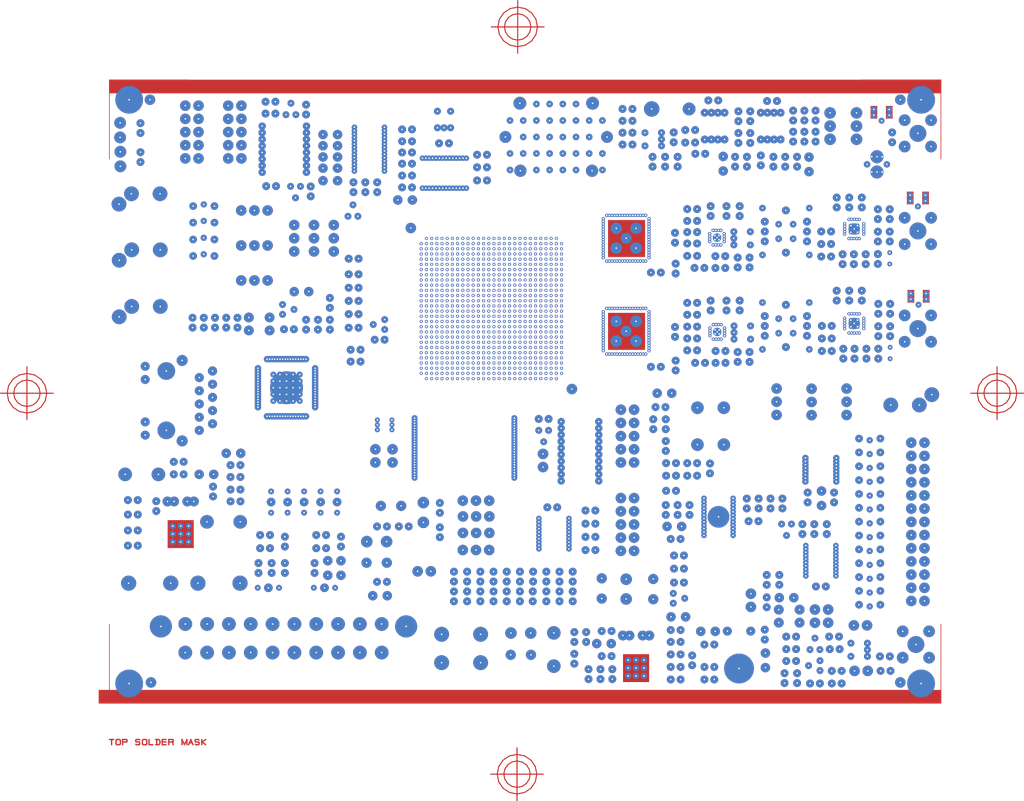
<source format=kicad_pcb>
(kicad_pcb (version 20221018) (generator pcbnew)
  (layers (0 "F.Cu" signal) (31 "B.Cu" signal) (34 "B.Paste" user) (35 "F.Paste" user) (36 "B.SilkS" user "B.Silkscreen") (37 "F.SilkS" user "F.Silkscreen") (38 "B.Mask" user) (39 "F.Mask" user) (44 "Edge.Cuts" user))
  (net 0 "")
  (gr_poly (pts (xy 170.12996 -136.33882) (xy 170.12996 -134.01878) (xy 171.29328 -134.01878) (xy 171.29328 -136.33882)) (fill solid) (layer "F.Cu"))
  (gr_poly (pts (xy 177.11496 -119.82882) (xy 177.11496 -117.50878) (xy 178.27828 -117.50878) (xy 178.27828 -119.82882)) (fill solid) (layer "F.Cu"))
  (gr_poly (pts (xy 23.5966 -21.3868) (xy 183.59653 -21.3868) (xy 183.59653 -23.88692) (xy 23.5966 -23.88692)) (fill solid) (layer "F.Cu"))
  (gr_poly (pts (xy 183.59653 -141.38681) (xy 23.5966 -141.38681) (xy 23.5966 -138.88669) (xy 183.59653 -138.88669)) (fill solid) (layer "F.Cu"))
  (gr_poly (pts (xy 180.06492 -119.82882) (xy 180.06492 -117.50878) (xy 181.22824 -117.50878) (xy 181.22824 -119.82882)) (fill solid) (layer "F.Cu"))
  (gr_poly (pts (xy 37.02609 -56.53481) (xy 34.90189 -56.53481) (xy 34.90189 -51.36312) (xy 39.72331 -51.36312) (xy 39.72331 -56.53481)) (fill solid) (layer "F.Cu"))
  (gr_poly (pts (xy 21.5966 -21.3868) (xy 23.5966 -21.3868) (xy 23.5966 -23.88692) (xy 21.5966 -23.88692)) (fill solid) (layer "F.Cu"))
  (gr_poly (pts (xy 180.19192 -100.90582) (xy 180.19192 -98.58578) (xy 181.35524 -98.58578) (xy 181.35524 -100.90582)) (fill solid) (layer "F.Cu"))
  (gr_poly (pts (xy 177.24196 -100.90582) (xy 177.24196 -98.58578) (xy 178.40528 -98.58578) (xy 178.40528 -100.90582)) (fill solid) (layer "F.Cu"))
  (gr_poly (pts (xy 119.6086 -89.4842) (xy 126.60859 -89.4842) (xy 126.60859 -96.48419) (xy 119.6086 -96.48419)) (fill solid) (layer "F.Cu"))
  (gr_poly (pts (xy 124.65609 -30.72841) (xy 122.53189 -30.72841) (xy 122.53189 -25.55672) (xy 127.35331 -25.55672) (xy 127.35331 -30.72841)) (fill solid) (layer "F.Cu"))
  (gr_poly (pts (xy 119.6086 -107.3658) (xy 126.60859 -107.3658) (xy 126.60859 -114.36579) (xy 119.6086 -114.36579)) (fill solid) (layer "F.Cu"))
  (gr_poly (pts (xy 173.07992 -136.33882) (xy 173.07992 -134.01878) (xy 174.24324 -134.01878) (xy 174.24324 -136.33882)) (fill solid) (layer "F.Cu"))
  (segment (start 103.48982 -11.24158) (end 102.0318 -11.5316) (width 0.2032) (layer "F.Cu") (net 0))
  (segment (start 26.13635 -13.39647) (end 26.13635 -14.4018) (width 0.254) (layer "F.Cu") (net 0))
  (segment (start 122.53189 -25.55672) (end 127.35331 -25.55672) (width 0.2032) (layer "F.Cu") (net 0))
  (segment (start 23.5966 -23.88692) (end 21.5966 -23.88692) (width 0.127) (layer "F.Cu") (net 0))
  (segment (start 25.0251 -13.39647) (end 24.86635 -13.55522) (width 0.254) (layer "F.Cu") (net 0))
  (segment (start 26.87701 -14.4018) (end 26.98293 -14.29588) (width 0.254) (layer "F.Cu") (net 0))
  (segment (start 39.72331 -51.36312) (end 39.72331 -56.53481) (width 0.2032) (layer "F.Cu") (net 0))
  (segment (start 10.2616 -81.0768) (end 10.06825 -82.04882) (width 0.2032) (layer "F.Cu") (net 0))
  (segment (start 103.61682 -155.13258) (end 102.1588 -155.4226) (width 0.2032) (layer "F.Cu") (net 0))
  (segment (start 6.26358 -84.59678) (end 5.02752 -83.77088) (width 0.2032) (layer "F.Cu") (net 0))
  (segment (start 183.59653 -141.38681) (end 23.5966 -141.38681) (width 0.127) (layer "F.Cu") (net 0))
  (segment (start 100.23575 -9.51765) (end 99.68515 -8.69362) (width 0.2032) (layer "F.Cu") (net 0))
  (segment (start 30.63367 -14.4018) (end 30.79242 -14.24305) (width 0.254) (layer "F.Cu") (net 0))
  (segment (start 197.10568 -78.38272) (end 197.93158 -79.61878) (width 0.2032) (layer "F.Cu") (net 0))
  (segment (start 35.87191 -14.29588) (end 35.87191 -14.03147) (width 0.254) (layer "F.Cu") (net 0))
  (segment (start 9.17962 -77.55682) (end 10.41568 -78.38272) (width 0.2032) (layer "F.Cu") (net 0))
  (segment (start 102.1588 -154.1526) (end 101.18678 -153.95925) (width 0.2032) (layer "F.Cu") (net 0))
  (segment (start 196.9516 -81.0768) (end 196.75825 -82.04882) (width 0.2032) (layer "F.Cu") (net 0))
  (segment (start 174.24324 -134.01878) (end 174.24324 -136.33882) (width 0.127) (layer "F.Cu") (net 0))
  (segment (start 25.71318 -13.55522) (end 25.55443 -13.39647) (width 0.254) (layer "F.Cu") (net 0))
  (segment (start 190.89162 -82.53482) (end 190.6016 -81.0768) (width 0.2032) (layer "F.Cu") (net 0))
  (segment (start 39.72331 -56.53481) (end 37.02609 -56.53481) (width 0.2032) (layer "F.Cu") (net 0))
  (segment (start 29.31084 -13.92555) (end 28.78176 -13.92555) (width 0.254) (layer "F.Cu") (net 0))
  (segment (start 11.24158 -79.61878) (end 11.5316 -81.0768) (width 0.2032) (layer "F.Cu") (net 0))
  (segment (start 5.37495 -80.10478) (end 5.92555 -79.28075) (width 0.2032) (layer "F.Cu") (net 0))
  (segment (start 105.8418 -7.7216) (end 105.55178 -9.17962) (width 0.2032) (layer "F.Cu") (net 0))
  (segment (start 124.65609 -30.72841) (end 122.53189 -30.72841) (width 0.2032) (layer "F.Cu") (net 0))
  (segment (start 173.07992 -136.33882) (end 173.07992 -134.01878) (width 0.127) (layer "F.Cu") (net 0))
  (segment (start 171.29328 -136.33882) (end 170.12996 -136.33882) (width 0.127) (layer "F.Cu") (net 0))
  (segment (start 40.73957 -14.4018) (end 40.84523 -14.29588) (width 0.254) (layer "F.Cu") (net 0))
  (segment (start 4.20162 -82.53482) (end 3.9116 -81.0768) (width 0.2032) (layer "F.Cu") (net 0))
  (segment (start 23.5966 -23.88692) (end 23.5966 -21.3868) (width 0.127) (layer "F.Cu") (net 0))
  (segment (start 104.50545 -152.58462) (end 103.95485 -153.40865) (width 0.2032) (layer "F.Cu") (net 0))
  (segment (start 9.51765 -79.28075) (end 10.06825 -80.10478) (width 0.2032) (layer "F.Cu") (net 0))
  (segment (start 25.55443 -14.4018) (end 25.71318 -14.24305) (width 0.254) (layer "F.Cu") (net 0))
  (segment (start 28.78176 -13.39647) (end 29.31084 -13.39647) (width 0.254) (layer "F.Cu") (net 0))
  (segment (start 183.59653 -141.38681) (end 183.59653 -126.14681) (width 0.127) (layer "F.Cu") (net 0))
  (segment (start 195.38362 -78.73015) (end 196.20765 -79.28075) (width 0.2032) (layer "F.Cu") (net 0))
  (segment (start 10.06825 -82.04882) (end 9.51765 -82.87285) (width 0.2032) (layer "F.Cu") (net 0))
  (segment (start 99.81215 -152.58462) (end 99.6188 -151.6126) (width 0.2032) (layer "F.Cu") (net 0))
  (segment (start 33.75533 -14.4018) (end 34.49625 -14.4018) (width 0.254) (layer "F.Cu") (net 0))
  (segment (start 194.4116 -78.5368) (end 195.38362 -78.73015) (width 0.2032) (layer "F.Cu") (net 0))
  (segment (start 99.6188 -151.6126) (end 99.81215 -150.64058) (width 0.2032) (layer "F.Cu") (net 0))
  (segment (start 104.85288 -154.30668) (end 103.61682 -155.13258) (width 0.2032) (layer "F.Cu") (net 0))
  (segment (start 127.35331 -30.72841) (end 124.65609 -30.72841) (width 0.2032) (layer "F.Cu") (net 0))
  (segment (start 99.46472 -148.91852) (end 100.70078 -148.09262) (width 0.2032) (layer "F.Cu") (net 0))
  (segment (start 11.24158 -82.53482) (end 10.41568 -83.77088) (width 0.2032) (layer "F.Cu") (net 0))
  (segment (start 180.19192 -98.58578) (end 181.35524 -98.58578) (width 0.127) (layer "F.Cu") (net 0))
  (segment (start 37.56482 -13.39647) (end 37.56482 -14.4018) (width 0.254) (layer "F.Cu") (net 0))
  (segment (start 102.0318 -5.1816) (end 103.00382 -5.37495) (width 0.2032) (layer "F.Cu") (net 0))
  (segment (start 6.26358 -77.55682) (end 7.7216 -77.2668) (width 0.2032) (layer "F.Cu") (net 0))
  (segment (start 126.60859 -114.36579) (end 119.6086 -114.36579) (width 0.127) (layer "F.Cu") (net 0))
  (segment (start 98.51182 -6.26358) (end 99.33772 -5.02752) (width 0.2032) (layer "F.Cu") (net 0))
  (segment (start 26.98293 -14.03147) (end 26.87701 -13.92555) (width 0.254) (layer "F.Cu") (net 0))
  (segment (start 12.8016 -81.0768) (end 2.6416 -81.0768) (width 0.2032) (layer "F.Cu") (net 0))
  (segment (start 104.37845 -6.74958) (end 104.5718 -7.7216) (width 0.2032) (layer "F.Cu") (net 0))
  (segment (start 23.5966 -138.88669) (end 183.59653 -138.88669) (width 0.127) (layer "F.Cu") (net 0))
  (segment (start 39.25799 -14.4018) (end 39.6814 -13.39647) (width 0.254) (layer "F.Cu") (net 0))
  (segment (start 193.43958 -78.73015) (end 194.4116 -78.5368) (width 0.2032) (layer "F.Cu") (net 0))
  (segment (start 196.75825 -80.10478) (end 196.9516 -81.0768) (width 0.2032) (layer "F.Cu") (net 0))
  (segment (start 40.84523 -13.50213) (end 40.84523 -13.81963) (width 0.254) (layer "F.Cu") (net 0))
  (segment (start 26.13635 -14.4018) (end 26.87701 -14.4018) (width 0.254) (layer "F.Cu") (net 0))
  (segment (start 25.71318 -14.24305) (end 25.71318 -13.55522) (width 0.254) (layer "F.Cu") (net 0))
  (segment (start 127.35331 -25.55672) (end 127.35331 -30.72841) (width 0.2032) (layer "F.Cu") (net 0))
  (segment (start 30.10459 -14.4018) (end 30.63367 -14.4018) (width 0.254) (layer "F.Cu") (net 0))
  (segment (start 194.4116 -75.9968) (end 194.4116 -86.1568) (width 0.2032) (layer "F.Cu") (net 0))
  (segment (start 34.49625 -13.92555) (end 33.75533 -13.92555) (width 0.254) (layer "F.Cu") (net 0))
  (segment (start 178.40528 -98.58578) (end 178.40528 -100.90582) (width 0.127) (layer "F.Cu") (net 0))
  (segment (start 177.11496 -117.50878) (end 178.27828 -117.50878) (width 0.127) (layer "F.Cu") (net 0))
  (segment (start 9.17962 -84.59678) (end 7.7216 -84.8868) (width 0.2032) (layer "F.Cu") (net 0))
  (segment (start 119.6086 -89.4842) (end 126.60859 -89.4842) (width 0.127) (layer "F.Cu") (net 0))
  (segment (start 38.51732 -14.4018) (end 38.51732 -13.39647) (width 0.254) (layer "F.Cu") (net 0))
  (segment (start 104.37845 -8.69362) (end 103.82785 -9.51765) (width 0.2032) (layer "F.Cu") (net 0))
  (segment (start 192.61555 -82.87285) (end 192.06495 -82.04882) (width 0.2032) (layer "F.Cu") (net 0))
  (segment (start 195.38362 -83.42345) (end 194.4116 -83.6168) (width 0.2032) (layer "F.Cu") (net 0))
  (segment (start 100.36275 -153.40865) (end 99.81215 -152.58462) (width 0.2032) (layer "F.Cu") (net 0))
  (segment (start 103.95485 -149.81655) (end 104.50545 -150.64058) (width 0.2032) (layer "F.Cu") (net 0))
  (segment (start 38.83457 -13.39647) (end 39.25799 -14.4018) (width 0.254) (layer "F.Cu") (net 0))
  (segment (start 104.50545 -150.64058) (end 104.6988 -151.6126) (width 0.2032) (layer "F.Cu") (net 0))
  (segment (start 194.4116 -77.2668) (end 195.86962 -77.55682) (width 0.2032) (layer "F.Cu") (net 0))
  (segment (start 103.95485 -153.40865) (end 103.13082 -153.95925) (width 0.2032) (layer "F.Cu") (net 0))
  (segment (start 103.48982 -4.20162) (end 104.72588 -5.02752) (width 0.2032) (layer "F.Cu") (net 0))
  (segment (start 183.59653 -21.3868) (end 183.59653 -23.88692) (width 0.127) (layer "F.Cu") (net 0))
  (segment (start 102.0318 -3.9116) (end 103.48982 -4.20162) (width 0.2032) (layer "F.Cu") (net 0))
  (segment (start 178.40528 -100.90582) (end 177.24196 -100.90582) (width 0.127) (layer "F.Cu") (net 0))
  (segment (start 33.33217 -14.0843) (end 33.33217 -13.71397) (width 0.254) (layer "F.Cu") (net 0))
  (segment (start 7.7216 -77.2668) (end 9.17962 -77.55682) (width 0.2032) (layer "F.Cu") (net 0))
  (segment (start 190.6016 -81.0768) (end 190.89162 -79.61878) (width 0.2032) (layer "F.Cu") (net 0))
  (segment (start 104.72588 -10.41568) (end 103.48982 -11.24158) (width 0.2032) (layer "F.Cu") (net 0))
  (segment (start 23.5966 -14.4018) (end 24.44318 -14.4018) (width 0.254) (layer "F.Cu") (net 0))
  (segment (start 34.90189 -56.53481) (end 34.90189 -51.36312) (width 0.2032) (layer "F.Cu") (net 0))
  (segment (start 26.87701 -13.92555) (end 26.13635 -13.92555) (width 0.254) (layer "F.Cu") (net 0))
  (segment (start 183.59653 -21.3868) (end 183.59653 -36.6268) (width 0.127) (layer "F.Cu") (net 0))
  (segment (start 23.5966 -21.3868) (end 23.5966 -23.88692) (width 0.127) (layer "F.Cu") (net 0))
  (segment (start 126.60859 -96.48419) (end 119.6086 -96.48419) (width 0.127) (layer "F.Cu") (net 0))
  (segment (start 103.82785 -9.51765) (end 103.00382 -10.06825) (width 0.2032) (layer "F.Cu") (net 0))
  (segment (start 5.02752 -78.38272) (end 6.26358 -77.55682) (width 0.2032) (layer "F.Cu") (net 0))
  (segment (start 191.71752 -83.77088) (end 190.89162 -82.53482) (width 0.2032) (layer "F.Cu") (net 0))
  (segment (start 32.69717 -13.39647) (end 32.69717 -14.4018) (width 0.254) (layer "F.Cu") (net 0))
  (segment (start 126.60859 -107.3658) (end 126.60859 -114.36579) (width 0.127) (layer "F.Cu") (net 0))
  (segment (start 197.93158 -79.61878) (end 198.2216 -81.0768) (width 0.2032) (layer "F.Cu") (net 0))
  (segment (start 30.79242 -13.55522) (end 30.63367 -13.39647) (width 0.254) (layer "F.Cu") (net 0))
  (segment (start 5.02752 -83.77088) (end 4.20162 -82.53482) (width 0.2032) (layer "F.Cu") (net 0))
  (segment (start 6.74958 -83.42345) (end 5.92555 -82.87285) (width 0.2032) (layer "F.Cu") (net 0))
  (segment (start 122.53189 -30.72841) (end 122.53189 -25.55672) (width 0.2032) (layer "F.Cu") (net 0))
  (segment (start 170.12996 -134.01878) (end 171.29328 -134.01878) (width 0.127) (layer "F.Cu") (net 0))
  (segment (start 102.1588 -149.0726) (end 103.13082 -149.26595) (width 0.2032) (layer "F.Cu") (net 0))
  (segment (start 35.87191 -14.03147) (end 35.76599 -13.92555) (width 0.254) (layer "F.Cu") (net 0))
  (segment (start 103.13082 -149.26595) (end 103.95485 -149.81655) (width 0.2032) (layer "F.Cu") (net 0))
  (segment (start 23.5966 -21.3868) (end 23.5966 -36.6268) (width 0.127) (layer "F.Cu") (net 0))
  (segment (start 104.72588 -5.02752) (end 105.55178 -6.26358) (width 0.2032) (layer "F.Cu") (net 0))
  (segment (start 192.06495 -80.10478) (end 192.61555 -79.28075) (width 0.2032) (layer "F.Cu") (net 0))
  (segment (start 40.10457 -14.03147) (end 40.10457 -14.29588) (width 0.254) (layer "F.Cu") (net 0))
  (segment (start 103.00382 -10.06825) (end 102.0318 -10.2616) (width 0.2032) (layer "F.Cu") (net 0))
  (segment (start 29.31084 -14.4018) (end 29.41676 -14.29588) (width 0.254) (layer "F.Cu") (net 0))
  (segment (start 28.78176 -14.4018) (end 29.31084 -14.4018) (width 0.254) (layer "F.Cu") (net 0))
  (segment (start 8.69362 -78.73015) (end 9.51765 -79.28075) (width 0.2032) (layer "F.Cu") (net 0))
  (segment (start 180.19192 -100.90582) (end 180.19192 -98.58578) (width 0.127) (layer "F.Cu") (net 0))
  (segment (start 191.8716 -81.0768) (end 192.06495 -80.10478) (width 0.2032) (layer "F.Cu") (net 0))
  (segment (start 104.6988 -151.6126) (end 104.50545 -152.58462) (width 0.2032) (layer "F.Cu") (net 0))
  (segment (start 3.9116 -81.0768) (end 4.20162 -79.61878) (width 0.2032) (layer "F.Cu") (net 0))
  (segment (start 105.67878 -150.15458) (end 105.9688 -151.6126) (width 0.2032) (layer "F.Cu") (net 0))
  (segment (start 119.6086 -114.36579) (end 119.6086 -107.3658) (width 0.127) (layer "F.Cu") (net 0))
  (segment (start 23.5966 -141.38681) (end 23.5966 -138.88669) (width 0.127) (layer "F.Cu") (net 0))
  (segment (start 100.70078 -148.09262) (end 102.1588 -147.8026) (width 0.2032) (layer "F.Cu") (net 0))
  (segment (start 8.69362 -83.42345) (end 7.7216 -83.6168) (width 0.2032) (layer "F.Cu") (net 0))
  (segment (start 99.46472 -154.30668) (end 98.63882 -153.07062) (width 0.2032) (layer "F.Cu") (net 0))
  (segment (start 40.21023 -14.4018) (end 40.73957 -14.4018) (width 0.254) (layer "F.Cu") (net 0))
  (segment (start 6.74958 -78.73015) (end 7.7216 -78.5368) (width 0.2032) (layer "F.Cu") (net 0))
  (segment (start 40.73957 -13.39647) (end 40.84523 -13.50213) (width 0.254) (layer "F.Cu") (net 0))
  (segment (start 7.7216 -78.5368) (end 8.69362 -78.73015) (width 0.2032) (layer "F.Cu") (net 0))
  (segment (start 195.86962 -84.59678) (end 194.4116 -84.8868) (width 0.2032) (layer "F.Cu") (net 0))
  (segment (start 105.55178 -9.17962) (end 104.72588 -10.41568) (width 0.2032) (layer "F.Cu") (net 0))
  (segment (start 100.36275 -149.81655) (end 101.18678 -149.26595) (width 0.2032) (layer "F.Cu") (net 0))
  (segment (start 10.41568 -83.77088) (end 9.17962 -84.59678) (width 0.2032) (layer "F.Cu") (net 0))
  (segment (start 183.59653 -21.3868) (end 168.35653 -21.3868) (width 0.127) (layer "F.Cu") (net 0))
  (segment (start 99.68515 -8.69362) (end 99.4918 -7.7216) (width 0.2032) (layer "F.Cu") (net 0))
  (segment (start 98.3488 -151.6126) (end 98.63882 -150.15458) (width 0.2032) (layer "F.Cu") (net 0))
  (segment (start 4.20162 -79.61878) (end 5.02752 -78.38272) (width 0.2032) (layer "F.Cu") (net 0))
  (segment (start 11.5316 -81.0768) (end 11.24158 -82.53482) (width 0.2032) (layer "F.Cu") (net 0))
  (segment (start 29.41676 -13.81963) (end 29.31084 -13.92555) (width 0.254) (layer "F.Cu") (net 0))
  (segment (start 181.22824 -119.82882) (end 180.06492 -119.82882) (width 0.127) (layer "F.Cu") (net 0))
  (segment (start 178.27828 -117.50878) (end 178.27828 -119.82882) (width 0.127) (layer "F.Cu") (net 0))
  (segment (start 7.7216 -84.8868) (end 6.26358 -84.59678) (width 0.2032) (layer "F.Cu") (net 0))
  (segment (start 30.79242 -14.24305) (end 30.79242 -13.55522) (width 0.254) (layer "F.Cu") (net 0))
  (segment (start 38.99332 -13.7668) (end 39.52265 -13.7668) (width 0.254) (layer "F.Cu") (net 0))
  (segment (start 5.92555 -82.87285) (end 5.37495 -82.04882) (width 0.2032) (layer "F.Cu") (net 0))
  (segment (start 35.02508 -14.4018) (end 35.76599 -14.4018) (width 0.254) (layer "F.Cu") (net 0))
  (segment (start 192.06495 -82.04882) (end 191.8716 -81.0768) (width 0.2032) (layer "F.Cu") (net 0))
  (segment (start 40.21023 -13.39647) (end 40.73957 -13.39647) (width 0.254) (layer "F.Cu") (net 0))
  (segment (start 103.61682 -148.09262) (end 104.85288 -148.91852) (width 0.2032) (layer "F.Cu") (net 0))
  (segment (start 40.84523 -13.81963) (end 40.73957 -13.92555) (width 0.254) (layer "F.Cu") (net 0))
  (segment (start 181.22824 -117.50878) (end 181.22824 -119.82882) (width 0.127) (layer "F.Cu") (net 0))
  (segment (start 192.61555 -79.28075) (end 193.43958 -78.73015) (width 0.2032) (layer "F.Cu") (net 0))
  (segment (start 98.63882 -150.15458) (end 99.46472 -148.91852) (width 0.2032) (layer "F.Cu") (net 0))
  (segment (start 30.63367 -13.39647) (end 30.10459 -13.39647) (width 0.254) (layer "F.Cu") (net 0))
  (segment (start 105.9688 -151.6126) (end 105.67878 -153.07062) (width 0.2032) (layer "F.Cu") (net 0))
  (segment (start 99.81215 -150.64058) (end 100.36275 -149.81655) (width 0.2032) (layer "F.Cu") (net 0))
  (segment (start 31.9565 -13.39647) (end 31.21558 -13.39647) (width 0.254) (layer "F.Cu") (net 0))
  (segment (start 181.35524 -98.58578) (end 181.35524 -100.90582) (width 0.127) (layer "F.Cu") (net 0))
  (segment (start 21.5966 -21.3868) (end 23.5966 -21.3868) (width 0.127) (layer "F.Cu") (net 0))
  (segment (start 35.02508 -13.39647) (end 35.02508 -14.4018) (width 0.254) (layer "F.Cu") (net 0))
  (segment (start 190.89162 -79.61878) (end 191.71752 -78.38272) (width 0.2032) (layer "F.Cu") (net 0))
  (segment (start 171.29328 -134.01878) (end 171.29328 -136.33882) (width 0.127) (layer "F.Cu") (net 0))
  (segment (start 100.70078 -155.13258) (end 99.46472 -154.30668) (width 0.2032) (layer "F.Cu") (net 0))
  (segment (start 107.2388 -151.6126) (end 97.0788 -151.6126) (width 0.2032) (layer "F.Cu") (net 0))
  (segment (start 23.5966 -141.38681) (end 38.8366 -141.38681) (width 0.127) (layer "F.Cu") (net 0))
  (segment (start 177.24196 -98.58578) (end 178.40528 -98.58578) (width 0.127) (layer "F.Cu") (net 0))
  (segment (start 177.11496 -119.82882) (end 177.11496 -117.50878) (width 0.127) (layer "F.Cu") (net 0))
  (segment (start 177.24196 -100.90582) (end 177.24196 -98.58578) (width 0.127) (layer "F.Cu") (net 0))
  (segment (start 21.5966 -23.88692) (end 21.5966 -21.3868) (width 0.127) (layer "F.Cu") (net 0))
  (segment (start 183.59653 -141.38681) (end 168.35653 -141.38681) (width 0.127) (layer "F.Cu") (net 0))
  (segment (start 183.59653 -23.88692) (end 23.5966 -23.88692) (width 0.127) (layer "F.Cu") (net 0))
  (segment (start 101.05978 -10.06825) (end 100.23575 -9.51765) (width 0.2032) (layer "F.Cu") (net 0))
  (segment (start 119.6086 -96.48419) (end 119.6086 -89.4842) (width 0.127) (layer "F.Cu") (net 0))
  (segment (start 102.0318 -11.5316) (end 100.57378 -11.24158) (width 0.2032) (layer "F.Cu") (net 0))
  (segment (start 24.86635 -13.55522) (end 24.86635 -14.24305) (width 0.254) (layer "F.Cu") (net 0))
  (segment (start 103.82785 -5.92555) (end 104.37845 -6.74958) (width 0.2032) (layer "F.Cu") (net 0))
  (segment (start 180.06492 -119.82882) (end 180.06492 -117.50878) (width 0.127) (layer "F.Cu") (net 0))
  (segment (start 102.0318 -2.6416) (end 102.0318 -12.8016) (width 0.2032) (layer "F.Cu") (net 0))
  (segment (start 33.01467 -14.4018) (end 33.22625 -14.29588) (width 0.254) (layer "F.Cu") (net 0))
  (segment (start 29.31084 -13.39647) (end 29.41676 -13.50213) (width 0.254) (layer "F.Cu") (net 0))
  (segment (start 40.10457 -13.50213) (end 40.21023 -13.39647) (width 0.254) (layer "F.Cu") (net 0))
  (segment (start 29.41676 -13.50213) (end 29.41676 -13.81963) (width 0.254) (layer "F.Cu") (net 0))
  (segment (start 35.66008 -13.92555) (end 35.76599 -13.92555) (width 0.254) (layer "F.Cu") (net 0))
  (segment (start 5.1816 -81.0768) (end 5.37495 -80.10478) (width 0.2032) (layer "F.Cu") (net 0))
  (segment (start 28.67584 -14.29588) (end 28.78176 -14.4018) (width 0.254) (layer "F.Cu") (net 0))
  (segment (start 99.4918 -7.7216) (end 99.68515 -6.74958) (width 0.2032) (layer "F.Cu") (net 0))
  (segment (start 103.00382 -5.37495) (end 103.82785 -5.92555) (width 0.2032) (layer "F.Cu") (net 0))
  (segment (start 194.4116 -83.6168) (end 193.43958 -83.42345) (width 0.2032) (layer "F.Cu") (net 0))
  (segment (start 25.0251 -14.4018) (end 25.55443 -14.4018) (width 0.254) (layer "F.Cu") (net 0))
  (segment (start 29.94584 -13.55522) (end 29.94584 -14.24305) (width 0.254) (layer "F.Cu") (net 0))
  (segment (start 119.6086 -107.3658) (end 126.60859 -107.3658) (width 0.127) (layer "F.Cu") (net 0))
  (segment (start 41.37431 -13.92555) (end 41.42715 -13.92555) (width 0.254) (layer "F.Cu") (net 0))
  (segment (start 194.4116 -84.8868) (end 192.95358 -84.59678) (width 0.2032) (layer "F.Cu") (net 0))
  (segment (start 9.51765 -82.87285) (end 8.69362 -83.42345) (width 0.2032) (layer "F.Cu") (net 0))
  (segment (start 198.2216 -81.0768) (end 197.93158 -82.53482) (width 0.2032) (layer "F.Cu") (net 0))
  (segment (start 102.0318 -10.2616) (end 101.05978 -10.06825) (width 0.2032) (layer "F.Cu") (net 0))
  (segment (start 35.76599 -14.4018) (end 35.87191 -14.29588) (width 0.254) (layer "F.Cu") (net 0))
  (segment (start 37.56482 -14.4018) (end 38.04107 -13.39647) (width 0.254) (layer "F.Cu") (net 0))
  (segment (start 40.10457 -14.29588) (end 40.21023 -14.4018) (width 0.254) (layer "F.Cu") (net 0))
  (segment (start 105.55178 -6.26358) (end 105.8418 -7.7216) (width 0.2032) (layer "F.Cu") (net 0))
  (segment (start 23.5966 -141.38681) (end 23.5966 -126.14681) (width 0.127) (layer "F.Cu") (net 0))
  (segment (start 104.85288 -148.91852) (end 105.67878 -150.15458) (width 0.2032) (layer "F.Cu") (net 0))
  (segment (start 196.20765 -79.28075) (end 196.75825 -80.10478) (width 0.2032) (layer "F.Cu") (net 0))
  (segment (start 192.95358 -84.59678) (end 191.71752 -83.77088) (width 0.2032) (layer "F.Cu") (net 0))
  (segment (start 199.4916 -81.0768) (end 189.3316 -81.0768) (width 0.2032) (layer "F.Cu") (net 0))
  (segment (start 103.13082 -153.95925) (end 102.1588 -154.1526) (width 0.2032) (layer "F.Cu") (net 0))
  (segment (start 29.94584 -14.24305) (end 30.10459 -14.4018) (width 0.254) (layer "F.Cu") (net 0))
  (segment (start 101.18678 -149.26595) (end 102.1588 -149.0726) (width 0.2032) (layer "F.Cu") (net 0))
  (segment (start 31.21558 -13.39647) (end 31.21558 -14.4018) (width 0.254) (layer "F.Cu") (net 0))
  (segment (start 7.7216 -75.9968) (end 7.7216 -86.1568) (width 0.2032) (layer "F.Cu") (net 0))
  (segment (start 100.57378 -4.20162) (end 102.0318 -3.9116) (width 0.2032) (layer "F.Cu") (net 0))
  (segment (start 99.33772 -5.02752) (end 100.57378 -4.20162) (width 0.2032) (layer "F.Cu") (net 0))
  (segment (start 100.23575 -5.92555) (end 101.05978 -5.37495) (width 0.2032) (layer "F.Cu") (net 0))
  (segment (start 181.35524 -100.90582) (end 180.19192 -100.90582) (width 0.127) (layer "F.Cu") (net 0))
  (segment (start 41.37431 -13.39647) (end 41.37431 -14.4018) (width 0.254) (layer "F.Cu") (net 0))
  (segment (start 23.5966 -21.3868) (end 183.59653 -21.3868) (width 0.127) (layer "F.Cu") (net 0))
  (segment (start 33.75533 -13.39647) (end 33.75533 -14.4018) (width 0.254) (layer "F.Cu") (net 0))
  (segment (start 34.90189 -51.36312) (end 39.72331 -51.36312) (width 0.2032) (layer "F.Cu") (net 0))
  (segment (start 104.5718 -7.7216) (end 104.37845 -8.69362) (width 0.2032) (layer "F.Cu") (net 0))
  (segment (start 37.02609 -56.53481) (end 34.90189 -56.53481) (width 0.2032) (layer "F.Cu") (net 0))
  (segment (start 40.21023 -13.92555) (end 40.10457 -14.03147) (width 0.254) (layer "F.Cu") (net 0))
  (segment (start 28.67584 -13.50213) (end 28.78176 -13.39647) (width 0.254) (layer "F.Cu") (net 0))
  (segment (start 26.98293 -14.29588) (end 26.98293 -14.03147) (width 0.254) (layer "F.Cu") (net 0))
  (segment (start 100.57378 -11.24158) (end 99.33772 -10.41568) (width 0.2032) (layer "F.Cu") (net 0))
  (segment (start 33.22625 -13.50213) (end 33.01467 -13.39647) (width 0.254) (layer "F.Cu") (net 0))
  (segment (start 40.73957 -13.92555) (end 40.21023 -13.92555) (width 0.254) (layer "F.Cu") (net 0))
  (segment (start 193.43958 -83.42345) (end 192.61555 -82.87285) (width 0.2032) (layer "F.Cu") (net 0))
  (segment (start 28.78176 -13.92555) (end 28.67584 -14.03147) (width 0.254) (layer "F.Cu") (net 0))
  (segment (start 28.67584 -14.03147) (end 28.67584 -14.29588) (width 0.254) (layer "F.Cu") (net 0))
  (segment (start 32.48558 -14.4018) (end 33.01467 -14.4018) (width 0.254) (layer "F.Cu") (net 0))
  (segment (start 102.1588 -146.5326) (end 102.1588 -156.6926) (width 0.2032) (layer "F.Cu") (net 0))
  (segment (start 98.63882 -153.07062) (end 98.3488 -151.6126) (width 0.2032) (layer "F.Cu") (net 0))
  (segment (start 102.1588 -155.4226) (end 100.70078 -155.13258) (width 0.2032) (layer "F.Cu") (net 0))
  (segment (start 101.18678 -153.95925) (end 100.36275 -153.40865) (width 0.2032) (layer "F.Cu") (net 0))
  (segment (start 33.33217 -13.71397) (end 33.22625 -13.50213) (width 0.254) (layer "F.Cu") (net 0))
  (segment (start 38.04107 -13.39647) (end 38.51732 -14.4018) (width 0.254) (layer "F.Cu") (net 0))
  (segment (start 41.42715 -13.92555) (end 42.11523 -13.39647) (width 0.254) (layer "F.Cu") (net 0))
  (segment (start 195.86962 -77.55682) (end 197.10568 -78.38272) (width 0.2032) (layer "F.Cu") (net 0))
  (segment (start 35.76599 -13.92555) (end 35.87191 -13.39647) (width 0.254) (layer "F.Cu") (net 0))
  (segment (start 126.60859 -89.4842) (end 126.60859 -96.48419) (width 0.127) (layer "F.Cu") (net 0))
  (segment (start 34.49625 -13.39647) (end 33.75533 -13.39647) (width 0.254) (layer "F.Cu") (net 0))
  (segment (start 33.01467 -13.39647) (end 32.48558 -13.39647) (width 0.254) (layer "F.Cu") (net 0))
  (segment (start 197.10568 -83.77088) (end 195.86962 -84.59678) (width 0.2032) (layer "F.Cu") (net 0))
  (segment (start 25.55443 -13.39647) (end 25.0251 -13.39647) (width 0.254) (layer "F.Cu") (net 0))
  (segment (start 98.2218 -7.7216) (end 98.51182 -6.26358) (width 0.2032) (layer "F.Cu") (net 0))
  (segment (start 107.1118 -7.7216) (end 96.9518 -7.7216) (width 0.2032) (layer "F.Cu") (net 0))
  (segment (start 24.86635 -14.24305) (end 25.0251 -14.4018) (width 0.254) (layer "F.Cu") (net 0))
  (segment (start 24.02002 -14.4018) (end 24.02002 -13.39647) (width 0.254) (layer "F.Cu") (net 0))
  (segment (start 196.20765 -82.87285) (end 195.38362 -83.42345) (width 0.2032) (layer "F.Cu") (net 0))
  (segment (start 33.22625 -14.29588) (end 33.33217 -14.0843) (width 0.254) (layer "F.Cu") (net 0))
  (segment (start 10.41568 -78.38272) (end 11.24158 -79.61878) (width 0.2032) (layer "F.Cu") (net 0))
  (segment (start 10.06825 -80.10478) (end 10.2616 -81.0768) (width 0.2032) (layer "F.Cu") (net 0))
  (segment (start 192.95358 -77.55682) (end 194.4116 -77.2668) (width 0.2032) (layer "F.Cu") (net 0))
  (segment (start 23.5966 -21.3868) (end 38.8366 -21.3868) (width 0.127) (layer "F.Cu") (net 0))
  (segment (start 174.24324 -136.33882) (end 173.07992 -136.33882) (width 0.127) (layer "F.Cu") (net 0))
  (segment (start 105.67878 -153.07062) (end 104.85288 -154.30668) (width 0.2032) (layer "F.Cu") (net 0))
  (segment (start 7.7216 -83.6168) (end 6.74958 -83.42345) (width 0.2032) (layer "F.Cu") (net 0))
  (segment (start 41.42715 -13.92555) (end 42.11523 -14.4018) (width 0.254) (layer "F.Cu") (net 0))
  (segment (start 30.10459 -13.39647) (end 29.94584 -13.55522) (width 0.254) (layer "F.Cu") (net 0))
  (segment (start 180.06492 -117.50878) (end 181.22824 -117.50878) (width 0.127) (layer "F.Cu") (net 0))
  (segment (start 197.93158 -82.53482) (end 197.10568 -83.77088) (width 0.2032) (layer "F.Cu") (net 0))
  (segment (start 5.92555 -79.28075) (end 6.74958 -78.73015) (width 0.2032) (layer "F.Cu") (net 0))
  (segment (start 35.76599 -13.92555) (end 35.02508 -13.92555) (width 0.254) (layer "F.Cu") (net 0))
  (segment (start 178.27828 -119.82882) (end 177.11496 -119.82882) (width 0.127) (layer "F.Cu") (net 0))
  (segment (start 196.75825 -82.04882) (end 196.20765 -82.87285) (width 0.2032) (layer "F.Cu") (net 0))
  (segment (start 99.68515 -6.74958) (end 100.23575 -5.92555) (width 0.2032) (layer "F.Cu") (net 0))
  (segment (start 99.33772 -10.41568) (end 98.51182 -9.17962) (width 0.2032) (layer "F.Cu") (net 0))
  (segment (start 101.05978 -5.37495) (end 102.0318 -5.1816) (width 0.2032) (layer "F.Cu") (net 0))
  (segment (start 173.07992 -134.01878) (end 174.24324 -134.01878) (width 0.127) (layer "F.Cu") (net 0))
  (segment (start 102.1588 -147.8026) (end 103.61682 -148.09262) (width 0.2032) (layer "F.Cu") (net 0))
  (segment (start 183.59653 -138.88669) (end 183.59653 -141.38681) (width 0.127) (layer "F.Cu") (net 0))
  (segment (start 191.71752 -78.38272) (end 192.95358 -77.55682) (width 0.2032) (layer "F.Cu") (net 0))
  (segment (start 98.51182 -9.17962) (end 98.2218 -7.7216) (width 0.2032) (layer "F.Cu") (net 0))
  (segment (start 170.12996 -136.33882) (end 170.12996 -134.01878) (width 0.127) (layer "F.Cu") (net 0))
  (segment (start 5.37495 -82.04882) (end 5.1816 -81.0768) (width 0.2032) (layer "F.Cu") (net 0))
  (via (at 105.7656 -130.4163) (size 1.27) (drill 0.3) (layers "F.Cu" "B.Cu") (net 0))
  (via (at 102.5906 -42.91076) (size 1.52501) (drill 0.3) (layers "F.Cu" "B.Cu") (net 0))
  (via (at 43.5356 -63.10376) (size 1.52501) (drill 0.3) (layers "F.Cu" "B.Cu") (net 0))
  (via (at 105.7656 -124.0663) (size 1.27) (drill 0.3) (layers "F.Cu" "B.Cu") (net 0))
  (via (at 105.59644 -97.88677) (size 0.5969) (drill 0.3) (layers "F.Cu" "B.Cu") (net 0))
  (via (at 55.13654 -80.86192) (size 1.14097) (drill 0.3) (layers "F.Cu" "B.Cu") (net 0))
  (via (at 104.59644 -93.88678) (size 0.5969) (drill 0.3) (layers "F.Cu" "B.Cu") (net 0))
  (via (at 65.29553 -53.7718) (size 1.52501) (drill 0.3) (layers "F.Cu" "B.Cu") (net 0))
  (via (at 104.59644 -86.8868) (size 0.5969) (drill 0.3) (layers "F.Cu" "B.Cu") (net 0))
  (via (at 110.52759 -74.3458) (size 1.40995) (drill 0.3) (layers "F.Cu" "B.Cu") (net 0))
  (via (at 140.76451 -112.4331) (size 0.64008) (drill 0.3) (layers "F.Cu" "B.Cu") (net 0))
  (via (at 62.9666 -110.9218) (size 2.032) (drill 0.3) (layers "F.Cu" "B.Cu") (net 0))
  (via (at 157.61259 -47.19371) (size 1.05702) (drill 0.3) (layers "F.Cu" "B.Cu") (net 0))
  (via (at 101.59644 -108.88701) (size 0.5969) (drill 0.3) (layers "F.Cu" "B.Cu") (net 0))
  (via (at 63.7286 -93.33484) (size 1.52501) (drill 0.3) (layers "F.Cu" "B.Cu") (net 0))
  (via (at 140.24864 -86.9188) (size 1.52501) (drill 0.3) (layers "F.Cu" "B.Cu") (net 0))
  (via (at 55.13654 -84.67192) (size 1.14097) (drill 0.3) (layers "F.Cu" "B.Cu") (net 0))
  (via (at 108.59643 -92.88678) (size 0.5969) (drill 0.3) (layers "F.Cu" "B.Cu") (net 0))
  (via (at 133.51256 -28.3718) (size 1.52501) (drill 0.3) (layers "F.Cu" "B.Cu") (net 0))
  (via (at 93.59646 -106.88676) (size 0.5969) (drill 0.3) (layers "F.Cu" "B.Cu") (net 0))
  (via (at 124.28753 -97.41484) (size 0.64008) (drill 0.3) (layers "F.Cu" "B.Cu") (net 0))
  (via (at 64.69659 -124.40971) (size 1.82499) (drill 0.3) (layers "F.Cu" "B.Cu") (net 0))
  (via (at 39.70757 -113.93297) (size 1.47498) (drill 0.3) (layers "F.Cu" "B.Cu") (net 0))
  (via (at 88.59647 -102.88676) (size 0.5969) (drill 0.3) (layers "F.Cu" "B.Cu") (net 0))
  (via (at 89.59647 -106.88676) (size 0.5969) (drill 0.3) (layers "F.Cu" "B.Cu") (net 0))
  (via (at 118.3386 -41.53484) (size 1.9685) (drill 0.3) (layers "F.Cu" "B.Cu") (net 0))
  (via (at 146.9136 -133.46684) (size 1.52501) (drill 0.3) (layers "F.Cu" "B.Cu") (net 0))
  (via (at 89.03564 -126.33376) (size 1.05702) (drill 0.3) (layers "F.Cu" "B.Cu") (net 0))
  (via (at 61.4426 -93.33484) (size 1.52501) (drill 0.3) (layers "F.Cu" "B.Cu") (net 0))
  (via (at 171.47362 -116.51031) (size 1.52501) (drill 0.3) (layers "F.Cu" "B.Cu") (net 0))
  (via (at 110.59643 -85.8868) (size 0.5969) (drill 0.3) (layers "F.Cu" "B.Cu") (net 0))
  (via (at 167.3606 -129.9718) (size 2.22009) (drill 0.3) (layers "F.Cu" "B.Cu") (net 0))
  (via (at 97.59645 -109.887) (size 0.5969) (drill 0.3) (layers "F.Cu" "B.Cu") (net 0))
  (via (at 143.6116 -57.59679) (size 1.04991) (drill 0.3) (layers "F.Cu" "B.Cu") (net 0))
  (via (at 40.894 -81.54441) (size 1.75006) (drill 0.3) (layers "F.Cu" "B.Cu") (net 0))
  (via (at 84.01075 -56.20715) (size 2.22504) (drill 0.3) (layers "F.Cu" "B.Cu") (net 0))
  (via (at 113.3856 -127.2413) (size 1.27) (drill 0.3) (layers "F.Cu" "B.Cu") (net 0))
  (via (at 177.9016 -58.8518) (size 2.032) (drill 0.3) (layers "F.Cu" "B.Cu") (net 0))
  (via (at 81.59648 -112.887) (size 2.032) (drill 0.3) (layers "F.Cu" "B.Cu") (net 0))
  (via (at 166.91254 -94.51772) (size 2.19989) (drill 0.3) (layers "F.Cu" "B.Cu") (net 0))
  (via (at 79.73771 -59.38215) (size 1.9685) (drill 0.3) (layers "F.Cu" "B.Cu") (net 0))
  (via (at 83.59648 -91.88679) (size 0.5969) (drill 0.3) (layers "F.Cu" "B.Cu") (net 0))
  (via (at 107.6706 -44.82084) (size 1.52501) (drill 0.3) (layers "F.Cu" "B.Cu") (net 0))
  (via (at 110.52759 -64.1858) (size 1.40995) (drill 0.3) (layers "F.Cu" "B.Cu") (net 0))
  (via (at 92.59646 -87.88679) (size 0.5969) (drill 0.3) (layers "F.Cu" "B.Cu") (net 0))
  (via (at 97.59645 -105.88676) (size 0.5969) (drill 0.3) (layers "F.Cu" "B.Cu") (net 0))
  (via (at 134.78764 -67.6148) (size 1.52501) (drill 0.3) (layers "F.Cu" "B.Cu") (net 0))
  (via (at 127.43764 -113.67186) (size 0.64008) (drill 0.3) (layers "F.Cu" "B.Cu") (net 0))
  (via (at 48.9966 -136.4488) (size 2.032) (drill 0.3) (layers "F.Cu" "B.Cu") (net 0))
  (via (at 171.95063 -59.01563) (size 1.47498) (drill 0.3) (layers "F.Cu" "B.Cu") (net 0))
  (via (at 100.6856 -133.5913) (size 1.27) (drill 0.3) (layers "F.Cu" "B.Cu") (net 0))
  (via (at 105.59644 -102.88676) (size 0.5969) (drill 0.3) (layers "F.Cu" "B.Cu") (net 0))
  (via (at 29.05252 -60.5028) (size 1.52501) (drill 0.3) (layers "F.Cu" "B.Cu") (net 0))
  (via (at 144.5006 -105.29824) (size 1.52501) (drill 0.3) (layers "F.Cu" "B.Cu") (net 0))
  (via (at 94.17075 -57.35015) (size 2.032) (drill 0.3) (layers "F.Cu" "B.Cu") (net 0))
  (via (at 180.64048 -119.22227) (size 1.14998) (drill 0.3) (layers "F.Cu" "B.Cu") (net 0))
  (via (at 124.28753 -106.52176) (size 0.64008) (drill 0.3) (layers "F.Cu" "B.Cu") (net 0))
  (via (at 88.59647 -97.88677) (size 0.5969) (drill 0.3) (layers "F.Cu" "B.Cu") (net 0))
  (via (at 105.59644 -90.88679) (size 0.5969) (drill 0.3) (layers "F.Cu" "B.Cu") (net 0))
  (via (at 63.39561 -53.7718) (size 1.52501) (drill 0.3) (layers "F.Cu" "B.Cu") (net 0))
  (via (at 122.0216 -77.9018) (size 2.032) (drill 0.3) (layers "F.Cu" "B.Cu") (net 0))
  (via (at 82.32267 -75.28585) (size 1.143) (drill 0.3) (layers "F.Cu" "B.Cu") (net 0))
  (via (at 98.59645 -84.8868) (size 0.5969) (drill 0.3) (layers "F.Cu" "B.Cu") (net 0))
  (via (at 173.8376 -96.38284) (size 1.52501) (drill 0.3) (layers "F.Cu" "B.Cu") (net 0))
  (via (at 53.63464 -137.2108) (size 1.52501) (drill 0.3) (layers "F.Cu" "B.Cu") (net 0))
  (via (at 150.0886 -39.86784) (size 1.52501) (drill 0.3) (layers "F.Cu" "B.Cu") (net 0))
  (via (at 52.60061 -51.2318) (size 1.52501) (drill 0.3) (layers "F.Cu" "B.Cu") (net 0))
  (via (at 135.7376 -30.59176) (size 1.52501) (drill 0.3) (layers "F.Cu" "B.Cu") (net 0))
  (via (at 93.59646 -100.88677) (size 0.5969) (drill 0.3) (layers "F.Cu" "B.Cu") (net 0))
  (via (at 91.59646 -106.88676) (size 0.5969) (drill 0.3) (layers "F.Cu" "B.Cu") (net 0))
  (via (at 60.21654 -84.67192) (size 1.14097) (drill 0.3) (layers "F.Cu" "B.Cu") (net 0))
  (via (at 94.59646 -88.88679) (size 0.5969) (drill 0.3) (layers "F.Cu" "B.Cu") (net 0))
  (via (at 85.13572 -120.55373) (size 1.05702) (drill 0.3) (layers "F.Cu" "B.Cu") (net 0))
  (via (at 35.7886 -55.499) (size 1.143) (drill 0.3) (layers "F.Cu" "B.Cu") (net 0))
  (via (at 76.52461 -124.49175) (size 1.05702) (drill 0.3) (layers "F.Cu" "B.Cu") (net 0))
  (via (at 74.7776 -67.7418) (size 2.032) (drill 0.3) (layers "F.Cu" "B.Cu") (net 0))
  (via (at 113.3856 -133.5913) (size 1.27) (drill 0.3) (layers "F.Cu" "B.Cu") (net 0))
  (via (at 112.02822 -51.7652) (size 1.05702) (drill 0.3) (layers "F.Cu" "B.Cu") (net 0))
  (via (at 85.59648 -92.88678) (size 0.5969) (drill 0.3) (layers "F.Cu" "B.Cu") (net 0))
  (via (at 118.63756 -111.67186) (size 0.64008) (drill 0.3) (layers "F.Cu" "B.Cu") (net 0))
  (via (at 91.59646 -103.88676) (size 0.5969) (drill 0.3) (layers "F.Cu" "B.Cu") (net 0))
  (via (at 139.4206 -129.93192) (size 1.51511) (drill 0.3) (layers "F.Cu" "B.Cu") (net 0))
  (via (at 100.59645 -98.88677) (size 0.5969) (drill 0.3) (layers "F.Cu" "B.Cu") (net 0))
  (via (at 106.2482 -56.3151) (size 1.05702) (drill 0.3) (layers "F.Cu" "B.Cu") (net 0))
  (via (at 43.5356 -61.20384) (size 1.52501) (drill 0.3) (layers "F.Cu" "B.Cu") (net 0))
  (via (at 167.41267 -110.86414) (size 0.63004) (drill 0.3) (layers "F.Cu" "B.Cu") (net 0))
  (via (at 40.7416 -126.2888) (size 2.032) (drill 0.3) (layers "F.Cu" "B.Cu") (net 0))
  (via (at 125.78766 -106.52176) (size 0.64008) (drill 0.3) (layers "F.Cu" "B.Cu") (net 0))
  (via (at 144.5006 -87.11184) (size 1.52501) (drill 0.3) (layers "F.Cu" "B.Cu") (net 0))
  (via (at 121.28754 -115.32184) (size 0.64008) (drill 0.3) (layers "F.Cu" "B.Cu") (net 0))
  (via (at 25.7048 -127.57226) (size 2.27495) (drill 0.3) (layers "F.Cu" "B.Cu") (net 0))
  (via (at 60.92673 -76.6318) (size 1.23698) (drill 0.3) (layers "F.Cu" "B.Cu") (net 0))
  (via (at 106.59643 -84.8868) (size 0.5969) (drill 0.3) (layers "F.Cu" "B.Cu") (net 0))
  (via (at 83.59648 -96.88678) (size 0.5969) (drill 0.3) (layers "F.Cu" "B.Cu") (net 0))
  (via (at 63.17666 -85.38185) (size 1.23698) (drill 0.3) (layers "F.Cu" "B.Cu") (net 0))
  (via (at 97.59645 -108.88701) (size 0.5969) (drill 0.3) (layers "F.Cu" "B.Cu") (net 0))
  (via (at 84.59648 -101.88677) (size 0.5969) (drill 0.3) (layers "F.Cu" "B.Cu") (net 0))
  (via (at 131.80365 -81.0768) (size 1.82499) (drill 0.3) (layers "F.Cu" "B.Cu") (net 0))
  (via (at 136.68756 -107.5182) (size 1.52501) (drill 0.3) (layers "F.Cu" "B.Cu") (net 0))
  (via (at 33.38347 -108.68584) (size 2.8448) (drill 0.3) (layers "F.Cu" "B.Cu") (net 0))
  (via (at 148.9456 -126.85776) (size 1.52501) (drill 0.3) (layers "F.Cu" "B.Cu") (net 0))
  (via (at 169.9006 -45.35297) (size 1.20002) (drill 0.3) (layers "F.Cu" "B.Cu") (net 0))
  (via (at 40.894 -73.92441) (size 1.75006) (drill 0.3) (layers "F.Cu" "B.Cu") (net 0))
  (via (at 88.59647 -86.8868) (size 0.5969) (drill 0.3) (layers "F.Cu" "B.Cu") (net 0))
  (via (at 46.07255 -69.5198) (size 1.82499) (drill 0.3) (layers "F.Cu" "B.Cu") (net 0))
  (via (at 173.77461 -30.4038) (size 1.52501) (drill 0.3) (layers "F.Cu" "B.Cu") (net 0))
  (via (at 97.59645 -83.8868) (size 0.5969) (drill 0.3) (layers "F.Cu" "B.Cu") (net 0))
  (via (at 25.7048 -124.77217) (size 2.27495) (drill 0.3) (layers "F.Cu" "B.Cu") (net 0))
  (via (at 92.59646 -93.88678) (size 0.5969) (drill 0.3) (layers "F.Cu" "B.Cu") (net 0))
  (via (at 59.1566 -108.3818) (size 2.032) (drill 0.3) (layers "F.Cu" "B.Cu") (net 0))
  (via (at 167.85057 -45.68063) (size 1.47498) (drill 0.3) (layers "F.Cu" "B.Cu") (net 0))
  (via (at 171.95063 -72.35063) (size 1.47498) (drill 0.3) (layers "F.Cu" "B.Cu") (net 0))
  (via (at 88.59647 -94.88678) (size 0.5969) (drill 0.3) (layers "F.Cu" "B.Cu") (net 0))
  (via (at 101.52253 -65.28587) (size 1.143) (drill 0.3) (layers "F.Cu" "B.Cu") (net 0))
  (via (at 120.28754 -106.52176) (size 0.64008) (drill 0.3) (layers "F.Cu" "B.Cu") (net 0))
  (via (at 139.81354 -94.28785) (size 0.64008) (drill 0.3) (layers "F.Cu" "B.Cu") (net 0))
  (via (at 180.4416 -48.6918) (size 2.032) (drill 0.3) (layers "F.Cu" "B.Cu") (net 0))
  (via (at 100.81844 -30.7086) (size 1.9685) (drill 0.3) (layers "F.Cu" "B.Cu") (net 0))
  (via (at 90.59647 -104.88676) (size 0.5969) (drill 0.3) (layers "F.Cu" "B.Cu") (net 0))
  (via (at 82.32267 -71.78573) (size 1.143) (drill 0.3) (layers "F.Cu" "B.Cu") (net 0))
  (via (at 124.28753 -115.32184) (size 0.64008) (drill 0.3) (layers "F.Cu" "B.Cu") (net 0))
  (via (at 87.59647 -88.88679) (size 0.5969) (drill 0.3) (layers "F.Cu" "B.Cu") (net 0))
  (via (at 87.59647 -103.88676) (size 0.5969) (drill 0.3) (layers "F.Cu" "B.Cu") (net 0))
  (via (at 55.13654 -82.13192) (size 1.14097) (drill 0.3) (layers "F.Cu" "B.Cu") (net 0))
  (via (at 174.2186 -129.40284) (size 1.52501) (drill 0.3) (layers "F.Cu" "B.Cu") (net 0))
  (via (at 167.91254 -110.86414) (size 0.63004) (drill 0.3) (layers "F.Cu" "B.Cu") (net 0))
  (via (at 146.9136 -129.27584) (size 1.52501) (drill 0.3) (layers "F.Cu" "B.Cu") (net 0))
  (via (at 110.52759 -69.2658) (size 1.40995) (drill 0.3) (layers "F.Cu" "B.Cu") (net 0))
  (via (at 40.894 -79.00441) (size 1.75006) (drill 0.3) (layers "F.Cu" "B.Cu") (net 0))
  (via (at 177.9016 -46.1518) (size 2.032) (drill 0.3) (layers "F.Cu" "B.Cu") (net 0))
  (via (at 133.51256 -30.7848) (size 1.52501) (drill 0.3) (layers "F.Cu" "B.Cu") (net 0))
  (via (at 87.59647 -93.88678) (size 0.5969) (drill 0.3) (layers "F.Cu" "B.Cu") (net 0))
  (via (at 152.3746 -95.4278) (size 1.27) (drill 0.3) (layers "F.Cu" "B.Cu") (net 0))
  (via (at 63.39662 -31.13684) (size 2.64998) (drill 0.3) (layers "F.Cu" "B.Cu") (net 0))
  (via (at 106.59643 -97.88677) (size 0.5969) (drill 0.3) (layers "F.Cu" "B.Cu") (net 0))
  (via (at 57.42661 -76.6318) (size 1.23698) (drill 0.3) (layers "F.Cu" "B.Cu") (net 0))
  (via (at 165.91255 -92.67774) (size 0.63004) (drill 0.3) (layers "F.Cu" "B.Cu") (net 0))
  (via (at 96.59645 -92.88678) (size 0.5969) (drill 0.3) (layers "F.Cu" "B.Cu") (net 0))
  (via (at 157.61259 -45.89374) (size 1.05702) (drill 0.3) (layers "F.Cu" "B.Cu") (net 0))
  (via (at 172.2882 -123.6853) (size 0.40005) (drill 0.3) (layers "F.Cu" "B.Cu") (net 0))
  (via (at 95.59646 -110.887) (size 0.5969) (drill 0.3) (layers "F.Cu" "B.Cu") (net 0))
  (via (at 99.59645 -95.88678) (size 0.5969) (drill 0.3) (layers "F.Cu" "B.Cu") (net 0))
  (via (at 96.59645 -83.8868) (size 0.5969) (drill 0.3) (layers "F.Cu" "B.Cu") (net 0))
  (via (at 90.33561 -126.33376) (size 1.05702) (drill 0.3) (layers "F.Cu" "B.Cu") (net 0))
  (via (at 95.59646 -109.887) (size 0.5969) (drill 0.3) (layers "F.Cu" "B.Cu") (net 0))
  (via (at 128.2446 -76.05776) (size 1.52501) (drill 0.3) (layers "F.Cu" "B.Cu") (net 0))
  (via (at 83.59648 -85.8868) (size 0.5969) (drill 0.3) (layers "F.Cu" "B.Cu") (net 0))
  (via (at 136.68756 -112.1029) (size 1.52501) (drill 0.3) (layers "F.Cu" "B.Cu") (net 0))
  (via (at 105.59644 -92.88678) (size 0.5969) (drill 0.3) (layers "F.Cu" "B.Cu") (net 0))
  (via (at 90.59647 -92.88678) (size 0.5969) (drill 0.3) (layers "F.Cu" "B.Cu") (net 0))
  (via (at 92.59646 -83.8868) (size 0.5969) (drill 0.3) (layers "F.Cu" "B.Cu") (net 0))
  (via (at 99.59645 -87.88679) (size 0.5969) (drill 0.3) (layers "F.Cu" "B.Cu") (net 0))
  (via (at 92.4306 -44.82084) (size 1.52501) (drill 0.3) (layers "F.Cu" "B.Cu") (net 0))
  (via (at 118.63756 -114.67186) (size 0.64008) (drill 0.3) (layers "F.Cu" "B.Cu") (net 0))
  (via (at 99.59645 -90.88679) (size 0.5969) (drill 0.3) (layers "F.Cu" "B.Cu") (net 0))
  (via (at 157.8356 -95.9358) (size 1.52197) (drill 0.3) (layers "F.Cu" "B.Cu") (net 0))
  (via (at 84.59648 -91.88679) (size 0.5969) (drill 0.3) (layers "F.Cu" "B.Cu") (net 0))
  (via (at 162.22269 -31.8008) (size 1.52501) (drill 0.3) (layers "F.Cu" "B.Cu") (net 0))
  (via (at 105.59644 -108.88701) (size 0.5969) (drill 0.3) (layers "F.Cu" "B.Cu") (net 0))
  (via (at 91.59646 -102.88676) (size 0.5969) (drill 0.3) (layers "F.Cu" "B.Cu") (net 0))
  (via (at 33.01949 -65.4558) (size 2.62496) (drill 0.3) (layers "F.Cu" "B.Cu") (net 0))
  (via (at 99.59645 -86.8868) (size 0.5969) (drill 0.3) (layers "F.Cu" "B.Cu") (net 0))
  (via (at 82.32267 -68.78574) (size 1.143) (drill 0.3) (layers "F.Cu" "B.Cu") (net 0))
  (via (at 104.59644 -89.88679) (size 0.5969) (drill 0.3) (layers "F.Cu" "B.Cu") (net 0))
  (via (at 179.45151 -78.8068) (size 2.8448) (drill 0.3) (layers "F.Cu" "B.Cu") (net 0))
  (via (at 127.43764 -111.67186) (size 0.64008) (drill 0.3) (layers "F.Cu" "B.Cu") (net 0))
  (via (at 54.7116 -60.1218) (size 1.67703) (drill 0.3) (layers "F.Cu" "B.Cu") (net 0))
  (via (at 160.31261 -25.1968) (size 1.52501) (drill 0.3) (layers "F.Cu" "B.Cu") (net 0))
  (via (at 106.59643 -101.88677) (size 0.5969) (drill 0.3) (layers "F.Cu" "B.Cu") (net 0))
  (via (at 168.7576 -94.5228) (size 0.63004) (drill 0.3) (layers "F.Cu" "B.Cu") (net 0))
  (via (at 129.83464 -128.7018) (size 1.33998) (drill 0.3) (layers "F.Cu" "B.Cu") (net 0))
  (via (at 62.93053 -43.6118) (size 1.127) (drill 0.3) (layers "F.Cu" "B.Cu") (net 0))
  (via (at 91.59646 -96.88678) (size 0.5969) (drill 0.3) (layers "F.Cu" "B.Cu") (net 0))
  (via (at 157.53258 -67.96989) (size 1.22504) (drill 0.3) (layers "F.Cu" "B.Cu") (net 0))
  (via (at 51.49799 -109.5248) (size 2.032) (drill 0.3) (layers "F.Cu" "B.Cu") (net 0))
  (via (at 107.59643 -96.88678) (size 0.5969) (drill 0.3) (layers "F.Cu" "B.Cu") (net 0))
  (via (at 74.7776 -70.2818) (size 2.032) (drill 0.3) (layers "F.Cu" "B.Cu") (net 0))
  (via (at 105.59644 -106.88676) (size 0.5969) (drill 0.3) (layers "F.Cu" "B.Cu") (net 0))
  (via (at 166.9796 -87.74684) (size 1.52501) (drill 0.3) (layers "F.Cu" "B.Cu") (net 0))
  (via (at 88.59647 -110.887) (size 0.5969) (drill 0.3) (layers "F.Cu" "B.Cu") (net 0))
  (via (at 64.98057 -43.6118) (size 1.67703) (drill 0.3) (layers "F.Cu" "B.Cu") (net 0))
  (via (at 109.59643 -110.887) (size 0.5969) (drill 0.3) (layers "F.Cu" "B.Cu") (net 0))
  (via (at 148.52955 -60.79668) (size 1.52501) (drill 0.3) (layers "F.Cu" "B.Cu") (net 0))
  (via (at 149.8346 -28.24175) (size 1.82499) (drill 0.3) (layers "F.Cu" "B.Cu") (net 0))
  (via (at 98.59645 -91.88679) (size 0.5969) (drill 0.3) (layers "F.Cu" "B.Cu") (net 0))
  (via (at 38.19652 -36.63671) (size 2.64998) (drill 0.3) (layers "F.Cu" "B.Cu") (net 0))
  (via (at 142.09954 -105.19131) (size 1.52501) (drill 0.3) (layers "F.Cu" "B.Cu") (net 0))
  (via (at 98.59645 -107.88675) (size 0.5969) (drill 0.3) (layers "F.Cu" "B.Cu") (net 0))
  (via (at 53.63464 -134.9248) (size 1.52501) (drill 0.3) (layers "F.Cu" "B.Cu") (net 0))
  (via (at 130.72364 -62.2808) (size 1.52501) (drill 0.3) (layers "F.Cu" "B.Cu") (net 0))
  (via (at 108.59643 -85.8868) (size 0.5969) (drill 0.3) (layers "F.Cu" "B.Cu") (net 0))
  (via (at 171.95063 -43.01363) (size 1.47498) (drill 0.3) (layers "F.Cu" "B.Cu") (net 0))
  (via (at 101.59644 -101.88677) (size 0.5969) (drill 0.3) (layers "F.Cu" "B.Cu") (net 0))
  (via (at 106.59643 -83.8868) (size 0.5969) (drill 0.3) (layers "F.Cu" "B.Cu") (net 0))
  (via (at 60.4266 -76.6318) (size 1.23698) (drill 0.3) (layers "F.Cu" "B.Cu") (net 0))
  (via (at 106.59643 -88.88679) (size 0.5969) (drill 0.3) (layers "F.Cu" "B.Cu") (net 0))
  (via (at 37.88156 -67.8688) (size 1.52501) (drill 0.3) (layers "F.Cu" "B.Cu") (net 0))
  (via (at 100.59645 -100.88677) (size 0.5969) (drill 0.3) (layers "F.Cu" "B.Cu") (net 0))
  (via (at 124.24156 -131.2418) (size 1.52501) (drill 0.3) (layers "F.Cu" "B.Cu") (net 0))
  (via (at 122.28754 -106.52176) (size 0.64008) (drill 0.3) (layers "F.Cu" "B.Cu") (net 0))
  (via (at 149.7076 -110.3122) (size 1.52197) (drill 0.3) (layers "F.Cu" "B.Cu") (net 0))
  (via (at 133.51256 -35.4838) (size 1.52501) (drill 0.3) (layers "F.Cu" "B.Cu") (net 0))
  (via (at 97.59645 -107.88675) (size 0.5969) (drill 0.3) (layers "F.Cu" "B.Cu") (net 0))
  (via (at 81.82356 -120.7008) (size 1.52501) (drill 0.3) (layers "F.Cu" "B.Cu") (net 0))
  (via (at 118.63756 -90.76487) (size 0.64008) (drill 0.3) (layers "F.Cu" "B.Cu") (net 0))
  (via (at 118.63756 -93.76486) (size 0.64008) (drill 0.3) (layers "F.Cu" "B.Cu") (net 0))
  (via (at 90.59647 -95.88678) (size 0.5969) (drill 0.3) (layers "F.Cu" "B.Cu") (net 0))
  (via (at 93.59646 -98.88677) (size 0.5969) (drill 0.3) (layers "F.Cu" "B.Cu") (net 0))
  (via (at 95.59646 -83.8868) (size 0.5969) (drill 0.3) (layers "F.Cu" "B.Cu") (net 0))
  (via (at 138.08456 -105.2068) (size 1.52501) (drill 0.3) (layers "F.Cu" "B.Cu") (net 0))
  (via (at 107.59643 -84.8868) (size 0.5969) (drill 0.3) (layers "F.Cu" "B.Cu") (net 0))
  (via (at 91.59646 -84.8868) (size 0.5969) (drill 0.3) (layers "F.Cu" "B.Cu") (net 0))
  (via (at 143.75054 -109.63631) (size 1.33998) (drill 0.3) (layers "F.Cu" "B.Cu") (net 0))
  (via (at 84.59648 -96.88678) (size 0.5969) (drill 0.3) (layers "F.Cu" "B.Cu") (net 0))
  (via (at 152.94864 -55.88787) (size 1.32499) (drill 0.3) (layers "F.Cu" "B.Cu") (net 0))
  (via (at 87.59647 -107.88675) (size 0.5969) (drill 0.3) (layers "F.Cu" "B.Cu") (net 0))
  (via (at 127.80264 -86.1568) (size 1.52501) (drill 0.3) (layers "F.Cu" "B.Cu") (net 0))
  (via (at 84.59648 -88.88679) (size 0.5969) (drill 0.3) (layers "F.Cu" "B.Cu") (net 0))
  (via (at 127.43764 -90.76487) (size 0.64008) (drill 0.3) (layers "F.Cu" "B.Cu") (net 0))
  (via (at 134.78764 -89.3318) (size 1.52501) (drill 0.3) (layers "F.Cu" "B.Cu") (net 0))
  (via (at 55.92648 -87.63178) (size 1.23698) (drill 0.3) (layers "F.Cu" "B.Cu") (net 0))
  (via (at 167.85057 -59.01563) (size 1.47498) (drill 0.3) (layers "F.Cu" "B.Cu") (net 0))
  (via (at 124.5616 -77.9018) (size 2.032) (drill 0.3) (layers "F.Cu" "B.Cu") (net 0))
  (via (at 124.9426 -29.6926) (size 1.143) (drill 0.3) (layers "F.Cu" "B.Cu") (net 0))
  (via (at 40.894 -84.08441) (size 1.75006) (drill 0.3) (layers "F.Cu" "B.Cu") (net 0))
  (via (at 92.59646 -107.88675) (size 0.5969) (drill 0.3) (layers "F.Cu" "B.Cu") (net 0))
  (via (at 99.59645 -91.88679) (size 0.5969) (drill 0.3) (layers "F.Cu" "B.Cu") (net 0))
  (via (at 83.59648 -86.8868) (size 0.5969) (drill 0.3) (layers "F.Cu" "B.Cu") (net 0))
  (via (at 95.59646 -105.88676) (size 0.5969) (drill 0.3) (layers "F.Cu" "B.Cu") (net 0))
  (via (at 100.59645 -107.88675) (size 0.5969) (drill 0.3) (layers "F.Cu" "B.Cu") (net 0))
  (via (at 41.7576 -95.61576) (size 1.52501) (drill 0.3) (layers "F.Cu" "B.Cu") (net 0))
  (via (at 162.46856 -107.3912) (size 1.52501) (drill 0.3) (layers "F.Cu" "B.Cu") (net 0))
  (via (at 70.74459 -132.29184) (size 1.05702) (drill 0.3) (layers "F.Cu" "B.Cu") (net 0))
  (via (at 118.63756 -113.67186) (size 0.64008) (drill 0.3) (layers "F.Cu" "B.Cu") (net 0))
  (via (at 85.13572 -126.33376) (size 1.05702) (drill 0.3) (layers "F.Cu" "B.Cu") (net 0))
  (via (at 67.49669 -128.72771) (size 1.82499) (drill 0.3) (layers "F.Cu" "B.Cu") (net 0))
  (via (at 106.2482 -51.11521) (size 1.05702) (drill 0.3) (layers "F.Cu" "B.Cu") (net 0))
  (via (at 150.0886 -46.08576) (size 1.52501) (drill 0.3) (layers "F.Cu" "B.Cu") (net 0))
  (via (at 125.28753 -97.41484) (size 0.64008) (drill 0.3) (layers "F.Cu" "B.Cu") (net 0))
  (via (at 92.59646 -100.88677) (size 0.5969) (drill 0.3) (layers "F.Cu" "B.Cu") (net 0))
  (via (at 83.59648 -99.88677) (size 0.5969) (drill 0.3) (layers "F.Cu" "B.Cu") (net 0))
  (via (at 119.78767 -115.32184) (size 0.64008) (drill 0.3) (layers "F.Cu" "B.Cu") (net 0))
  (via (at 67.0306 -43.6118) (size 1.127) (drill 0.3) (layers "F.Cu" "B.Cu") (net 0))
  (via (at 142.3416 -97.01784) (size 1.52501) (drill 0.3) (layers "F.Cu" "B.Cu") (net 0))
  (via (at 52.17668 -79.38186) (size 1.23698) (drill 0.3) (layers "F.Cu" "B.Cu") (net 0))
  (via (at 107.59643 -108.88701) (size 0.5969) (drill 0.3) (layers "F.Cu" "B.Cu") (net 0))
  (via (at 121.78767 -106.52176) (size 0.64008) (drill 0.3) (layers "F.Cu" "B.Cu") (net 0))
  (via (at 46.59655 -36.63671) (size 2.64998) (drill 0.3) (layers "F.Cu" "B.Cu") (net 0))
  (via (at 87.59647 -99.88677) (size 0.5969) (drill 0.3) (layers "F.Cu" "B.Cu") (net 0))
  (via (at 118.63756 -92.26474) (size 0.64008) (drill 0.3) (layers "F.Cu" "B.Cu") (net 0))
  (via (at 92.59646 -109.887) (size 0.5969) (drill 0.3) (layers "F.Cu" "B.Cu") (net 0))
  (via (at 91.59646 -109.887) (size 0.5969) (drill 0.3) (layers "F.Cu" "B.Cu") (net 0))
  (via (at 94.59646 -98.88677) (size 0.5969) (drill 0.3) (layers "F.Cu" "B.Cu") (net 0))
  (via (at 98.59645 -109.887) (size 0.5969) (drill 0.3) (layers "F.Cu" "B.Cu") (net 0))
  (via (at 81.82356 -131.8768) (size 1.52501) (drill 0.3) (layers "F.Cu" "B.Cu") (net 0))
  (via (at 88.59647 -84.8868) (size 0.5969) (drill 0.3) (layers "F.Cu" "B.Cu") (net 0))
  (via (at 169.1386 -107.83316) (size 1.52501) (drill 0.3) (layers "F.Cu" "B.Cu") (net 0))
  (via (at 109.59643 -93.88678) (size 0.5969) (drill 0.3) (layers "F.Cu" "B.Cu") (net 0))
  (via (at 51.49799 -116.27079) (size 2.032) (drill 0.3) (layers "F.Cu" "B.Cu") (net 0))
  (via (at 101.52253 -66.28587) (size 1.143) (drill 0.3) (layers "F.Cu" "B.Cu") (net 0))
  (via (at 118.4656 -133.5913) (size 1.27) (drill 0.3) (layers "F.Cu" "B.Cu") (net 0))
  (via (at 57.8866 -60.1218) (size 1.67703) (drill 0.3) (layers "F.Cu" "B.Cu") (net 0))
  (via (at 109.1184 -34.92449) (size 2.6162) (drill 0.3) (layers "F.Cu" "B.Cu") (net 0))
  (via (at 109.59643 -99.88677) (size 0.5969) (drill 0.3) (layers "F.Cu" "B.Cu") (net 0))
  (via (at 180.4416 -71.5518) (size 2.032) (drill 0.3) (layers "F.Cu" "B.Cu") (net 0))
  (via (at 103.59644 -101.88677) (size 0.5969) (drill 0.3) (layers "F.Cu" "B.Cu") (net 0))
  (via (at 108.59643 -102.88676) (size 0.5969) (drill 0.3) (layers "F.Cu" "B.Cu") (net 0))
  (via (at 86.59647 -100.88677) (size 0.5969) (drill 0.3) (layers "F.Cu" "B.Cu") (net 0))
  (via (at 41.7576 -114.26063) (size 1.20002) (drill 0.3) (layers "F.Cu" "B.Cu") (net 0))
  (via (at 157.53258 -66.66992) (size 1.22504) (drill 0.3) (layers "F.Cu" "B.Cu") (net 0))
  (via (at 93.59646 -84.8868) (size 0.5969) (drill 0.3) (layers "F.Cu" "B.Cu") (net 0))
  (via (at 157.61259 -48.49368) (size 1.05702) (drill 0.3) (layers "F.Cu" "B.Cu") (net 0))
  (via (at 115.7986 -26.02484) (size 1.52501) (drill 0.3) (layers "F.Cu" "B.Cu") (net 0))
  (via (at 122.0216 -67.7418) (size 2.032) (drill 0.3) (layers "F.Cu" "B.Cu") (net 0))
  (via (at 157.9626 -61.96076) (size 1.52501) (drill 0.3) (layers "F.Cu" "B.Cu") (net 0))
  (via (at 141.91463 -111.28324) (size 0.64008) (drill 0.3) (layers "F.Cu" "B.Cu") (net 0))
  (via (at 32.6136 -58.38444) (size 1.52501) (drill 0.3) (layers "F.Cu" "B.Cu") (net 0))
  (via (at 179.1716 -117.04371) (size 1.14998) (drill 0.3) (layers "F.Cu" "B.Cu") (net 0))
  (via (at 146.7866 -87.11184) (size 1.52501) (drill 0.3) (layers "F.Cu" "B.Cu") (net 0))
  (via (at 61.51651 -127.4318) (size 1.41998) (drill 0.3) (layers "F.Cu" "B.Cu") (net 0))
  (via (at 141.26464 -109.63326) (size 0.64008) (drill 0.3) (layers "F.Cu" "B.Cu") (net 0))
  (via (at 57.57164 -134.71373) (size 1.32499) (drill 0.3) (layers "F.Cu" "B.Cu") (net 0))
  (via (at 101.52253 -70.78574) (size 1.143) (drill 0.3) (layers "F.Cu" "B.Cu") (net 0))
  (via (at 102.59644 -103.88676) (size 0.5969) (drill 0.3) (layers "F.Cu" "B.Cu") (net 0))
  (via (at 82.32267 -72.78573) (size 1.143) (drill 0.3) (layers "F.Cu" "B.Cu") (net 0))
  (via (at 131.61264 -30.7848) (size 1.52501) (drill 0.3) (layers "F.Cu" "B.Cu") (net 0))
  (via (at 107.59643 -90.88679) (size 0.5969) (drill 0.3) (layers "F.Cu" "B.Cu") (net 0))
  (via (at 101.59644 -103.88676) (size 0.5969) (drill 0.3) (layers "F.Cu" "B.Cu") (net 0))
  (via (at 83.59648 -101.88677) (size 0.5969) (drill 0.3) (layers "F.Cu" "B.Cu") (net 0))
  (via (at 94.59646 -95.88678) (size 0.5969) (drill 0.3) (layers "F.Cu" "B.Cu") (net 0))
  (via (at 90.59647 -91.88679) (size 0.5969) (drill 0.3) (layers "F.Cu" "B.Cu") (net 0))
  (via (at 110.8456 -130.4163) (size 1.27) (drill 0.3) (layers "F.Cu" "B.Cu") (net 0))
  (via (at 100.59645 -103.88676) (size 0.5969) (drill 0.3) (layers "F.Cu" "B.Cu") (net 0))
  (via (at 161.90265 -36.8808) (size 2.032) (drill 0.3) (layers "F.Cu" "B.Cu") (net 0))
  (via (at 38.2016 -133.9088) (size 2.032) (drill 0.3) (layers "F.Cu" "B.Cu") (net 0))
  (via (at 132.5626 -104.12984) (size 1.52501) (drill 0.3) (layers "F.Cu" "B.Cu") (net 0))
  (via (at 144.7546 -28.07386) (size 5.72694) (drill 0.3) (layers "F.Cu" "B.Cu") (net 0))
  (via (at 140.18565 -35.2298) (size 1.82499) (drill 0.3) (layers "F.Cu" "B.Cu") (net 0))
  (via (at 96.59645 -101.88677) (size 0.5969) (drill 0.3) (layers "F.Cu" "B.Cu") (net 0))
  (via (at 110.8456 -136.7663) (size 1.27) (drill 0.3) (layers "F.Cu" "B.Cu") (net 0))
  (via (at 171.95063 -51.01463) (size 1.47498) (drill 0.3) (layers "F.Cu" "B.Cu") (net 0))
  (via (at 70.01764 -87.1728) (size 1.52501) (drill 0.3) (layers "F.Cu" "B.Cu") (net 0))
  (via (at 163.39261 -49.79391) (size 1.05702) (drill 0.3) (layers "F.Cu" "B.Cu") (net 0))
  (via (at 85.59648 -103.88676) (size 0.5969) (drill 0.3) (layers "F.Cu" "B.Cu") (net 0))
  (via (at 90.59647 -101.88677) (size 0.5969) (drill 0.3) (layers "F.Cu" "B.Cu") (net 0))
  (via (at 85.59648 -101.88677) (size 0.5969) (drill 0.3) (layers "F.Cu" "B.Cu") (net 0))
  (via (at 85.59648 -109.887) (size 0.5969) (drill 0.3) (layers "F.Cu" "B.Cu") (net 0))
  (via (at 124.9426 -109.0168) (size 2.24993) (drill 0.3) (layers "F.Cu" "B.Cu") (net 0))
  (via (at 105.59644 -107.88675) (size 0.5969) (drill 0.3) (layers "F.Cu" "B.Cu") (net 0))
  (via (at 153.10155 -58.89676) (size 1.52501) (drill 0.3) (layers "F.Cu" "B.Cu") (net 0))
  (via (at 85.59648 -106.88676) (size 0.5969) (drill 0.3) (layers "F.Cu" "B.Cu") (net 0))
  (via (at 139.16355 -92.13774) (size 0.64008) (drill 0.3) (layers "F.Cu" "B.Cu") (net 0))
  (via (at 96.59645 -94.88678) (size 0.5969) (drill 0.3) (layers "F.Cu" "B.Cu") (net 0))
  (via (at 128.1176 -126.60376) (size 1.52501) (drill 0.3) (layers "F.Cu" "B.Cu") (net 0))
  (via (at 63.07557 -46.47184) (size 1.52501) (drill 0.3) (layers "F.Cu" "B.Cu") (net 0))
  (via (at 82.32267 -70.28586) (size 1.143) (drill 0.3) (layers "F.Cu" "B.Cu") (net 0))
  (via (at 27.1526 -57.7088) (size 1.52501) (drill 0.3) (layers "F.Cu" "B.Cu") (net 0))
  (via (at 123.28754 -88.61476) (size 0.64008) (drill 0.3) (layers "F.Cu" "B.Cu") (net 0))
  (via (at 130.6576 -71.86676) (size 1.52501) (drill 0.3) (layers "F.Cu" "B.Cu") (net 0))
  (via (at 97.59645 -98.88677) (size 0.5969) (drill 0.3) (layers "F.Cu" "B.Cu") (net 0))
  (via (at 136.68756 -91.6178) (size 1.52501) (drill 0.3) (layers "F.Cu" "B.Cu") (net 0))
  (via (at 155.74061 -29.5148) (size 1.52501) (drill 0.3) (layers "F.Cu" "B.Cu") (net 0))
  (via (at 71.79666 -36.63671) (size 2.64998) (drill 0.3) (layers "F.Cu" "B.Cu") (net 0))
  (via (at 167.54754 -93.88272) (size 0.8001) (drill 0.3) (layers "F.Cu" "B.Cu") (net 0))
  (via (at 163.5506 -100.82276) (size 1.52501) (drill 0.3) (layers "F.Cu" "B.Cu") (net 0))
  (via (at 70.55307 -119.79351) (size 1.52501) (drill 0.3) (layers "F.Cu" "B.Cu") (net 0))
  (via (at 69.64655 -103.98684) (size 1.52501) (drill 0.3) (layers "F.Cu" "B.Cu") (net 0))
  (via (at 97.59645 -90.88679) (size 0.5969) (drill 0.3) (layers "F.Cu" "B.Cu") (net 0))
  (via (at 140.51458 -111.03331) (size 1.62509) (drill 0.3) (layers "F.Cu" "B.Cu") (net 0))
  (via (at 27.1526 -54.6608) (size 1.52501) (drill 0.3) (layers "F.Cu" "B.Cu") (net 0))
  (via (at 165.06749 -113.20932) (size 0.63004) (drill 0.3) (layers "F.Cu" "B.Cu") (net 0))
  (via (at 38.2016 -126.2888) (size 2.032) (drill 0.3) (layers "F.Cu" "B.Cu") (net 0))
  (via (at 120.28754 -97.41484) (size 0.64008) (drill 0.3) (layers "F.Cu" "B.Cu") (net 0))
  (via (at 98.59645 -106.88676) (size 0.5969) (drill 0.3) (layers "F.Cu" "B.Cu") (net 0))
  (via (at 139.11453 -111.28324) (size 0.64008) (drill 0.3) (layers "F.Cu" "B.Cu") (net 0))
  (via (at 101.52253 -75.78573) (size 1.143) (drill 0.3) (layers "F.Cu" "B.Cu") (net 0))
  (via (at 93.59646 -99.88677) (size 0.5969) (drill 0.3) (layers "F.Cu" "B.Cu") (net 0))
  (via (at 157.8356 -112.2172) (size 1.52197) (drill 0.3) (layers "F.Cu" "B.Cu") (net 0))
  (via (at 103.59644 -89.88679) (size 0.5969) (drill 0.3) (layers "F.Cu" "B.Cu") (net 0))
  (via (at 83.59648 -106.88676) (size 0.5969) (drill 0.3) (layers "F.Cu" "B.Cu") (net 0))
  (via (at 56.40654 -82.13192) (size 1.14097) (drill 0.3) (layers "F.Cu" "B.Cu") (net 0))
  (via (at 84.59648 -103.88676) (size 0.5969) (drill 0.3) (layers "F.Cu" "B.Cu") (net 0))
  (via (at 104.59644 -88.88679) (size 0.5969) (drill 0.3) (layers "F.Cu" "B.Cu") (net 0))
  (via (at 79.92364 -131.8768) (size 1.52501) (drill 0.3) (layers "F.Cu" "B.Cu") (net 0))
  (via (at 107.59643 -89.88679) (size 0.5969) (drill 0.3) (layers "F.Cu" "B.Cu") (net 0))
  (via (at 124.9426 -112.8268) (size 2.24993) (drill 0.3) (layers "F.Cu" "B.Cu") (net 0))
  (via (at 89.59647 -110.887) (size 0.5969) (drill 0.3) (layers "F.Cu" "B.Cu") (net 0))
  (via (at 152.3746 -110.8202) (size 1.27) (drill 0.3) (layers "F.Cu" "B.Cu") (net 0))
  (via (at 100.0506 -42.91076) (size 1.52501) (drill 0.3) (layers "F.Cu" "B.Cu") (net 0))
  (via (at 48.9966 -126.2888) (size 2.032) (drill 0.3) (layers "F.Cu" "B.Cu") (net 0))
  (via (at 106.59643 -105.88676) (size 0.5969) (drill 0.3) (layers "F.Cu" "B.Cu") (net 0))
  (via (at 136.68756 -96.1898) (size 1.52501) (drill 0.3) (layers "F.Cu" "B.Cu") (net 0))
  (via (at 70.74459 -128.39192) (size 1.05702) (drill 0.3) (layers "F.Cu" "B.Cu") (net 0))
  (via (at 76.52461 -129.04191) (size 1.05702) (drill 0.3) (layers "F.Cu" "B.Cu") (net 0))
  (via (at 67.49669 -124.40971) (size 1.82499) (drill 0.3) (layers "F.Cu" "B.Cu") (net 0))
  (via (at 171.5516 -93.96476) (size 1.52501) (drill 0.3) (layers "F.Cu" "B.Cu") (net 0))
  (via (at 140.26464 -112.4331) (size 0.64008) (drill 0.3) (layers "F.Cu" "B.Cu") (net 0))
  (via (at 106.59643 -89.88679) (size 0.5969) (drill 0.3) (layers "F.Cu" "B.Cu") (net 0))
  (via (at 126.28753 -115.32184) (size 0.64008) (drill 0.3) (layers "F.Cu" "B.Cu") (net 0))
  (via (at 106.2482 -55.66512) (size 1.05702) (drill 0.3) (layers "F.Cu" "B.Cu") (net 0))
  (via (at 152.5016 -46.08576) (size 1.52501) (drill 0.3) (layers "F.Cu" "B.Cu") (net 0))
  (via (at 68.15557 -53.45176) (size 1.52501) (drill 0.3) (layers "F.Cu" "B.Cu") (net 0))
  (via (at 94.59646 -102.88676) (size 0.5969) (drill 0.3) (layers "F.Cu" "B.Cu") (net 0))
  (via (at 87.59647 -98.88677) (size 0.5969) (drill 0.3) (layers "F.Cu" "B.Cu") (net 0))
  (via (at 177.9016 -51.2318) (size 2.032) (drill 0.3) (layers "F.Cu" "B.Cu") (net 0))
  (via (at 157.61259 -50.44389) (size 1.05702) (drill 0.3) (layers "F.Cu" "B.Cu") (net 0))
  (via (at 64.2366 -62.17183) (size 1.127) (drill 0.3) (layers "F.Cu" "B.Cu") (net 0))
  (via (at 89.59647 -91.88679) (size 0.5969) (drill 0.3) (layers "F.Cu" "B.Cu") (net 0))
  (via (at 130.6576 -69.96684) (size 1.52501) (drill 0.3) (layers "F.Cu" "B.Cu") (net 0))
  (via (at 140.93266 -92.50985) (size 0.508) (drill 0.3) (layers "F.Cu" "B.Cu") (net 0))
  (via (at 177.9016 -48.6918) (size 2.032) (drill 0.3) (layers "F.Cu" "B.Cu") (net 0))
  (via (at 93.59646 -83.8868) (size 0.5969) (drill 0.3) (layers "F.Cu" "B.Cu") (net 0))
  (via (at 100.8634 -34.8996) (size 2.22504) (drill 0.3) (layers "F.Cu" "B.Cu") (net 0))
  (via (at 168.3766 -98.92284) (size 1.52501) (drill 0.3) (layers "F.Cu" "B.Cu") (net 0))
  (via (at 104.59644 -98.88677) (size 0.5969) (drill 0.3) (layers "F.Cu" "B.Cu") (net 0))
  (via (at 104.59644 -96.88678) (size 0.5969) (drill 0.3) (layers "F.Cu" "B.Cu") (net 0))
  (via (at 83.59648 -94.88678) (size 0.5969) (drill 0.3) (layers "F.Cu" "B.Cu") (net 0))
  (via (at 110.2106 -46.72076) (size 1.52501) (drill 0.3) (layers "F.Cu" "B.Cu") (net 0))
  (via (at 119.78767 -97.41484) (size 0.64008) (drill 0.3) (layers "F.Cu" "B.Cu") (net 0))
  (via (at 101.59644 -100.88677) (size 0.5969) (drill 0.3) (layers "F.Cu" "B.Cu") (net 0))
  (via (at 146.24355 -60.79668) (size 1.52501) (drill 0.3) (layers "F.Cu" "B.Cu") (net 0))
  (via (at 167.91254 -96.36785) (size 0.63004) (drill 0.3) (layers "F.Cu" "B.Cu") (net 0))
  (via (at 166.91254 -112.70412) (size 2.19989) (drill 0.3) (layers "F.Cu" "B.Cu") (net 0))
  (via (at 110.52759 -67.9958) (size 1.40995) (drill 0.3) (layers "F.Cu" "B.Cu") (net 0))
  (via (at 87.59647 -92.88678) (size 0.5969) (drill 0.3) (layers "F.Cu" "B.Cu") (net 0))
  (via (at 64.69659 -130.88671) (size 1.82499) (drill 0.3) (layers "F.Cu" "B.Cu") (net 0))
  (via (at 33.4965 -36.17671) (size 4.24993) (drill 0.3) (layers "F.Cu" "B.Cu") (net 0))
  (via (at 100.59645 -109.887) (size 0.5969) (drill 0.3) (layers "F.Cu" "B.Cu") (net 0))
  (via (at 118.63756 -111.17174) (size 0.64008) (drill 0.3) (layers "F.Cu" "B.Cu") (net 0))
  (via (at 105.7656 -136.7663) (size 1.27) (drill 0.3) (layers "F.Cu" "B.Cu") (net 0))
  (via (at 52.17668 -82.38185) (size 1.23698) (drill 0.3) (layers "F.Cu" "B.Cu") (net 0))
  (via (at 95.59646 -91.88679) (size 0.5969) (drill 0.3) (layers "F.Cu" "B.Cu") (net 0))
  (via (at 152.3746 -92.6338) (size 1.27) (drill 0.3) (layers "F.Cu" "B.Cu") (net 0))
  (via (at 103.59644 -110.887) (size 0.5969) (drill 0.3) (layers "F.Cu" "B.Cu") (net 0))
  (via (at 168.7576 -95.5228) (size 0.63004) (drill 0.3) (layers "F.Cu" "B.Cu") (net 0))
  (via (at 48.9966 -128.8288) (size 2.032) (drill 0.3) (layers "F.Cu" "B.Cu") (net 0))
  (via (at 104.59644 -87.88679) (size 0.5969) (drill 0.3) (layers "F.Cu" "B.Cu") (net 0))
  (via (at 94.59646 -84.8868) (size 0.5969) (drill 0.3) (layers "F.Cu" "B.Cu") (net 0))
  (via (at 98.59645 -103.88676) (size 0.5969) (drill 0.3) (layers "F.Cu" "B.Cu") (net 0))
  (via (at 157.53258 -68.61988) (size 1.22504) (drill 0.3) (layers "F.Cu" "B.Cu") (net 0))
  (via (at 92.59646 -97.88677) (size 0.5969) (drill 0.3) (layers "F.Cu" "B.Cu") (net 0))
  (via (at 99.59645 -107.88675) (size 0.5969) (drill 0.3) (layers "F.Cu" "B.Cu") (net 0))
  (via (at 101.52253 -73.28586) (size 1.143) (drill 0.3) (layers "F.Cu" "B.Cu") (net 0))
  (via (at 90.59647 -109.887) (size 0.5969) (drill 0.3) (layers "F.Cu" "B.Cu") (net 0))
  (via (at 110.52759 -66.7258) (size 1.40995) (drill 0.3) (layers "F.Cu" "B.Cu") (net 0))
  (via (at 106.59643 -100.88677) (size 0.5969) (drill 0.3) (layers "F.Cu" "B.Cu") (net 0))
  (via (at 103.59644 -100.88677) (size 0.5969) (drill 0.3) (layers "F.Cu" "B.Cu") (net 0))
  (via (at 95.59646 -86.8868) (size 0.5969) (drill 0.3) (layers "F.Cu" "B.Cu") (net 0))
  (via (at 30.48406 -86.2645) (size 1.72999) (drill 0.3) (layers "F.Cu" "B.Cu") (net 0))
  (via (at 96.59645 -93.88678) (size 0.5969) (drill 0.3) (layers "F.Cu" "B.Cu") (net 0))
  (via (at 96.59645 -86.8868) (size 0.5969) (drill 0.3) (layers "F.Cu" "B.Cu") (net 0))
  (via (at 87.59647 -90.88679) (size 0.5969) (drill 0.3) (layers "F.Cu" "B.Cu") (net 0))
  (via (at 90.59647 -106.88676) (size 0.5969) (drill 0.3) (layers "F.Cu" "B.Cu") (net 0))
  (via (at 169.3926 -36.3728) (size 2.032) (drill 0.3) (layers "F.Cu" "B.Cu") (net 0))
  (via (at 90.33561 -120.55373) (size 1.05702) (drill 0.3) (layers "F.Cu" "B.Cu") (net 0))
  (via (at 139.98956 -32.6898) (size 1.52501) (drill 0.3) (layers "F.Cu" "B.Cu") (net 0))
  (via (at 102.59644 -95.88678) (size 0.5969) (drill 0.3) (layers "F.Cu" "B.Cu") (net 0))
  (via (at 109.59643 -83.8868) (size 0.5969) (drill 0.3) (layers "F.Cu" "B.Cu") (net 0))
  (via (at 60.4266 -87.63178) (size 1.23698) (drill 0.3) (layers "F.Cu" "B.Cu") (net 0))
  (via (at 157.8356 -92.1258) (size 1.52197) (drill 0.3) (layers "F.Cu" "B.Cu") (net 0))
  (via (at 141.91463 -110.78312) (size 0.64008) (drill 0.3) (layers "F.Cu" "B.Cu") (net 0))
  (via (at 163.47262 -66.01968) (size 1.22504) (drill 0.3) (layers "F.Cu" "B.Cu") (net 0))
  (via (at 92.59646 -92.88678) (size 0.5969) (drill 0.3) (layers "F.Cu" "B.Cu") (net 0))
  (via (at 91.63558 -126.33376) (size 1.05702) (drill 0.3) (layers "F.Cu" "B.Cu") (net 0))
  (via (at 97.59645 -97.88677) (size 0.5969) (drill 0.3) (layers "F.Cu" "B.Cu") (net 0))
  (via (at 110.59643 -104.88676) (size 0.5969) (drill 0.3) (layers "F.Cu" "B.Cu") (net 0))
  (via (at 67.49669 -130.88671) (size 1.82499) (drill 0.3) (layers "F.Cu" "B.Cu") (net 0))
  (via (at 118.63756 -91.26474) (size 0.64008) (drill 0.3) (layers "F.Cu" "B.Cu") (net 0))
  (via (at 48.95799 -116.27079) (size 2.032) (drill 0.3) (layers "F.Cu" "B.Cu") (net 0))
  (via (at 99.59645 -110.887) (size 0.5969) (drill 0.3) (layers "F.Cu" "B.Cu") (net 0))
  (via (at 142.3416 -117.10416) (size 1.52501) (drill 0.3) (layers "F.Cu" "B.Cu") (net 0))
  (via (at 82.32267 -75.78573) (size 1.143) (drill 0.3) (layers "F.Cu" "B.Cu") (net 0))
  (via (at 136.7536 -78.28178) (size 2.42278) (drill 0.3) (layers "F.Cu" "B.Cu") (net 0))
  (via (at 88.59647 -99.88677) (size 0.5969) (drill 0.3) (layers "F.Cu" "B.Cu") (net 0))
  (via (at 83.59648 -97.88677) (size 0.5969) (drill 0.3) (layers "F.Cu" "B.Cu") (net 0))
  (via (at 87.18575 -58.05119) (size 1.52501) (drill 0.3) (layers "F.Cu" "B.Cu") (net 0))
  (via (at 84.59648 -92.88678) (size 0.5969) (drill 0.3) (layers "F.Cu" "B.Cu") (net 0))
  (via (at 118.63756 -109.67187) (size 0.64008) (drill 0.3) (layers "F.Cu" "B.Cu") (net 0))
  (via (at 31.39669 -137.58672) (size 2.032) (drill 0.3) (layers "F.Cu" "B.Cu") (net 0))
  (via (at 163.47262 -64.06972) (size 1.22504) (drill 0.3) (layers "F.Cu" "B.Cu") (net 0))
  (via (at 108.59643 -100.88677) (size 0.5969) (drill 0.3) (layers "F.Cu" "B.Cu") (net 0))
  (via (at 134.78764 -96.1898) (size 1.52501) (drill 0.3) (layers "F.Cu" "B.Cu") (net 0))
  (via (at 163.39261 -47.84369) (size 1.05702) (drill 0.3) (layers "F.Cu" "B.Cu") (net 0))
  (via (at 164.6936 -107.83316) (size 1.52501) (drill 0.3) (layers "F.Cu" "B.Cu") (net 0))
  (via (at 142.3416 -115.20424) (size 1.52501) (drill 0.3) (layers "F.Cu" "B.Cu") (net 0))
  (via (at 122.0216 -60.8838) (size 2.032) (drill 0.3) (layers "F.Cu" "B.Cu") (net 0))
  (via (at 162.59556 -91.6178) (size 1.52501) (drill 0.3) (layers "F.Cu" "B.Cu") (net 0))
  (via (at 96.59645 -88.88679) (size 0.5969) (drill 0.3) (layers "F.Cu" "B.Cu") (net 0))
  (via (at 157.61259 -49.14392) (size 1.05702) (drill 0.3) (layers "F.Cu" "B.Cu") (net 0))
  (via (at 63.39561 -51.2318) (size 1.52501) (drill 0.3) (layers "F.Cu" "B.Cu") (net 0))
  (via (at 95.59646 -93.88678) (size 0.5969) (drill 0.3) (layers "F.Cu" "B.Cu") (net 0))
  (via (at 107.59643 -87.88679) (size 0.5969) (drill 0.3) (layers "F.Cu" "B.Cu") (net 0))
  (via (at 70.74459 -123.84176) (size 1.05702) (drill 0.3) (layers "F.Cu" "B.Cu") (net 0))
  (via (at 122.78766 -88.61476) (size 0.64008) (drill 0.3) (layers "F.Cu" "B.Cu") (net 0))
  (via (at 106.59643 -90.88679) (size 0.5969) (drill 0.3) (layers "F.Cu" "B.Cu") (net 0))
  (via (at 57.36057 -46.47184) (size 1.52501) (drill 0.3) (layers "F.Cu" "B.Cu") (net 0))
  (via (at 167.85057 -61.68263) (size 1.47498) (drill 0.3) (layers "F.Cu" "B.Cu") (net 0))
  (via (at 86.59647 -107.88675) (size 0.5969) (drill 0.3) (layers "F.Cu" "B.Cu") (net 0))
  (via (at 149.8346 -31.04185) (size 1.82499) (drill 0.3) (layers "F.Cu" "B.Cu") (net 0))
  (via (at 59.47156 -134.71373) (size 1.32499) (drill 0.3) (layers "F.Cu" "B.Cu") (net 0))
  (via (at 102.59644 -85.8868) (size 0.5969) (drill 0.3) (layers "F.Cu" "B.Cu") (net 0))
  (via (at 98.59645 -108.88701) (size 0.5969) (drill 0.3) (layers "F.Cu" "B.Cu") (net 0))
  (via (at 123.78766 -115.32184) (size 0.64008) (drill 0.3) (layers "F.Cu" "B.Cu") (net 0))
  (via (at 155.1686 -129.52984) (size 1.52501) (drill 0.3) (layers "F.Cu" "B.Cu") (net 0))
  (via (at 101.52253 -72.78573) (size 1.143) (drill 0.3) (layers "F.Cu" "B.Cu") (net 0))
  (via (at 168.7576 -113.7092) (size 0.63004) (drill 0.3) (layers "F.Cu" "B.Cu") (net 0))
  (via (at 173.8376 -89.92387) (size 0.92507) (drill 0.3) (layers "F.Cu" "B.Cu") (net 0))
  (via (at 66.7766 -113.4618) (size 2.032) (drill 0.3) (layers "F.Cu" "B.Cu") (net 0))
  (via (at 169.2656 -89.64676) (size 1.52501) (drill 0.3) (layers "F.Cu" "B.Cu") (net 0))
  (via (at 139.98956 -28.3718) (size 1.52501) (drill 0.3) (layers "F.Cu" "B.Cu") (net 0))
  (via (at 100.59645 -85.8868) (size 0.5969) (drill 0.3) (layers "F.Cu" "B.Cu") (net 0))
  (via (at 70.4596 -117.35587) (size 1.32499) (drill 0.3) (layers "F.Cu" "B.Cu") (net 0))
  (via (at 177.9016 -61.3918) (size 2.032) (drill 0.3) (layers "F.Cu" "B.Cu") (net 0))
  (via (at 83.59648 -89.88679) (size 0.5969) (drill 0.3) (layers "F.Cu" "B.Cu") (net 0))
  (via (at 105.7656 -127.2413) (size 1.27) (drill 0.3) (layers "F.Cu" "B.Cu") (net 0))
  (via (at 168.7576 -113.20932) (size 0.63004) (drill 0.3) (layers "F.Cu" "B.Cu") (net 0))
  (via (at 106.59643 -95.88678) (size 0.5969) (drill 0.3) (layers "F.Cu" "B.Cu") (net 0))
  (via (at 128.1176 -124.70384) (size 1.52501) (drill 0.3) (layers "F.Cu" "B.Cu") (net 0))
  (via (at 27.1526 -51.7398) (size 1.52501) (drill 0.3) (layers "F.Cu" "B.Cu") (net 0))
  (via (at 96.24949 -126.99975) (size 1.52501) (drill 0.3) (layers "F.Cu" "B.Cu") (net 0))
  (via (at 91.59646 -95.88678) (size 0.5969) (drill 0.3) (layers "F.Cu" "B.Cu") (net 0))
  (via (at 76.52461 -126.44171) (size 1.05702) (drill 0.3) (layers "F.Cu" "B.Cu") (net 0))
  (via (at 149.7076 -35.54476) (size 1.52501) (drill 0.3) (layers "F.Cu" "B.Cu") (net 0))
  (via (at 107.59643 -91.88679) (size 0.5969) (drill 0.3) (layers "F.Cu" "B.Cu") (net 0))
  (via (at 82.32267 -74.28586) (size 1.143) (drill 0.3) (layers "F.Cu" "B.Cu") (net 0))
  (via (at 107.59643 -99.88677) (size 0.5969) (drill 0.3) (layers "F.Cu" "B.Cu") (net 0))
  (via (at 86.59647 -87.88679) (size 0.5969) (drill 0.3) (layers "F.Cu" "B.Cu") (net 0))
  (via (at 162.2806 -132.5118) (size 2.22009) (drill 0.3) (layers "F.Cu" "B.Cu") (net 0))
  (via (at 86.59647 -86.8868) (size 0.5969) (drill 0.3) (layers "F.Cu" "B.Cu") (net 0))
  (via (at 66.7766 -110.9218) (size 2.032) (drill 0.3) (layers "F.Cu" "B.Cu") (net 0))
  (via (at 107.0356 -69.3928) (size 2.032) (drill 0.3) (layers "F.Cu" "B.Cu") (net 0))
  (via (at 100.59645 -84.8868) (size 0.5969) (drill 0.3) (layers "F.Cu" "B.Cu") (net 0))
  (via (at 159.36265 -33.91687) (size 1.32499) (drill 0.3) (layers "F.Cu" "B.Cu") (net 0))
  (via (at 88.59647 -98.88677) (size 0.5969) (drill 0.3) (layers "F.Cu" "B.Cu") (net 0))
  (via (at 158.71342 -79.39735) (size 2.032) (drill 0.3) (layers "F.Cu" "B.Cu") (net 0))
  (via (at 94.34957 -126.99975) (size 1.52501) (drill 0.3) (layers "F.Cu" "B.Cu") (net 0))
  (via (at 102.59644 -94.88678) (size 0.5969) (drill 0.3) (layers "F.Cu" "B.Cu") (net 0))
  (via (at 39.70757 -117.10797) (size 1.47498) (drill 0.3) (layers "F.Cu" "B.Cu") (net 0))
  (via (at 122.0216 -75.3618) (size 2.032) (drill 0.3) (layers "F.Cu" "B.Cu") (net 0))
  (via (at 108.59643 -109.887) (size 0.5969) (drill 0.3) (layers "F.Cu" "B.Cu") (net 0))
  (via (at 100.59645 -87.88679) (size 0.5969) (drill 0.3) (layers "F.Cu" "B.Cu") (net 0))
  (via (at 52.98669 -126.1618) (size 1.41998) (drill 0.3) (layers "F.Cu" "B.Cu") (net 0))
  (via (at 107.59643 -109.887) (size 0.5969) (drill 0.3) (layers "F.Cu" "B.Cu") (net 0))
  (via (at 90.59647 -100.88677) (size 0.5969) (drill 0.3) (layers "F.Cu" "B.Cu") (net 0))
  (via (at 43.9166 -95.61576) (size 1.52501) (drill 0.3) (layers "F.Cu" "B.Cu") (net 0))
  (via (at 89.59647 -100.88677) (size 0.5969) (drill 0.3) (layers "F.Cu" "B.Cu") (net 0))
  (via (at 115.3414 -33.18764) (size 1.52501) (drill 0.3) (layers "F.Cu" "B.Cu") (net 0))
  (via (at 113.0554 -28.99664) (size 1.52501) (drill 0.3) (layers "F.Cu" "B.Cu") (net 0))
  (via (at 93.59646 -89.88679) (size 0.5969) (drill 0.3) (layers "F.Cu" "B.Cu") (net 0))
  (via (at 43.80763 -117.10797) (size 1.47498) (drill 0.3) (layers "F.Cu" "B.Cu") (net 0))
  (via (at 153.6446 -126.60376) (size 1.52501) (drill 0.3) (layers "F.Cu" "B.Cu") (net 0))
  (via (at 75.15555 -74.9808) (size 0.94996) (drill 0.3) (layers "F.Cu" "B.Cu") (net 0))
  (via (at 92.59646 -106.88676) (size 0.5969) (drill 0.3) (layers "F.Cu" "B.Cu") (net 0))
  (via (at 110.52759 -71.8058) (size 1.40995) (drill 0.3) (layers "F.Cu" "B.Cu") (net 0))
  (via (at 152.7556 -129.93192) (size 1.51511) (drill 0.3) (layers "F.Cu" "B.Cu") (net 0))
  (via (at 96.59645 -91.88679) (size 0.5969) (drill 0.3) (layers "F.Cu" "B.Cu") (net 0))
  (via (at 110.59643 -108.88701) (size 0.5969) (drill 0.3) (layers "F.Cu" "B.Cu") (net 0))
  (via (at 149.2631 -98.5393) (size 1.27) (drill 0.3) (layers "F.Cu" "B.Cu") (net 0))
  (via (at 89.59647 -105.88676) (size 0.5969) (drill 0.3) (layers "F.Cu" "B.Cu") (net 0))
  (via (at 101.52253 -67.28587) (size 1.143) (drill 0.3) (layers "F.Cu" "B.Cu") (net 0))
  (via (at 134.78764 -107.5182) (size 1.52501) (drill 0.3) (layers "F.Cu" "B.Cu") (net 0))
  (via (at 50.4256 -95.66173) (size 1.90297) (drill 0.3) (layers "F.Cu" "B.Cu") (net 0))
  (via (at 120.78767 -97.41484) (size 0.64008) (drill 0.3) (layers "F.Cu" "B.Cu") (net 0))
  (via (at 136.68756 -116.5352) (size 1.52501) (drill 0.3) (layers "F.Cu" "B.Cu") (net 0))
  (via (at 169.9006 -64.02197) (size 1.20002) (drill 0.3) (layers "F.Cu" "B.Cu") (net 0))
  (via (at 176.6316 -114.8588) (size 2.24993) (drill 0.3) (layers "F.Cu" "B.Cu") (net 0))
  (via (at 122.78766 -115.32184) (size 0.64008) (drill 0.3) (layers "F.Cu" "B.Cu") (net 0))
  (via (at 163.47262 -65.36969) (size 1.22504) (drill 0.3) (layers "F.Cu" "B.Cu") (net 0))
  (via (at 136.7536 -71.17182) (size 2.42278) (drill 0.3) (layers "F.Cu" "B.Cu") (net 0))
  (via (at 143.6116 -56.9468) (size 1.04991) (drill 0.3) (layers "F.Cu" "B.Cu") (net 0))
  (via (at 142.3416 -98.91776) (size 1.52501) (drill 0.3) (layers "F.Cu" "B.Cu") (net 0))
  (via (at 110.59643 -101.88677) (size 0.5969) (drill 0.3) (layers "F.Cu" "B.Cu") (net 0))
  (via (at 143.6116 -60.19673) (size 1.04991) (drill 0.3) (layers "F.Cu" "B.Cu") (net 0))
  (via (at 89.8906 -46.72076) (size 1.52501) (drill 0.3) (layers "F.Cu" "B.Cu") (net 0))
  (via (at 89.59647 -103.88676) (size 0.5969) (drill 0.3) (layers "F.Cu" "B.Cu") (net 0))
  (via (at 52.98669 -128.7018) (size 1.41998) (drill 0.3) (layers "F.Cu" "B.Cu") (net 0))
  (via (at 115.2083 -50.87518) (size 1.52501) (drill 0.3) (layers "F.Cu" "B.Cu") (net 0))
  (via (at 176.6316 -109.7788) (size 2.24993) (drill 0.3) (layers "F.Cu" "B.Cu") (net 0))
  (via (at 108.59643 -96.88678) (size 0.5969) (drill 0.3) (layers "F.Cu" "B.Cu") (net 0))
  (via (at 165.9636 -98.92284) (size 1.52501) (drill 0.3) (layers "F.Cu" "B.Cu") (net 0))
  (via (at 126.2126 -34.42767) (size 1.905) (drill 0.3) (layers "F.Cu" "B.Cu") (net 0))
  (via (at 66.7766 -108.3818) (size 2.032) (drill 0.3) (layers "F.Cu" "B.Cu") (net 0))
  (via (at 92.59646 -96.88678) (size 0.5969) (drill 0.3) (layers "F.Cu" "B.Cu") (net 0))
  (via (at 86.43569 -126.33376) (size 1.05702) (drill 0.3) (layers "F.Cu" "B.Cu") (net 0))
  (via (at 71.54672 -98.85375) (size 1.52501) (drill 0.3) (layers "F.Cu" "B.Cu") (net 0))
  (via (at 113.0554 -30.89656) (size 1.52501) (drill 0.3) (layers "F.Cu" "B.Cu") (net 0))
  (via (at 99.59645 -101.88677) (size 0.5969) (drill 0.3) (layers "F.Cu" "B.Cu") (net 0))
  (via (at 75.12507 -121.69343) (size 1.52501) (drill 0.3) (layers "F.Cu" "B.Cu") (net 0))
  (via (at 89.59647 -90.88679) (size 0.5969) (drill 0.3) (layers "F.Cu" "B.Cu") (net 0))
  (via (at 107.59643 -105.88676) (size 0.5969) (drill 0.3) (layers "F.Cu" "B.Cu") (net 0))
  (via (at 180.4416 -56.3118) (size 2.032) (drill 0.3) (layers "F.Cu" "B.Cu") (net 0))
  (via (at 127.43764 -109.17174) (size 0.64008) (drill 0.3) (layers "F.Cu" "B.Cu") (net 0))
  (via (at 127.43764 -91.26474) (size 0.64008) (drill 0.3) (layers "F.Cu" "B.Cu") (net 0))
  (via (at 108.59643 -108.88701) (size 0.5969) (drill 0.3) (layers "F.Cu" "B.Cu") (net 0))
  (via (at 166.41267 -96.36785) (size 0.63004) (drill 0.3) (layers "F.Cu" "B.Cu") (net 0))
  (via (at 53.92649 -76.6318) (size 1.23698) (drill 0.3) (layers "F.Cu" "B.Cu") (net 0))
  (via (at 127.43764 -112.17173) (size 0.64008) (drill 0.3) (layers "F.Cu" "B.Cu") (net 0))
  (via (at 52.17668 -83.88172) (size 1.23698) (drill 0.3) (layers "F.Cu" "B.Cu") (net 0))
  (via (at 88.59647 -106.88676) (size 0.5969) (drill 0.3) (layers "F.Cu" "B.Cu") (net 0))
  (via (at 25.48357 -106.68584) (size 2.8448) (drill 0.3) (layers "F.Cu" "B.Cu") (net 0))
  (via (at 98.59645 -88.88679) (size 0.5969) (drill 0.3) (layers "F.Cu" "B.Cu") (net 0))
  (via (at 55.92648 -76.6318) (size 1.23698) (drill 0.3) (layers "F.Cu" "B.Cu") (net 0))
  (via (at 110.59643 -105.88676) (size 0.5969) (drill 0.3) (layers "F.Cu" "B.Cu") (net 0))
  (via (at 87.59647 -97.88677) (size 0.5969) (drill 0.3) (layers "F.Cu" "B.Cu") (net 0))
  (via (at 181.7116 -114.8588) (size 2.24993) (drill 0.3) (layers "F.Cu" "B.Cu") (net 0))
  (via (at 129.70256 -86.1568) (size 1.52501) (drill 0.3) (layers "F.Cu" "B.Cu") (net 0))
  (via (at 171.95063 -48.34763) (size 1.47498) (drill 0.3) (layers "F.Cu" "B.Cu") (net 0))
  (via (at 102.59644 -105.88676) (size 0.5969) (drill 0.3) (layers "F.Cu" "B.Cu") (net 0))
  (via (at 154.84856 -55.88787) (size 1.32499) (drill 0.3) (layers "F.Cu" "B.Cu") (net 0))
  (via (at 127.43764 -108.67187) (size 0.64008) (drill 0.3) (layers "F.Cu" "B.Cu") (net 0))
  (via (at 104.59644 -91.88679) (size 0.5969) (drill 0.3) (layers "F.Cu" "B.Cu") (net 0))
  (via (at 56.42661 -87.63178) (size 1.23698) (drill 0.3) (layers "F.Cu" "B.Cu") (net 0))
  (via (at 108.3056 -133.5913) (size 1.27) (drill 0.3) (layers "F.Cu" "B.Cu") (net 0))
  (via (at 132.09753 -42.52976) (size 1.32499) (drill 0.3) (layers "F.Cu" "B.Cu") (net 0))
  (via (at 106.21264 -76.1238) (size 1.52501) (drill 0.3) (layers "F.Cu" "B.Cu") (net 0))
  (via (at 176.6316 -133.6548) (size 2.24993) (drill 0.3) (layers "F.Cu" "B.Cu") (net 0))
  (via (at 108.59643 -104.88676) (size 0.5969) (drill 0.3) (layers "F.Cu" "B.Cu") (net 0))
  (via (at 165.91255 -96.36785) (size 0.63004) (drill 0.3) (layers "F.Cu" "B.Cu") (net 0))
  (via (at 181.3306 -30.1498) (size 2.24993) (drill 0.3) (layers "F.Cu" "B.Cu") (net 0))
  (via (at 101.59644 -87.88679) (size 0.5969) (drill 0.3) (layers "F.Cu" "B.Cu") (net 0))
  (via (at 177.9016 -53.7718) (size 2.032) (drill 0.3) (layers "F.Cu" "B.Cu") (net 0))
  (via (at 126.65456 -128.7018) (size 1.33998) (drill 0.3) (layers "F.Cu" "B.Cu") (net 0))
  (via (at 57.67654 -83.40192) (size 1.14097) (drill 0.3) (layers "F.Cu" "B.Cu") (net 0))
  (via (at 161.90265 -39.4208) (size 2.032) (drill 0.3) (layers "F.Cu" "B.Cu") (net 0))
  (via (at 144.6276 -129.27584) (size 1.52501) (drill 0.3) (layers "F.Cu" "B.Cu") (net 0))
  (via (at 85.59648 -107.88675) (size 0.5969) (drill 0.3) (layers "F.Cu" "B.Cu") (net 0))
  (via (at 89.59647 -108.88701) (size 0.5969) (drill 0.3) (layers "F.Cu" "B.Cu") (net 0))
  (via (at 108.3056 -124.0663) (size 1.27) (drill 0.3) (layers "F.Cu" "B.Cu") (net 0))
  (via (at 109.59643 -84.8868) (size 0.5969) (drill 0.3) (layers "F.Cu" "B.Cu") (net 0))
  (via (at 98.59645 -102.88676) (size 0.5969) (drill 0.3) (layers "F.Cu" "B.Cu") (net 0))
  (via (at 115.9256 -133.5913) (size 1.27) (drill 0.3) (layers "F.Cu" "B.Cu") (net 0))
  (via (at 141.96365 -93.13774) (size 0.64008) (drill 0.3) (layers "F.Cu" "B.Cu") (net 0))
  (via (at 100.59645 -104.88676) (size 0.5969) (drill 0.3) (layers "F.Cu" "B.Cu") (net 0))
  (via (at 158.41269 -31.71673) (size 1.32499) (drill 0.3) (layers "F.Cu" "B.Cu") (net 0))
  (via (at 96.59645 -104.88676) (size 0.5969) (drill 0.3) (layers "F.Cu" "B.Cu") (net 0))
  (via (at 87.52789 -29.19451) (size 2.87502) (drill 0.3) (layers "F.Cu" "B.Cu") (net 0))
  (via (at 155.9306 -126.60376) (size 1.52501) (drill 0.3) (layers "F.Cu" "B.Cu") (net 0))
  (via (at 166.41267 -92.67774) (size 0.63004) (drill 0.3) (layers "F.Cu" "B.Cu") (net 0))
  (via (at 165.06749 -95.5228) (size 0.63004) (drill 0.3) (layers "F.Cu" "B.Cu") (net 0))
  (via (at 71.79666 -31.13684) (size 2.64998) (drill 0.3) (layers "F.Cu" "B.Cu") (net 0))
  (via (at 87.18575 -55.25211) (size 1.52501) (drill 0.3) (layers "F.Cu" "B.Cu") (net 0))
  (via (at 127.43764 -94.26473) (size 0.64008) (drill 0.3) (layers "F.Cu" "B.Cu") (net 0))
  (via (at 38.5826 -60.23407) (size 1.905) (drill 0.3) (layers "F.Cu" "B.Cu") (net 0))
  (via (at 101.59644 -94.88678) (size 0.5969) (drill 0.3) (layers "F.Cu" "B.Cu") (net 0))
  (via (at 92.59646 -86.8868) (size 0.5969) (drill 0.3) (layers "F.Cu" "B.Cu") (net 0))
  (via (at 139.2936 -97.01784) (size 1.52501) (drill 0.3) (layers "F.Cu" "B.Cu") (net 0))
  (via (at 46.4566 -133.9088) (size 2.032) (drill 0.3) (layers "F.Cu" "B.Cu") (net 0))
  (via (at 127.43764 -113.17173) (size 0.64008) (drill 0.3) (layers "F.Cu" "B.Cu") (net 0))
  (via (at 86.59647 -93.88678) (size 0.5969) (drill 0.3) (layers "F.Cu" "B.Cu") (net 0))
  (via (at 118.63756 -94.76486) (size 0.64008) (drill 0.3) (layers "F.Cu" "B.Cu") (net 0))
  (via (at 86.59647 -102.88676) (size 0.5969) (drill 0.3) (layers "F.Cu" "B.Cu") (net 0))
  (via (at 104.6734 -34.8996) (size 2.22504) (drill 0.3) (layers "F.Cu" "B.Cu") (net 0))
  (via (at 127.43764 -110.17174) (size 0.64008) (drill 0.3) (layers "F.Cu" "B.Cu") (net 0))
  (via (at 98.59645 -101.88677) (size 0.5969) (drill 0.3) (layers "F.Cu" "B.Cu") (net 0))
  (via (at 65.29553 -51.2318) (size 1.52501) (drill 0.3) (layers "F.Cu" "B.Cu") (net 0))
  (via (at 43.80763 -113.93297) (size 1.47498) (drill 0.3) (layers "F.Cu" "B.Cu") (net 0))
  (via (at 85.59648 -83.8868) (size 0.5969) (drill 0.3) (layers "F.Cu" "B.Cu") (net 0))
  (via (at 163.47262 -68.61988) (size 1.22504) (drill 0.3) (layers "F.Cu" "B.Cu") (net 0))
  (via (at 96.59645 -96.88678) (size 0.5969) (drill 0.3) (layers "F.Cu" "B.Cu") (net 0))
  (via (at 153.7716 -108.1532) (size 1.52197) (drill 0.3) (layers "F.Cu" "B.Cu") (net 0))
  (via (at 97.59645 -86.8868) (size 0.5969) (drill 0.3) (layers "F.Cu" "B.Cu") (net 0))
  (via (at 143.75054 -112.17631) (size 1.33998) (drill 0.3) (layers "F.Cu" "B.Cu") (net 0))
  (via (at 84.59648 -99.88677) (size 0.5969) (drill 0.3) (layers "F.Cu" "B.Cu") (net 0))
  (via (at 138.01166 -54.99684) (size 1.04991) (drill 0.3) (layers "F.Cu" "B.Cu") (net 0))
  (via (at 86.7156 -135.37184) (size 1.33998) (drill 0.3) (layers "F.Cu" "B.Cu") (net 0))
  (via (at 41.751 -111.00562) (size 1.20002) (drill 0.3) (layers "F.Cu" "B.Cu") (net 0))
  (via (at 108.59643 -86.8868) (size 0.5969) (drill 0.3) (layers "F.Cu" "B.Cu") (net 0))
  (via (at 103.59644 -87.88679) (size 0.5969) (drill 0.3) (layers "F.Cu" "B.Cu") (net 0))
  (via (at 170.307 -123.6853) (size 0.40005) (drill 0.3) (layers "F.Cu" "B.Cu") (net 0))
  (via (at 153.84069 -34.2138) (size 1.52501) (drill 0.3) (layers "F.Cu" "B.Cu") (net 0))
  (via (at 87.59647 -104.88676) (size 0.5969) (drill 0.3) (layers "F.Cu" "B.Cu") (net 0))
  (via (at 102.59644 -83.8868) (size 0.5969) (drill 0.3) (layers "F.Cu" "B.Cu") (net 0))
  (via (at 123.0376 -110.9218) (size 2.127) (drill 0.3) (layers "F.Cu" "B.Cu") (net 0))
  (via (at 92.4306 -41.01084) (size 1.52501) (drill 0.3) (layers "F.Cu" "B.Cu") (net 0))
  (via (at 118.3386 -45.43476) (size 1.9685) (drill 0.3) (layers "F.Cu" "B.Cu") (net 0))
  (via (at 168.7576 -95.02292) (size 0.63004) (drill 0.3) (layers "F.Cu" "B.Cu") (net 0))
  (via (at 159.4866 -135.49376) (size 1.52501) (drill 0.3) (layers "F.Cu" "B.Cu") (net 0))
  (via (at 125.28753 -88.61476) (size 0.64008) (drill 0.3) (layers "F.Cu" "B.Cu") (net 0))
  (via (at 130.72364 -65.2018) (size 1.52501) (drill 0.3) (layers "F.Cu" "B.Cu") (net 0))
  (via (at 162.60369 -25.1968) (size 1.52501) (drill 0.3) (layers "F.Cu" "B.Cu") (net 0))
  (via (at 105.59644 -83.8868) (size 0.5969) (drill 0.3) (layers "F.Cu" "B.Cu") (net 0))
  (via (at 98.59645 -85.8868) (size 0.5969) (drill 0.3) (layers "F.Cu" "B.Cu") (net 0))
  (via (at 90.59647 -85.8868) (size 0.5969) (drill 0.3) (layers "F.Cu" "B.Cu") (net 0))
  (via (at 165.9636 -100.82276) (size 1.52501) (drill 0.3) (layers "F.Cu" "B.Cu") (net 0))
  (via (at 117.10822 -50.87518) (size 1.52501) (drill 0.3) (layers "F.Cu" "B.Cu") (net 0))
  (via (at 82.32267 -66.28587) (size 1.143) (drill 0.3) (layers "F.Cu" "B.Cu") (net 0))
  (via (at 132.5626 -87.36076) (size 1.52501) (drill 0.3) (layers "F.Cu" "B.Cu") (net 0))
  (via (at 55.66156 -120.9548) (size 1.52501) (drill 0.3) (layers "F.Cu" "B.Cu") (net 0))
  (via (at 102.59644 -98.88677) (size 0.5969) (drill 0.3) (layers "F.Cu" "B.Cu") (net 0))
  (via (at 141.96365 -93.63786) (size 0.64008) (drill 0.3) (layers "F.Cu" "B.Cu") (net 0))
  (via (at 85.59648 -96.88678) (size 0.5969) (drill 0.3) (layers "F.Cu" "B.Cu") (net 0))
  (via (at 163.0426 -61.96076) (size 1.52501) (drill 0.3) (layers "F.Cu" "B.Cu") (net 0))
  (via (at 166.27754 -95.15272) (size 0.8001) (drill 0.3) (layers "F.Cu" "B.Cu") (net 0))
  (via (at 91.59672 -60.38672) (size 2.032) (drill 0.3) (layers "F.Cu" "B.Cu") (net 0))
  (via (at 27.88361 -108.68584) (size 2.8448) (drill 0.3) (layers "F.Cu" "B.Cu") (net 0))
  (via (at 52.17668 -81.88173) (size 1.23698) (drill 0.3) (layers "F.Cu" "B.Cu") (net 0))
  (via (at 48.95799 -102.7938) (size 2.032) (drill 0.3) (layers "F.Cu" "B.Cu") (net 0))
  (via (at 176.6316 -96.0628) (size 2.24993) (drill 0.3) (layers "F.Cu" "B.Cu") (net 0))
  (via (at 162.09569 -34.2138) (size 1.52501) (drill 0.3) (layers "F.Cu" "B.Cu") (net 0))
  (via (at 89.59647 -93.88678) (size 0.5969) (drill 0.3) (layers "F.Cu" "B.Cu") (net 0))
  (via (at 81.18856 -55.4228) (size 1.52501) (drill 0.3) (layers "F.Cu" "B.Cu") (net 0))
  (via (at 60.21654 -82.13192) (size 1.14097) (drill 0.3) (layers "F.Cu" "B.Cu") (net 0))
  (via (at 155.1686 -113.6142) (size 1.27) (drill 0.3) (layers "F.Cu" "B.Cu") (net 0))
  (via (at 99.59645 -85.8868) (size 0.5969) (drill 0.3) (layers "F.Cu" "B.Cu") (net 0))
  (via (at 96.59645 -98.88677) (size 0.5969) (drill 0.3) (layers "F.Cu" "B.Cu") (net 0))
  (via (at 179.1716 -112.3188) (size 3.24993) (drill 0.3) (layers "F.Cu" "B.Cu") (net 0))
  (via (at 110.52759 -70.5358) (size 1.40995) (drill 0.3) (layers "F.Cu" "B.Cu") (net 0))
  (via (at 167.85057 -67.01663) (size 1.47498) (drill 0.3) (layers "F.Cu" "B.Cu") (net 0))
  (via (at 29.05252 -51.7398) (size 1.52501) (drill 0.3) (layers "F.Cu" "B.Cu") (net 0))
  (via (at 122.0216 -53.2638) (size 2.032) (drill 0.3) (layers "F.Cu" "B.Cu") (net 0))
  (via (at 134.78764 -91.6178) (size 1.52501) (drill 0.3) (layers "F.Cu" "B.Cu") (net 0))
  (via (at 102.59644 -89.88679) (size 0.5969) (drill 0.3) (layers "F.Cu" "B.Cu") (net 0))
  (via (at 141.9606 -129.93192) (size 1.51511) (drill 0.3) (layers "F.Cu" "B.Cu") (net 0))
  (via (at 157.53258 -64.06972) (size 1.22504) (drill 0.3) (layers "F.Cu" "B.Cu") (net 0))
  (via (at 156.40964 -36.90087) (size 1.90297) (drill 0.3) (layers "F.Cu" "B.Cu") (net 0))
  (via (at 103.59644 -108.88701) (size 0.5969) (drill 0.3) (layers "F.Cu" "B.Cu") (net 0))
  (via (at 98.59645 -110.887) (size 0.5969) (drill 0.3) (layers "F.Cu" "B.Cu") (net 0))
  (via (at 43.80103 -107.50296) (size 1.47498) (drill 0.3) (layers "F.Cu" "B.Cu") (net 0))
  (via (at 29.5656 -127.49276) (size 1.52501) (drill 0.3) (layers "F.Cu" "B.Cu") (net 0))
  (via (at 115.2083 -58.49518) (size 1.52501) (drill 0.3) (layers "F.Cu" "B.Cu") (net 0))
  (via (at 33.33471 -119.48668) (size 2.8448) (drill 0.3) (layers "F.Cu" "B.Cu") (net 0))
  (via (at 103.59644 -105.88676) (size 0.5969) (drill 0.3) (layers "F.Cu" "B.Cu") (net 0))
  (via (at 140.17066 -92.50985) (size 0.508) (drill 0.3) (layers "F.Cu" "B.Cu") (net 0))
  (via (at 103.59644 -107.88675) (size 0.5969) (drill 0.3) (layers "F.Cu" "B.Cu") (net 0))
  (via (at 82.32267 -69.78574) (size 1.143) (drill 0.3) (layers "F.Cu" "B.Cu") (net 0))
  (via (at 80.69656 -36.17671) (size 4.24993) (drill 0.3) (layers "F.Cu" "B.Cu") (net 0))
  (via (at 124.5616 -50.7238) (size 2.032) (drill 0.3) (layers "F.Cu" "B.Cu") (net 0))
  (via (at 157.53258 -64.71971) (size 1.22504) (drill 0.3) (layers "F.Cu" "B.Cu") (net 0))
  (via (at 131.61264 -35.4838) (size 1.52501) (drill 0.3) (layers "F.Cu" "B.Cu") (net 0))
  (via (at 136.68756 -98.4758) (size 1.52501) (drill 0.3) (layers "F.Cu" "B.Cu") (net 0))
  (via (at 148.9456 -135.09168) (size 1.51511) (drill 0.3) (layers "F.Cu" "B.Cu") (net 0))
  (via (at 94.59646 -99.88677) (size 0.5969) (drill 0.3) (layers "F.Cu" "B.Cu") (net 0))
  (via (at 82.32267 -66.78574) (size 1.143) (drill 0.3) (layers "F.Cu" "B.Cu") (net 0))
  (via (at 153.6446 -124.70384) (size 1.52501) (drill 0.3) (layers "F.Cu" "B.Cu") (net 0))
  (via (at 99.59645 -103.88676) (size 0.5969) (drill 0.3) (layers "F.Cu" "B.Cu") (net 0))
  (via (at 40.62857 -44.5008) (size 2.92493) (drill 0.3) (layers "F.Cu" "B.Cu") (net 0))
  (via (at 138.01166 -58.24677) (size 1.04991) (drill 0.3) (layers "F.Cu" "B.Cu") (net 0))
  (via (at 57.67654 -84.67192) (size 1.14097) (drill 0.3) (layers "F.Cu" "B.Cu") (net 0))
  (via (at 99.59645 -94.88678) (size 0.5969) (drill 0.3) (layers "F.Cu" "B.Cu") (net 0))
  (via (at 96.59645 -110.887) (size 0.5969) (drill 0.3) (layers "F.Cu" "B.Cu") (net 0))
  (via (at 54.50053 -53.7718) (size 1.52501) (drill 0.3) (layers "F.Cu" "B.Cu") (net 0))
  (via (at 110.59643 -97.88677) (size 0.5969) (drill 0.3) (layers "F.Cu" "B.Cu") (net 0))
  (via (at 87.59647 -101.88677) (size 0.5969) (drill 0.3) (layers "F.Cu" "B.Cu") (net 0))
  (via (at 64.69659 -121.99671) (size 1.82499) (drill 0.3) (layers "F.Cu" "B.Cu") (net 0))
  (via (at 139.16355 -93.63786) (size 0.64008) (drill 0.3) (layers "F.Cu" "B.Cu") (net 0))
  (via (at 52.28057 -48.37176) (size 1.52501) (drill 0.3) (layers "F.Cu" "B.Cu") (net 0))
  (via (at 143.9926 -124.70384) (size 1.52501) (drill 0.3) (layers "F.Cu" "B.Cu") (net 0))
  (via (at 63.17666 -83.88172) (size 1.23698) (drill 0.3) (layers "F.Cu" "B.Cu") (net 0))
  (via (at 104.59644 -99.88677) (size 0.5969) (drill 0.3) (layers "F.Cu" "B.Cu") (net 0))
  (via (at 101.59644 -92.88678) (size 0.5969) (drill 0.3) (layers "F.Cu" "B.Cu") (net 0))
  (via (at 124.9426 -28.1686) (size 1.143) (drill 0.3) (layers "F.Cu" "B.Cu") (net 0))
  (via (at 105.59644 -94.88678) (size 0.5969) (drill 0.3) (layers "F.Cu" "B.Cu") (net 0))
  (via (at 85.59648 -89.88679) (size 0.5969) (drill 0.3) (layers "F.Cu" "B.Cu") (net 0))
  (via (at 144.8816 -97.01784) (size 1.52501) (drill 0.3) (layers "F.Cu" "B.Cu") (net 0))
  (via (at 101.59644 -90.88679) (size 0.5969) (drill 0.3) (layers "F.Cu" "B.Cu") (net 0))
  (via (at 97.5106 -44.82084) (size 1.52501) (drill 0.3) (layers "F.Cu" "B.Cu") (net 0))
  (via (at 62.3316 -118.98884) (size 1.52501) (drill 0.3) (layers "F.Cu" "B.Cu") (net 0))
  (via (at 61.4426 -95.23476) (size 1.52501) (drill 0.3) (layers "F.Cu" "B.Cu") (net 0))
  (via (at 101.59644 -83.8868) (size 0.5969) (drill 0.3) (layers "F.Cu" "B.Cu") (net 0))
  (via (at 75.99655 -36.63671) (size 2.64998) (drill 0.3) (layers "F.Cu" "B.Cu") (net 0))
  (via (at 92.28557 -120.55373) (size 1.05702) (drill 0.3) (layers "F.Cu" "B.Cu") (net 0))
  (via (at 165.06749 -94.5228) (size 0.63004) (drill 0.3) (layers "F.Cu" "B.Cu") (net 0))
  (via (at 96.59645 -90.88679) (size 0.5969) (drill 0.3) (layers "F.Cu" "B.Cu") (net 0))
  (via (at 92.59646 -103.88676) (size 0.5969) (drill 0.3) (layers "F.Cu" "B.Cu") (net 0))
  (via (at 96.59645 -109.887) (size 0.5969) (drill 0.3) (layers "F.Cu" "B.Cu") (net 0))
  (via (at 100.0506 -44.82084) (size 1.52501) (drill 0.3) (layers "F.Cu" "B.Cu") (net 0))
  (via (at 117.76761 -71.8058) (size 1.40995) (drill 0.3) (layers "F.Cu" "B.Cu") (net 0))
  (via (at 166.91254 -114.55425) (size 0.63004) (drill 0.3) (layers "F.Cu" "B.Cu") (net 0))
  (via (at 134.14756 -47.2948) (size 1.52501) (drill 0.3) (layers "F.Cu" "B.Cu") (net 0))
  (via (at 88.93556 -129.2098) (size 1.52501) (drill 0.3) (layers "F.Cu" "B.Cu") (net 0))
  (via (at 93.59646 -92.88678) (size 0.5969) (drill 0.3) (layers "F.Cu" "B.Cu") (net 0))
  (via (at 173.75962 -112.19231) (size 1.52501) (drill 0.3) (layers "F.Cu" "B.Cu") (net 0))
  (via (at 100.59645 -94.88678) (size 0.5969) (drill 0.3) (layers "F.Cu" "B.Cu") (net 0))
  (via (at 130.6576 -76.05776) (size 1.52501) (drill 0.3) (layers "F.Cu" "B.Cu") (net 0))
  (via (at 159.36265 -36.8808) (size 2.032) (drill 0.3) (layers "F.Cu" "B.Cu") (net 0))
  (via (at 85.4456 -46.7868) (size 2.032) (drill 0.3) (layers "F.Cu" "B.Cu") (net 0))
  (via (at 87.52789 -34.65551) (size 2.87502) (drill 0.3) (layers "F.Cu" "B.Cu") (net 0))
  (via (at 91.59646 -104.88676) (size 0.5969) (drill 0.3) (layers "F.Cu" "B.Cu") (net 0))
  (via (at 157.8356 -94.0308) (size 1.52197) (drill 0.3) (layers "F.Cu" "B.Cu") (net 0))
  (via (at 164.6936 -105.93324) (size 1.52501) (drill 0.3) (layers "F.Cu" "B.Cu") (net 0))
  (via (at 148.9456 -129.93192) (size 1.51511) (drill 0.3) (layers "F.Cu" "B.Cu") (net 0))
  (via (at 55.53456 -137.2108) (size 1.52501) (drill 0.3) (layers "F.Cu" "B.Cu") (net 0))
  (via (at 102.59644 -102.88676) (size 0.5969) (drill 0.3) (layers "F.Cu" "B.Cu") (net 0))
  (via (at 166.9796 -89.64676) (size 1.52501) (drill 0.3) (layers "F.Cu" "B.Cu") (net 0))
  (via (at 138.01166 -57.59679) (size 1.04991) (drill 0.3) (layers "F.Cu" "B.Cu") (net 0))
  (via (at 36.0426 -60.23407) (size 1.905) (drill 0.3) (layers "F.Cu" "B.Cu") (net 0))
  (via (at 180.4416 -63.9318) (size 2.032) (drill 0.3) (layers "F.Cu" "B.Cu") (net 0))
  (via (at 96.59645 -100.88677) (size 0.5969) (drill 0.3) (layers "F.Cu" "B.Cu") (net 0))
  (via (at 163.47262 -66.66992) (size 1.22504) (drill 0.3) (layers "F.Cu" "B.Cu") (net 0))
  (via (at 138.01166 -54.34686) (size 1.04991) (drill 0.3) (layers "F.Cu" "B.Cu") (net 0))
  (via (at 109.59643 -89.88679) (size 0.5969) (drill 0.3) (layers "F.Cu" "B.Cu") (net 0))
  (via (at 179.1716 -93.5228) (size 3.24993) (drill 0.3) (layers "F.Cu" "B.Cu") (net 0))
  (via (at 88.59647 -95.88678) (size 0.5969) (drill 0.3) (layers "F.Cu" "B.Cu") (net 0))
  (via (at 166.91254 -96.36785) (size 0.63004) (drill 0.3) (layers "F.Cu" "B.Cu") (net 0))
  (via (at 132.9436 -57.64784) (size 1.52501) (drill 0.3) (layers "F.Cu" "B.Cu") (net 0))
  (via (at 75.12507 -119.79351) (size 1.52501) (drill 0.3) (layers "F.Cu" "B.Cu") (net 0))
  (via (at 38.19652 -31.13684) (size 2.64998) (drill 0.3) (layers "F.Cu" "B.Cu") (net 0))
  (via (at 104.59644 -94.88678) (size 0.5969) (drill 0.3) (layers "F.Cu" "B.Cu") (net 0))
  (via (at 85.59648 -105.88676) (size 0.5969) (drill 0.3) (layers "F.Cu" "B.Cu") (net 0))
  (via (at 82.32267 -65.78575) (size 1.143) (drill 0.3) (layers "F.Cu" "B.Cu") (net 0))
  (via (at 112.7506 -41.01084) (size 1.52501) (drill 0.3) (layers "F.Cu" "B.Cu") (net 0))
  (via (at 108.59643 -90.88679) (size 0.5969) (drill 0.3) (layers "F.Cu" "B.Cu") (net 0))
  (via (at 133.51256 -25.9588) (size 1.52501) (drill 0.3) (layers "F.Cu" "B.Cu") (net 0))
  (via (at 127.43764 -114.67186) (size 0.64008) (drill 0.3) (layers "F.Cu" "B.Cu") (net 0))
  (via (at 96.59645 -99.88677) (size 0.5969) (drill 0.3) (layers "F.Cu" "B.Cu") (net 0))
  (via (at 117.10822 -53.41518) (size 1.52501) (drill 0.3) (layers "F.Cu" "B.Cu") (net 0))
  (via (at 98.59645 -96.88678) (size 0.5969) (drill 0.3) (layers "F.Cu" "B.Cu") (net 0))
  (via (at 55.13654 -79.59192) (size 1.14097) (drill 0.3) (layers "F.Cu" "B.Cu") (net 0))
  (via (at 110.8456 -124.0663) (size 1.27) (drill 0.3) (layers "F.Cu" "B.Cu") (net 0))
  (via (at 138.24661 -127.18669) (size 1.52501) (drill 0.3) (layers "F.Cu" "B.Cu") (net 0))
  (via (at 132.09753 -40.62984) (size 1.32499) (drill 0.3) (layers "F.Cu" "B.Cu") (net 0))
  (via (at 38.2016 -128.8288) (size 2.032) (drill 0.3) (layers "F.Cu" "B.Cu") (net 0))
  (via (at 105.59644 -101.88677) (size 0.5969) (drill 0.3) (layers "F.Cu" "B.Cu") (net 0))
  (via (at 101.52253 -73.78573) (size 1.143) (drill 0.3) (layers "F.Cu" "B.Cu") (net 0))
  (via (at 90.59647 -94.88678) (size 0.5969) (drill 0.3) (layers "F.Cu" "B.Cu") (net 0))
  (via (at 169.9006 -56.02097) (size 1.20002) (drill 0.3) (layers "F.Cu" "B.Cu") (net 0))
  (via (at 52.17668 -83.38185) (size 1.23698) (drill 0.3) (layers "F.Cu" "B.Cu") (net 0))
  (via (at 136.34669 -127.18669) (size 1.52501) (drill 0.3) (layers "F.Cu" "B.Cu") (net 0))
  (via (at 112.02822 -56.96509) (size 1.05702) (drill 0.3) (layers "F.Cu" "B.Cu") (net 0))
  (via (at 94.9706 -42.91076) (size 1.52501) (drill 0.3) (layers "F.Cu" "B.Cu") (net 0))
  (via (at 125.78766 -88.61476) (size 0.64008) (drill 0.3) (layers "F.Cu" "B.Cu") (net 0))
  (via (at 181.7116 -109.7788) (size 2.24993) (drill 0.3) (layers "F.Cu" "B.Cu") (net 0))
  (via (at 124.78766 -88.61476) (size 0.64008) (drill 0.3) (layers "F.Cu" "B.Cu") (net 0))
  (via (at 108.59643 -97.88677) (size 0.5969) (drill 0.3) (layers "F.Cu" "B.Cu") (net 0))
  (via (at 103.59644 -104.88676) (size 0.5969) (drill 0.3) (layers "F.Cu" "B.Cu") (net 0))
  (via (at 110.59643 -106.88676) (size 0.5969) (drill 0.3) (layers "F.Cu" "B.Cu") (net 0))
  (via (at 76.98156 -48.4378) (size 1.9685) (drill 0.3) (layers "F.Cu" "B.Cu") (net 0))
  (via (at 86.59647 -96.88678) (size 0.5969) (drill 0.3) (layers "F.Cu" "B.Cu") (net 0))
  (via (at 163.39261 -51.09388) (size 1.05702) (drill 0.3) (layers "F.Cu" "B.Cu") (net 0))
  (via (at 118.63756 -107.17174) (size 0.64008) (drill 0.3) (layers "F.Cu" "B.Cu") (net 0))
  (via (at 70.74459 -131.64185) (size 1.05702) (drill 0.3) (layers "F.Cu" "B.Cu") (net 0))
  (via (at 171.95063 -53.68163) (size 1.47498) (drill 0.3) (layers "F.Cu" "B.Cu") (net 0))
  (via (at 91.59646 -100.88677) (size 0.5969) (drill 0.3) (layers "F.Cu" "B.Cu") (net 0))
  (via (at 91.59646 -91.88679) (size 0.5969) (drill 0.3) (layers "F.Cu" "B.Cu") (net 0))
  (via (at 94.59646 -89.88679) (size 0.5969) (drill 0.3) (layers "F.Cu" "B.Cu") (net 0))
  (via (at 165.06749 -95.02292) (size 0.63004) (drill 0.3) (layers "F.Cu" "B.Cu") (net 0))
  (via (at 103.59644 -109.887) (size 0.5969) (drill 0.3) (layers "F.Cu" "B.Cu") (net 0))
  (via (at 109.59643 -109.887) (size 0.5969) (drill 0.3) (layers "F.Cu" "B.Cu") (net 0))
  (via (at 56.40654 -79.59192) (size 1.14097) (drill 0.3) (layers "F.Cu" "B.Cu") (net 0))
  (via (at 54.42661 -76.6318) (size 1.23698) (drill 0.3) (layers "F.Cu" "B.Cu") (net 0))
  (via (at 95.59646 -98.88677) (size 0.5969) (drill 0.3) (layers "F.Cu" "B.Cu") (net 0))
  (via (at 106.2482 -53.06517) (size 1.05702) (drill 0.3) (layers "F.Cu" "B.Cu") (net 0))
  (via (at 60.21654 -80.86192) (size 1.14097) (drill 0.3) (layers "F.Cu" "B.Cu") (net 0))
  (via (at 88.59647 -87.88679) (size 0.5969) (drill 0.3) (layers "F.Cu" "B.Cu") (net 0))
  (via (at 159.4866 -133.59384) (size 1.52501) (drill 0.3) (layers "F.Cu" "B.Cu") (net 0))
  (via (at 143.79956 -92.7608) (size 1.33998) (drill 0.3) (layers "F.Cu" "B.Cu") (net 0))
  (via (at 96.24949 -124.58675) (size 1.52501) (drill 0.3) (layers "F.Cu" "B.Cu") (net 0))
  (via (at 92.59646 -108.88701) (size 0.5969) (drill 0.3) (layers "F.Cu" "B.Cu") (net 0))
  (via (at 118.0846 -27.92476) (size 1.52501) (drill 0.3) (layers "F.Cu" "B.Cu") (net 0))
  (via (at 89.68562 -126.33376) (size 1.05702) (drill 0.3) (layers "F.Cu" "B.Cu") (net 0))
  (via (at 110.59643 -103.88676) (size 0.5969) (drill 0.3) (layers "F.Cu" "B.Cu") (net 0))
  (via (at 70.74459 -125.79172) (size 1.05702) (drill 0.3) (layers "F.Cu" "B.Cu") (net 0))
  (via (at 101.52253 -68.28587) (size 1.143) (drill 0.3) (layers "F.Cu" "B.Cu") (net 0))
  (via (at 84.59648 -87.88679) (size 0.5969) (drill 0.3) (layers "F.Cu" "B.Cu") (net 0))
  (via (at 91.59646 -108.88701) (size 0.5969) (drill 0.3) (layers "F.Cu" "B.Cu") (net 0))
  (via (at 122.78766 -97.41484) (size 0.64008) (drill 0.3) (layers "F.Cu" "B.Cu") (net 0))
  (via (at 91.59672 -50.88687) (size 2.032) (drill 0.3) (layers "F.Cu" "B.Cu") (net 0))
  (via (at 85.59648 -95.88678) (size 0.5969) (drill 0.3) (layers "F.Cu" "B.Cu") (net 0))
  (via (at 160.6296 -59.44337) (size 1.82499) (drill 0.3) (layers "F.Cu" "B.Cu") (net 0))
  (via (at 92.59646 -85.8868) (size 0.5969) (drill 0.3) (layers "F.Cu" "B.Cu") (net 0))
  (via (at 127.43764 -89.26474) (size 0.64008) (drill 0.3) (layers "F.Cu" "B.Cu") (net 0))
  (via (at 100.59645 -90.88679) (size 0.5969) (drill 0.3) (layers "F.Cu" "B.Cu") (net 0))
  (via (at 109.59643 -104.88676) (size 0.5969) (drill 0.3) (layers "F.Cu" "B.Cu") (net 0))
  (via (at 146.7866 -107.19816) (size 1.52501) (drill 0.3) (layers "F.Cu" "B.Cu") (net 0))
  (via (at 52.17668 -85.88172) (size 1.23698) (drill 0.3) (layers "F.Cu" "B.Cu") (net 0))
  (via (at 139.2936 -115.20424) (size 1.52501) (drill 0.3) (layers "F.Cu" "B.Cu") (net 0))
  (via (at 166.27754 -112.06912) (size 0.8001) (drill 0.3) (layers "F.Cu" "B.Cu") (net 0))
  (via (at 158.2166 -126.54585) (size 1.82499) (drill 0.3) (layers "F.Cu" "B.Cu") (net 0))
  (via (at 37.59403 -71.89445) (size 2.12496) (drill 0.3) (layers "F.Cu" "B.Cu") (net 0))
  (via (at 103.59644 -95.88678) (size 0.5969) (drill 0.3) (layers "F.Cu" "B.Cu") (net 0))
  (via (at 93.59646 -108.88701) (size 0.5969) (drill 0.3) (layers "F.Cu" "B.Cu") (net 0))
  (via (at 100.59645 -97.88677) (size 0.5969) (drill 0.3) (layers "F.Cu" "B.Cu") (net 0))
  (via (at 70.74459 -125.14174) (size 1.05702) (drill 0.3) (layers "F.Cu" "B.Cu") (net 0))
  (via (at 101.52253 -68.78574) (size 1.143) (drill 0.3) (layers "F.Cu" "B.Cu") (net 0))
  (via (at 112.02822 -56.3151) (size 1.05702) (drill 0.3) (layers "F.Cu" "B.Cu") (net 0))
  (via (at 65.61557 -46.02175) (size 1.82499) (drill 0.3) (layers "F.Cu" "B.Cu") (net 0))
  (via (at 143.6116 -58.24677) (size 1.04991) (drill 0.3) (layers "F.Cu" "B.Cu") (net 0))
  (via (at 173.8376 -93.96476) (size 1.52501) (drill 0.3) (layers "F.Cu" "B.Cu") (net 0))
  (via (at 102.59644 -101.88677) (size 0.5969) (drill 0.3) (layers "F.Cu" "B.Cu") (net 0))
  (via (at 93.59646 -94.88678) (size 0.5969) (drill 0.3) (layers "F.Cu" "B.Cu") (net 0))
  (via (at 90.59647 -99.88677) (size 0.5969) (drill 0.3) (layers "F.Cu" "B.Cu") (net 0))
  (via (at 54.4256 -95.66173) (size 1.90297) (drill 0.3) (layers "F.Cu" "B.Cu") (net 0))
  (via (at 169.9006 -42.68597) (size 1.20002) (drill 0.3) (layers "F.Cu" "B.Cu") (net 0))
  (via (at 179.79669 -25.18689) (size 5.334) (drill 0.3) (layers "F.Cu" "B.Cu") (net 0))
  (via (at 59.09056 -93.3958) (size 1.52501) (drill 0.3) (layers "F.Cu" "B.Cu") (net 0))
  (via (at 93.59646 -96.88678) (size 0.5969) (drill 0.3) (layers "F.Cu" "B.Cu") (net 0))
  (via (at 135.7376 -28.69184) (size 1.52501) (drill 0.3) (layers "F.Cu" "B.Cu") (net 0))
  (via (at 90.59647 -87.88679) (size 0.5969) (drill 0.3) (layers "F.Cu" "B.Cu") (net 0))
  (via (at 118.63756 -112.17173) (size 0.64008) (drill 0.3) (layers "F.Cu" "B.Cu") (net 0))
  (via (at 88.59647 -105.88676) (size 0.5969) (drill 0.3) (layers "F.Cu" "B.Cu") (net 0))
  (via (at 108.59643 -106.88676) (size 0.5969) (drill 0.3) (layers "F.Cu" "B.Cu") (net 0))
  (via (at 94.59646 -110.887) (size 0.5969) (drill 0.3) (layers "F.Cu" "B.Cu") (net 0))
  (via (at 103.59644 -84.8868) (size 0.5969) (drill 0.3) (layers "F.Cu" "B.Cu") (net 0))
  (via (at 84.59648 -108.88701) (size 0.5969) (drill 0.3) (layers "F.Cu" "B.Cu") (net 0))
  (via (at 87.59647 -108.88701) (size 0.5969) (drill 0.3) (layers "F.Cu" "B.Cu") (net 0))
  (via (at 136.18464 -105.2068) (size 1.52501) (drill 0.3) (layers "F.Cu" "B.Cu") (net 0))
  (via (at 100.59645 -95.88678) (size 0.5969) (drill 0.3) (layers "F.Cu" "B.Cu") (net 0))
  (via (at 166.28161 -30.4038) (size 1.33998) (drill 0.3) (layers "F.Cu" "B.Cu") (net 0))
  (via (at 127.43764 -112.67186) (size 0.64008) (drill 0.3) (layers "F.Cu" "B.Cu") (net 0))
  (via (at 102.59644 -99.88677) (size 0.5969) (drill 0.3) (layers "F.Cu" "B.Cu") (net 0))
  (via (at 72.83907 -121.69343) (size 1.52501) (drill 0.3) (layers "F.Cu" "B.Cu") (net 0))
  (via (at 121.78767 -88.61476) (size 0.64008) (drill 0.3) (layers "F.Cu" "B.Cu") (net 0))
  (via (at 60.21654 -79.59192) (size 1.14097) (drill 0.3) (layers "F.Cu" "B.Cu") (net 0))
  (via (at 93.59646 -102.88676) (size 0.5969) (drill 0.3) (layers "F.Cu" "B.Cu") (net 0))
  (via (at 143.6116 -54.99684) (size 1.04991) (drill 0.3) (layers "F.Cu" "B.Cu") (net 0))
  (via (at 86.59647 -108.88701) (size 0.5969) (drill 0.3) (layers "F.Cu" "B.Cu") (net 0))
  (via (at 63.39662 -36.63671) (size 2.64998) (drill 0.3) (layers "F.Cu" "B.Cu") (net 0))
  (via (at 119.28754 -97.41484) (size 0.64008) (drill 0.3) (layers "F.Cu" "B.Cu") (net 0))
  (via (at 70.74459 -124.49175) (size 1.05702) (drill 0.3) (layers "F.Cu" "B.Cu") (net 0))
  (via (at 139.81354 -91.48775) (size 0.64008) (drill 0.3) (layers "F.Cu" "B.Cu") (net 0))
  (via (at 124.5616 -60.8838) (size 2.032) (drill 0.3) (layers "F.Cu" "B.Cu") (net 0))
  (via (at 127.43764 -114.17173) (size 0.64008) (drill 0.3) (layers "F.Cu" "B.Cu") (net 0))
  (via (at 71.40956 -115.15573) (size 1.32499) (drill 0.3) (layers "F.Cu" "B.Cu") (net 0))
  (via (at 110.59643 -87.88679) (size 0.5969) (drill 0.3) (layers "F.Cu" "B.Cu") (net 0))
  (via (at 94.9706 -44.82084) (size 1.52501) (drill 0.3) (layers "F.Cu" "B.Cu") (net 0))
  (via (at 101.59644 -89.88679) (size 0.5969) (drill 0.3) (layers "F.Cu" "B.Cu") (net 0))
  (via (at 117.10822 -58.49518) (size 1.52501) (drill 0.3) (layers "F.Cu" "B.Cu") (net 0))
  (via (at 63.17666 -79.38186) (size 1.23698) (drill 0.3) (layers "F.Cu" "B.Cu") (net 0))
  (via (at 88.59647 -89.88679) (size 0.5969) (drill 0.3) (layers "F.Cu" "B.Cu") (net 0))
  (via (at 57.36057 -48.37176) (size 1.52501) (drill 0.3) (layers "F.Cu" "B.Cu") (net 0))
  (via (at 84.59648 -90.88679) (size 0.5969) (drill 0.3) (layers "F.Cu" "B.Cu") (net 0))
  (via (at 85.59648 -90.88679) (size 0.5969) (drill 0.3) (layers "F.Cu" "B.Cu") (net 0))
  (via (at 136.68756 -93.9038) (size 1.52501) (drill 0.3) (layers "F.Cu" "B.Cu") (net 0))
  (via (at 107.59643 -101.88677) (size 0.5969) (drill 0.3) (layers "F.Cu" "B.Cu") (net 0))
  (via (at 63.7286 -95.23476) (size 1.52501) (drill 0.3) (layers "F.Cu" "B.Cu") (net 0))
  (via (at 112.02822 -53.71516) (size 1.05702) (drill 0.3) (layers "F.Cu" "B.Cu") (net 0))
  (via (at 144.8816 -117.10416) (size 1.52501) (drill 0.3) (layers "F.Cu" "B.Cu") (net 0))
  (via (at 63.17666 -78.38186) (size 1.23698) (drill 0.3) (layers "F.Cu" "B.Cu") (net 0))
  (via (at 108.3056 -136.7663) (size 1.27) (drill 0.3) (layers "F.Cu" "B.Cu") (net 0))
  (via (at 89.59647 -86.8868) (size 0.5969) (drill 0.3) (layers "F.Cu" "B.Cu") (net 0))
  (via (at 83.83549 -120.55373) (size 1.05702) (drill 0.3) (layers "F.Cu" "B.Cu") (net 0))
  (via (at 31.59658 -25.38679) (size 2.032) (drill 0.3) (layers "F.Cu" "B.Cu") (net 0))
  (via (at 158.2801 -107.7087) (size 1.27) (drill 0.3) (layers "F.Cu" "B.Cu") (net 0))
  (via (at 103.59644 -98.88677) (size 0.5969) (drill 0.3) (layers "F.Cu" "B.Cu") (net 0))
  (via (at 153.84069 -31.8008) (size 1.52501) (drill 0.3) (layers "F.Cu" "B.Cu") (net 0))
  (via (at 87.73566 -120.55373) (size 1.05702) (drill 0.3) (layers "F.Cu" "B.Cu") (net 0))
  (via (at 61.4266 -87.63178) (size 1.23698) (drill 0.3) (layers "F.Cu" "B.Cu") (net 0))
  (via (at 163.47262 -67.31991) (size 1.22504) (drill 0.3) (layers "F.Cu" "B.Cu") (net 0))
  (via (at 89.03564 -120.55373) (size 1.05702) (drill 0.3) (layers "F.Cu" "B.Cu") (net 0))
  (via (at 105.1306 -44.82084) (size 1.52501) (drill 0.3) (layers "F.Cu" "B.Cu") (net 0))
  (via (at 102.5906 -41.01084) (size 1.52501) (drill 0.3) (layers "F.Cu" "B.Cu") (net 0))
  (via (at 105.59644 -100.88677) (size 0.5969) (drill 0.3) (layers "F.Cu" "B.Cu") (net 0))
  (via (at 118.63756 -96.76486) (size 0.64008) (drill 0.3) (layers "F.Cu" "B.Cu") (net 0))
  (via (at 92.59646 -102.88676) (size 0.5969) (drill 0.3) (layers "F.Cu" "B.Cu") (net 0))
  (via (at 144.6276 -133.46684) (size 1.52501) (drill 0.3) (layers "F.Cu" "B.Cu") (net 0))
  (via (at 99.59645 -106.88676) (size 0.5969) (drill 0.3) (layers "F.Cu" "B.Cu") (net 0))
  (via (at 58.94654 -83.40192) (size 1.14097) (drill 0.3) (layers "F.Cu" "B.Cu") (net 0))
  (via (at 88.59647 -90.88679) (size 0.5969) (drill 0.3) (layers "F.Cu" "B.Cu") (net 0))
  (via (at 171.2976 -126.619) (size 2.5146) (drill 0.3) (layers "F.Cu" "B.Cu") (net 0))
  (via (at 98.59645 -89.88679) (size 0.5969) (drill 0.3) (layers "F.Cu" "B.Cu") (net 0))
  (via (at 122.0216 -58.3438) (size 2.032) (drill 0.3) (layers "F.Cu" "B.Cu") (net 0))
  (via (at 171.47362 -105.97413) (size 1.52501) (drill 0.3) (layers "F.Cu" "B.Cu") (net 0))
  (via (at 94.59646 -96.88678) (size 0.5969) (drill 0.3) (layers "F.Cu" "B.Cu") (net 0))
  (via (at 132.4356 -111.96066) (size 1.52501) (drill 0.3) (layers "F.Cu" "B.Cu") (net 0))
  (via (at 69.64655 -93.68688) (size 1.52501) (drill 0.3) (layers "F.Cu" "B.Cu") (net 0))
  (via (at 93.59646 -103.88676) (size 0.5969) (drill 0.3) (layers "F.Cu" "B.Cu") (net 0))
  (via (at 89.8906 -41.01084) (size 1.52501) (drill 0.3) (layers "F.Cu" "B.Cu") (net 0))
  (via (at 138.01166 -55.64683) (size 1.04991) (drill 0.3) (layers "F.Cu" "B.Cu") (net 0))
  (via (at 57.92648 -87.63178) (size 1.23698) (drill 0.3) (layers "F.Cu" "B.Cu") (net 0))
  (via (at 102.59644 -97.88677) (size 0.5969) (drill 0.3) (layers "F.Cu" "B.Cu") (net 0))
  (via (at 126.78766 -115.32184) (size 0.64008) (drill 0.3) (layers "F.Cu" "B.Cu") (net 0))
  (via (at 165.06749 -112.7092) (size 0.63004) (drill 0.3) (layers "F.Cu" "B.Cu") (net 0))
  (via (at 91.59646 -94.88678) (size 0.5969) (drill 0.3) (layers "F.Cu" "B.Cu") (net 0))
  (via (at 61.0616 -62.17183) (size 1.127) (drill 0.3) (layers "F.Cu" "B.Cu") (net 0))
  (via (at 75.09764 -44.7548) (size 1.52501) (drill 0.3) (layers "F.Cu" "B.Cu") (net 0))
  (via (at 127.94666 -135.8138) (size 2.977) (drill 0.3) (layers "F.Cu" "B.Cu") (net 0))
  (via (at 155.1686 -135.49376) (size 1.52501) (drill 0.3) (layers "F.Cu" "B.Cu") (net 0))
  (via (at 123.4186 -29.6926) (size 1.143) (drill 0.3) (layers "F.Cu" "B.Cu") (net 0))
  (via (at 38.8366 -55.499) (size 1.143) (drill 0.3) (layers "F.Cu" "B.Cu") (net 0))
  (via (at 93.59646 -104.88676) (size 0.5969) (drill 0.3) (layers "F.Cu" "B.Cu") (net 0))
  (via (at 134.78764 -98.4758) (size 1.52501) (drill 0.3) (layers "F.Cu" "B.Cu") (net 0))
  (via (at 94.59646 -104.88676) (size 0.5969) (drill 0.3) (layers "F.Cu" "B.Cu") (net 0))
  (via (at 140.93266 -93.27185) (size 0.508) (drill 0.3) (layers "F.Cu" "B.Cu") (net 0))
  (via (at 97.59645 -102.88676) (size 0.5969) (drill 0.3) (layers "F.Cu" "B.Cu") (net 0))
  (via (at 26.61971 -65.4558) (size 2.62496) (drill 0.3) (layers "F.Cu" "B.Cu") (net 0))
  (via (at 170.70553 -134.62229) (size 1.14998) (drill 0.3) (layers "F.Cu" "B.Cu") (net 0))
  (via (at 118.4656 -127.2413) (size 1.27) (drill 0.3) (layers "F.Cu" "B.Cu") (net 0))
  (via (at 163.39261 -48.49368) (size 1.05702) (drill 0.3) (layers "F.Cu" "B.Cu") (net 0))
  (via (at 121.1326 -109.0168) (size 2.24993) (drill 0.3) (layers "F.Cu" "B.Cu") (net 0))
  (via (at 109.59643 -96.88678) (size 0.5969) (drill 0.3) (layers "F.Cu" "B.Cu") (net 0))
  (via (at 70.74459 -127.74168) (size 1.05702) (drill 0.3) (layers "F.Cu" "B.Cu") (net 0))
  (via (at 134.78764 -114.2492) (size 1.52501) (drill 0.3) (layers "F.Cu" "B.Cu") (net 0))
  (via (at 166.41267 -114.55425) (size 0.63004) (drill 0.3) (layers "F.Cu" "B.Cu") (net 0))
  (via (at 103.59644 -88.88679) (size 0.5969) (drill 0.3) (layers "F.Cu" "B.Cu") (net 0))
  (via (at 118.63756 -96.26473) (size 0.64008) (drill 0.3) (layers "F.Cu" "B.Cu") (net 0))
  (via (at 71.91756 -89.4588) (size 1.52501) (drill 0.3) (layers "F.Cu" "B.Cu") (net 0))
  (via (at 139.4206 -135.09168) (size 1.51511) (drill 0.3) (layers "F.Cu" "B.Cu") (net 0))
  (via (at 117.76761 -70.5358) (size 1.40995) (drill 0.3) (layers "F.Cu" "B.Cu") (net 0))
  (via (at 181.7116 -96.0628) (size 2.24993) (drill 0.3) (layers "F.Cu" "B.Cu") (net 0))
  (via (at 101.52253 -71.28586) (size 1.143) (drill 0.3) (layers "F.Cu" "B.Cu") (net 0))
  (via (at 117.10822 -55.95518) (size 1.52501) (drill 0.3) (layers "F.Cu" "B.Cu") (net 0))
  (via (at 122.0216 -50.7238) (size 2.032) (drill 0.3) (layers "F.Cu" "B.Cu") (net 0))
  (via (at 86.59647 -85.8868) (size 0.5969) (drill 0.3) (layers "F.Cu" "B.Cu") (net 0))
  (via (at 157.8356 -114.1222) (size 1.52197) (drill 0.3) (layers "F.Cu" "B.Cu") (net 0))
  (via (at 166.8526 -36.3728) (size 2.032) (drill 0.3) (layers "F.Cu" "B.Cu") (net 0))
  (via (at 140.6906 -129.93192) (size 1.51511) (drill 0.3) (layers "F.Cu" "B.Cu") (net 0))
  (via (at 162.2806 -135.0518) (size 2.22009) (drill 0.3) (layers "F.Cu" "B.Cu") (net 0))
  (via (at 155.1686 -131.42976) (size 1.52501) (drill 0.3) (layers "F.Cu" "B.Cu") (net 0))
  (via (at 96.59645 -84.8868) (size 0.5969) (drill 0.3) (layers "F.Cu" "B.Cu") (net 0))
  (via (at 97.59645 -84.8868) (size 0.5969) (drill 0.3) (layers "F.Cu" "B.Cu") (net 0))
  (via (at 76.52461 -127.74168) (size 1.05702) (drill 0.3) (layers "F.Cu" "B.Cu") (net 0))
  (via (at 88.38565 -120.55373) (size 1.05702) (drill 0.3) (layers "F.Cu" "B.Cu") (net 0))
  (via (at 40.86555 -65.4558) (size 1.82499) (drill 0.3) (layers "F.Cu" "B.Cu") (net 0))
  (via (at 90.59647 -107.88675) (size 0.5969) (drill 0.3) (layers "F.Cu" "B.Cu") (net 0))
  (via (at 122.4026 -34.42767) (size 1.905) (drill 0.3) (layers "F.Cu" "B.Cu") (net 0))
  (via (at 88.59647 -88.88679) (size 0.5969) (drill 0.3) (layers "F.Cu" "B.Cu") (net 0))
  (via (at 123.28754 -106.52176) (size 0.64008) (drill 0.3) (layers "F.Cu" "B.Cu") (net 0))
  (via (at 84.48548 -120.55373) (size 1.05702) (drill 0.3) (layers "F.Cu" "B.Cu") (net 0))
  (via (at 121.1326 -91.1098) (size 2.24993) (drill 0.3) (layers "F.Cu" "B.Cu") (net 0))
  (via (at 93.59646 -87.88679) (size 0.5969) (drill 0.3) (layers "F.Cu" "B.Cu") (net 0))
  (via (at 159.4866 -131.42976) (size 1.52501) (drill 0.3) (layers "F.Cu" "B.Cu") (net 0))
  (via (at 166.8526 -105.93324) (size 1.52501) (drill 0.3) (layers "F.Cu" "B.Cu") (net 0))
  (via (at 153.10155 -60.79668) (size 1.52501) (drill 0.3) (layers "F.Cu" "B.Cu") (net 0))
  (via (at 105.59644 -98.88677) (size 0.5969) (drill 0.3) (layers "F.Cu" "B.Cu") (net 0))
  (via (at 105.59644 -96.88678) (size 0.5969) (drill 0.3) (layers "F.Cu" "B.Cu") (net 0))
  (via (at 151.3586 -124.70384) (size 1.52501) (drill 0.3) (layers "F.Cu" "B.Cu") (net 0))
  (via (at 141.91463 -110.28324) (size 0.64008) (drill 0.3) (layers "F.Cu" "B.Cu") (net 0))
  (via (at 164.8206 -89.64676) (size 1.52501) (drill 0.3) (layers "F.Cu" "B.Cu") (net 0))
  (via (at 52.17668 -79.88173) (size 1.23698) (drill 0.3) (layers "F.Cu" "B.Cu") (net 0))
  (via (at 169.52265 -27.6098) (size 2.032) (drill 0.3) (layers "F.Cu" "B.Cu") (net 0))
  (via (at 85.59648 -98.88677) (size 0.5969) (drill 0.3) (layers "F.Cu" "B.Cu") (net 0))
  (via (at 97.59645 -96.88678) (size 0.5969) (drill 0.3) (layers "F.Cu" "B.Cu") (net 0))
  (via (at 177.9016 -71.5518) (size 2.032) (drill 0.3) (layers "F.Cu" "B.Cu") (net 0))
  (via (at 107.6706 -46.72076) (size 1.52501) (drill 0.3) (layers "F.Cu" "B.Cu") (net 0))
  (via (at 165.06749 -111.7092) (size 0.63004) (drill 0.3) (layers "F.Cu" "B.Cu") (net 0))
  (via (at 102.6795 -123.9139) (size 2.3622) (drill 0.3) (layers "F.Cu" "B.Cu") (net 0))
  (via (at 162.59556 -94.0308) (size 1.52501) (drill 0.3) (layers "F.Cu" "B.Cu") (net 0))
  (via (at 140.24864 -89.2048) (size 1.52501) (drill 0.3) (layers "F.Cu" "B.Cu") (net 0))
  (via (at 48.80356 -67.2338) (size 1.52501) (drill 0.3) (layers "F.Cu" "B.Cu") (net 0))
  (via (at 85.59648 -93.88678) (size 0.5969) (drill 0.3) (layers "F.Cu" "B.Cu") (net 0))
  (via (at 96.59645 -107.88675) (size 0.5969) (drill 0.3) (layers "F.Cu" "B.Cu") (net 0))
  (via (at 124.24156 -128.9558) (size 1.52501) (drill 0.3) (layers "F.Cu" "B.Cu") (net 0))
  (via (at 155.1686 -95.4278) (size 1.27) (drill 0.3) (layers "F.Cu" "B.Cu") (net 0))
  (via (at 63.17666 -79.88173) (size 1.23698) (drill 0.3) (layers "F.Cu" "B.Cu") (net 0))
  (via (at 118.63756 -114.17173) (size 0.64008) (drill 0.3) (layers "F.Cu" "B.Cu") (net 0))
  (via (at 83.59648 -98.88677) (size 0.5969) (drill 0.3) (layers "F.Cu" "B.Cu") (net 0))
  (via (at 43.434 -80.27441) (size 1.75006) (drill 0.3) (layers "F.Cu" "B.Cu") (net 0))
  (via (at 92.59646 -91.88679) (size 0.5969) (drill 0.3) (layers "F.Cu" "B.Cu") (net 0))
  (via (at 132.1816 -129.40284) (size 1.52501) (drill 0.3) (layers "F.Cu" "B.Cu") (net 0))
  (via (at 83.59648 -103.88676) (size 0.5969) (drill 0.3) (layers "F.Cu" "B.Cu") (net 0))
  (via (at 105.59644 -91.88679) (size 0.5969) (drill 0.3) (layers "F.Cu" "B.Cu") (net 0))
  (via (at 150.81555 -60.79668) (size 1.52501) (drill 0.3) (layers "F.Cu" "B.Cu") (net 0))
  (via (at 132.62356 -67.6148) (size 1.52501) (drill 0.3) (layers "F.Cu" "B.Cu") (net 0))
  (via (at 158.2801 -89.5223) (size 1.27) (drill 0.3) (layers "F.Cu" "B.Cu") (net 0))
  (via (at 120.3706 -27.92476) (size 1.52501) (drill 0.3) (layers "F.Cu" "B.Cu") (net 0))
  (via (at 110.59643 -89.88679) (size 0.5969) (drill 0.3) (layers "F.Cu" "B.Cu") (net 0))
  (via (at 84.59648 -86.8868) (size 0.5969) (drill 0.3) (layers "F.Cu" "B.Cu") (net 0))
  (via (at 168.3766 -118.75516) (size 1.52501) (drill 0.3) (layers "F.Cu" "B.Cu") (net 0))
  (via (at 64.2366 -58.07177) (size 1.127) (drill 0.3) (layers "F.Cu" "B.Cu") (net 0))
  (via (at 99.59645 -89.88679) (size 0.5969) (drill 0.3) (layers "F.Cu" "B.Cu") (net 0))
  (via (at 167.85057 -69.68363) (size 1.47498) (drill 0.3) (layers "F.Cu" "B.Cu") (net 0))
  (via (at 110.8456 -127.2413) (size 1.27) (drill 0.3) (layers "F.Cu" "B.Cu") (net 0))
  (via (at 138.1506 -135.09168) (size 1.51511) (drill 0.3) (layers "F.Cu" "B.Cu") (net 0))
  (via (at 142.50467 -35.27374) (size 1.72695) (drill 0.3) (layers "F.Cu" "B.Cu") (net 0))
  (via (at 171.95063 -69.68363) (size 1.47498) (drill 0.3) (layers "F.Cu" "B.Cu") (net 0))
  (via (at 52.17668 -85.38185) (size 1.23698) (drill 0.3) (layers "F.Cu" "B.Cu") (net 0))
  (via (at 63.17666 -82.88172) (size 1.23698) (drill 0.3) (layers "F.Cu" "B.Cu") (net 0))
  (via (at 167.41267 -92.67774) (size 0.63004) (drill 0.3) (layers "F.Cu" "B.Cu") (net 0))
  (via (at 99.59645 -97.88677) (size 0.5969) (drill 0.3) (layers "F.Cu" "B.Cu") (net 0))
  (via (at 155.74061 -34.2138) (size 1.52501) (drill 0.3) (layers "F.Cu" "B.Cu") (net 0))
  (via (at 94.59646 -108.88701) (size 0.5969) (drill 0.3) (layers "F.Cu" "B.Cu") (net 0))
  (via (at 152.3746 -113.6142) (size 1.27) (drill 0.3) (layers "F.Cu" "B.Cu") (net 0))
  (via (at 52.28057 -46.47184) (size 1.52501) (drill 0.3) (layers "F.Cu" "B.Cu") (net 0))
  (via (at 86.59647 -92.88678) (size 0.5969) (drill 0.3) (layers "F.Cu" "B.Cu") (net 0))
  (via (at 86.59647 -83.8868) (size 0.5969) (drill 0.3) (layers "F.Cu" "B.Cu") (net 0))
  (via (at 157.61259 -51.74386) (size 1.05702) (drill 0.3) (layers "F.Cu" "B.Cu") (net 0))
  (via (at 139.16355 -92.63786) (size 0.64008) (drill 0.3) (layers "F.Cu" "B.Cu") (net 0))
  (via (at 51.49799 -102.7938) (size 2.032) (drill 0.3) (layers "F.Cu" "B.Cu") (net 0))
  (via (at 166.91254 -110.86414) (size 0.63004) (drill 0.3) (layers "F.Cu" "B.Cu") (net 0))
  (via (at 146.2786 -124.70384) (size 1.52501) (drill 0.3) (layers "F.Cu" "B.Cu") (net 0))
  (via (at 32.6136 -60.28436) (size 1.52501) (drill 0.3) (layers "F.Cu" "B.Cu") (net 0))
  (via (at 89.59647 -99.88677) (size 0.5969) (drill 0.3) (layers "F.Cu" "B.Cu") (net 0))
  (via (at 178.7906 -32.6898) (size 3.24993) (drill 0.3) (layers "F.Cu" "B.Cu") (net 0))
  (via (at 59.4106 -118.71173) (size 1.32499) (drill 0.3) (layers "F.Cu" "B.Cu") (net 0))
  (via (at 132.24764 -47.2948) (size 1.52501) (drill 0.3) (layers "F.Cu" "B.Cu") (net 0))
  (via (at 62.9666 -113.4618) (size 2.032) (drill 0.3) (layers "F.Cu" "B.Cu") (net 0))
  (via (at 160.69564 -91.6178) (size 1.52501) (drill 0.3) (layers "F.Cu" "B.Cu") (net 0))
  (via (at 177.9016 -69.0118) (size 2.032) (drill 0.3) (layers "F.Cu" "B.Cu") (net 0))
  (via (at 59.92647 -76.6318) (size 1.23698) (drill 0.3) (layers "F.Cu" "B.Cu") (net 0))
  (via (at 162.46856 -112.2172) (size 1.52501) (drill 0.3) (layers "F.Cu" "B.Cu") (net 0))
  (via (at 94.13672 -60.38672) (size 2.032) (drill 0.3) (layers "F.Cu" "B.Cu") (net 0))
  (via (at 82.32267 -64.78575) (size 1.143) (drill 0.3) (layers "F.Cu" "B.Cu") (net 0))
  (via (at 106.59643 -98.88677) (size 0.5969) (drill 0.3) (layers "F.Cu" "B.Cu") (net 0))
  (via (at 124.5616 -70.2818) (size 2.032) (drill 0.3) (layers "F.Cu" "B.Cu") (net 0))
  (via (at 176.6316 -128.5748) (size 2.24993) (drill 0.3) (layers "F.Cu" "B.Cu") (net 0))
  (via (at 168.7576 -112.7092) (size 0.63004) (drill 0.3) (layers "F.Cu" "B.Cu") (net 0))
  (via (at 106.59643 -91.88679) (size 0.5969) (drill 0.3) (layers "F.Cu" "B.Cu") (net 0))
  (via (at 146.9136 -135.36676) (size 1.52501) (drill 0.3) (layers "F.Cu" "B.Cu") (net 0))
  (via (at 46.4566 -131.3688) (size 2.032) (drill 0.3) (layers "F.Cu" "B.Cu") (net 0))
  (via (at 95.59646 -100.88677) (size 0.5969) (drill 0.3) (layers "F.Cu" "B.Cu") (net 0))
  (via (at 82.32267 -73.28586) (size 1.143) (drill 0.3) (layers "F.Cu" "B.Cu") (net 0))
  (via (at 70.01764 -89.4588) (size 1.52501) (drill 0.3) (layers "F.Cu" "B.Cu") (net 0))
  (via (at 126.78766 -106.52176) (size 0.64008) (drill 0.3) (layers "F.Cu" "B.Cu") (net 0))
  (via (at 105.59644 -86.8868) (size 0.5969) (drill 0.3) (layers "F.Cu" "B.Cu") (net 0))
  (via (at 56.91353 -98.15576) (size 1.32499) (drill 0.3) (layers "F.Cu" "B.Cu") (net 0))
  (via (at 121.28754 -97.41484) (size 0.64008) (drill 0.3) (layers "F.Cu" "B.Cu") (net 0))
  (via (at 149.2631 -107.7087) (size 1.27) (drill 0.3) (layers "F.Cu" "B.Cu") (net 0))
  (via (at 122.78766 -106.52176) (size 0.64008) (drill 0.3) (layers "F.Cu" "B.Cu") (net 0))
  (via (at 140.5636 -92.8878) (size 1.62509) (drill 0.3) (layers "F.Cu" "B.Cu") (net 0))
  (via (at 97.59645 -104.88676) (size 0.5969) (drill 0.3) (layers "F.Cu" "B.Cu") (net 0))
  (via (at 90.59647 -105.88676) (size 0.5969) (drill 0.3) (layers "F.Cu" "B.Cu") (net 0))
  (via (at 85.59648 -108.88701) (size 0.5969) (drill 0.3) (layers "F.Cu" "B.Cu") (net 0))
  (via (at 58.94654 -80.86192) (size 1.14097) (drill 0.3) (layers "F.Cu" "B.Cu") (net 0))
  (via (at 107.59643 -88.88679) (size 0.5969) (drill 0.3) (layers "F.Cu" "B.Cu") (net 0))
  (via (at 101.52253 -71.78573) (size 1.143) (drill 0.3) (layers "F.Cu" "B.Cu") (net 0))
  (via (at 110.59643 -107.88675) (size 0.5969) (drill 0.3) (layers "F.Cu" "B.Cu") (net 0))
  (via (at 158.13557 -28.6258) (size 1.32499) (drill 0.3) (layers "F.Cu" "B.Cu") (net 0))
  (via (at 97.59645 -92.88678) (size 0.5969) (drill 0.3) (layers "F.Cu" "B.Cu") (net 0))
  (via (at 85.59648 -102.88676) (size 0.5969) (drill 0.3) (layers "F.Cu" "B.Cu") (net 0))
  (via (at 104.59644 -108.88701) (size 0.5969) (drill 0.3) (layers "F.Cu" "B.Cu") (net 0))
  (via (at 70.55307 -121.69343) (size 1.52501) (drill 0.3) (layers "F.Cu" "B.Cu") (net 0))
  (via (at 173.90161 -27.6098) (size 1.52501) (drill 0.3) (layers "F.Cu" "B.Cu") (net 0))
  (via (at 123.6726 -34.42767) (size 1.905) (drill 0.3) (layers "F.Cu" "B.Cu") (net 0))
  (via (at 109.59643 -88.88679) (size 0.5969) (drill 0.3) (layers "F.Cu" "B.Cu") (net 0))
  (via (at 87.9856 -132.19176) (size 1.33998) (drill 0.3) (layers "F.Cu" "B.Cu") (net 0))
  (via (at 120.28754 -88.61476) (size 0.64008) (drill 0.3) (layers "F.Cu" "B.Cu") (net 0))
  (via (at 108.59643 -107.88675) (size 0.5969) (drill 0.3) (layers "F.Cu" "B.Cu") (net 0))
  (via (at 167.91254 -92.67774) (size 0.63004) (drill 0.3) (layers "F.Cu" "B.Cu") (net 0))
  (via (at 121.1326 -94.9198) (size 2.24993) (drill 0.3) (layers "F.Cu" "B.Cu") (net 0))
  (via (at 103.59644 -97.88677) (size 0.5969) (drill 0.3) (layers "F.Cu" "B.Cu") (net 0))
  (via (at 43.434 -77.73441) (size 1.75006) (drill 0.3) (layers "F.Cu" "B.Cu") (net 0))
  (via (at 132.62356 -65.2018) (size 1.52501) (drill 0.3) (layers "F.Cu" "B.Cu") (net 0))
  (via (at 39.8526 -60.23407) (size 1.905) (drill 0.3) (layers "F.Cu" "B.Cu") (net 0))
  (via (at 108.59643 -83.8868) (size 0.5969) (drill 0.3) (layers "F.Cu" "B.Cu") (net 0))
  (via (at 33.38449 -97.7867) (size 2.8448) (drill 0.3) (layers "F.Cu" "B.Cu") (net 0))
  (via (at 139.76452 -112.4331) (size 0.64008) (drill 0.3) (layers "F.Cu" "B.Cu") (net 0))
  (via (at 115.9256 -127.2413) (size 1.27) (drill 0.3) (layers "F.Cu" "B.Cu") (net 0))
  (via (at 94.59646 -91.88679) (size 0.5969) (drill 0.3) (layers "F.Cu" "B.Cu") (net 0))
  (via (at 63.17666 -80.38186) (size 1.23698) (drill 0.3) (layers "F.Cu" "B.Cu") (net 0))
  (via (at 148.49856 -56.4388) (size 1.52501) (drill 0.3) (layers "F.Cu" "B.Cu") (net 0))
  (via (at 97.5106 -42.91076) (size 1.52501) (drill 0.3) (layers "F.Cu" "B.Cu") (net 0))
  (via (at 95.59646 -99.88677) (size 0.5969) (drill 0.3) (layers "F.Cu" "B.Cu") (net 0))
  (via (at 37.59403 -87.38438) (size 2.12496) (drill 0.3) (layers "F.Cu" "B.Cu") (net 0))
  (via (at 127.43764 -94.76486) (size 0.64008) (drill 0.3) (layers "F.Cu" "B.Cu") (net 0))
  (via (at 84.59648 -102.88676) (size 0.5969) (drill 0.3) (layers "F.Cu" "B.Cu") (net 0))
  (via (at 95.59646 -102.88676) (size 0.5969) (drill 0.3) (layers "F.Cu" "B.Cu") (net 0))
  (via (at 150.81555 -58.89676) (size 1.52501) (drill 0.3) (layers "F.Cu" "B.Cu") (net 0))
  (via (at 58.94654 -79.59192) (size 1.14097) (drill 0.3) (layers "F.Cu" "B.Cu") (net 0))
  (via (at 107.59643 -102.88676) (size 0.5969) (drill 0.3) (layers "F.Cu" "B.Cu") (net 0))
  (via (at 171.5516 -96.38284) (size 1.52501) (drill 0.3) (layers "F.Cu" "B.Cu") (net 0))
  (via (at 158.2801 -98.5393) (size 1.27) (drill 0.3) (layers "F.Cu" "B.Cu") (net 0))
  (via (at 177.9016 -66.4718) (size 2.032) (drill 0.3) (layers "F.Cu" "B.Cu") (net 0))
  (via (at 108.59643 -93.88678) (size 0.5969) (drill 0.3) (layers "F.Cu" "B.Cu") (net 0))
  (via (at 177.9016 -43.6118) (size 2.032) (drill 0.3) (layers "F.Cu" "B.Cu") (net 0))
  (via (at 89.59647 -109.887) (size 0.5969) (drill 0.3) (layers "F.Cu" "B.Cu") (net 0))
  (via (at 100.59645 -96.88678) (size 0.5969) (drill 0.3) (layers "F.Cu" "B.Cu") (net 0))
  (via (at 102.59644 -109.887) (size 0.5969) (drill 0.3) (layers "F.Cu" "B.Cu") (net 0))
  (via (at 85.59648 -85.8868) (size 0.5969) (drill 0.3) (layers "F.Cu" "B.Cu") (net 0))
  (via (at 87.59647 -94.88678) (size 0.5969) (drill 0.3) (layers "F.Cu" "B.Cu") (net 0))
  (via (at 104.59644 -92.88678) (size 0.5969) (drill 0.3) (layers "F.Cu" "B.Cu") (net 0))
  (via (at 120.17045 -32.8676) (size 1.82499) (drill 0.3) (layers "F.Cu" "B.Cu") (net 0))
  (via (at 134.78764 -65.2018) (size 1.52501) (drill 0.3) (layers "F.Cu" "B.Cu") (net 0))
  (via (at 64.69659 -126.56871) (size 1.82499) (drill 0.3) (layers "F.Cu" "B.Cu") (net 0))
  (via (at 134.40664 -129.3368) (size 1.52501) (drill 0.3) (layers "F.Cu" "B.Cu") (net 0))
  (via (at 121.28754 -106.52176) (size 0.64008) (drill 0.3) (layers "F.Cu" "B.Cu") (net 0))
  (via (at 108.59643 -103.88676) (size 0.5969) (drill 0.3) (layers "F.Cu" "B.Cu") (net 0))
  (via (at 144.6276 -131.17576) (size 1.52501) (drill 0.3) (layers "F.Cu" "B.Cu") (net 0))
  (via (at 149.2631 -89.5223) (size 1.27) (drill 0.3) (layers "F.Cu" "B.Cu") (net 0))
  (via (at 87.59647 -109.887) (size 0.5969) (drill 0.3) (layers "F.Cu" "B.Cu") (net 0))
  (via (at 89.59647 -102.88676) (size 0.5969) (drill 0.3) (layers "F.Cu" "B.Cu") (net 0))
  (via (at 66.0146 -97.52584) (size 1.52501) (drill 0.3) (layers "F.Cu" "B.Cu") (net 0))
  (via (at 166.27754 -93.88272) (size 0.8001) (drill 0.3) (layers "F.Cu" "B.Cu") (net 0))
  (via (at 92.59646 -98.88677) (size 0.5969) (drill 0.3) (layers "F.Cu" "B.Cu") (net 0))
  (via (at 54.42661 -87.63178) (size 1.23698) (drill 0.3) (layers "F.Cu" "B.Cu") (net 0))
  (via (at 108.11256 -76.1238) (size 1.52501) (drill 0.3) (layers "F.Cu" "B.Cu") (net 0))
  (via (at 159.4866 -129.52984) (size 1.52501) (drill 0.3) (layers "F.Cu" "B.Cu") (net 0))
  (via (at 102.59644 -107.88675) (size 0.5969) (drill 0.3) (layers "F.Cu" "B.Cu") (net 0))
  (via (at 88.59647 -103.88676) (size 0.5969) (drill 0.3) (layers "F.Cu" "B.Cu") (net 0))
  (via (at 101.59644 -102.88676) (size 0.5969) (drill 0.3) (layers "F.Cu" "B.Cu") (net 0))
  (via (at 160.56864 -107.3912) (size 1.52501) (drill 0.3) (layers "F.Cu" "B.Cu") (net 0))
  (via (at 99.59645 -98.88677) (size 0.5969) (drill 0.3) (layers "F.Cu" "B.Cu") (net 0))
  (via (at 110.59643 -96.88678) (size 0.5969) (drill 0.3) (layers "F.Cu" "B.Cu") (net 0))
  (via (at 84.01075 -60.01715) (size 2.22504) (drill 0.3) (layers "F.Cu" "B.Cu") (net 0))
  (via (at 93.59646 -85.8868) (size 0.5969) (drill 0.3) (layers "F.Cu" "B.Cu") (net 0))
  (via (at 118.63756 -108.67187) (size 0.64008) (drill 0.3) (layers "F.Cu" "B.Cu") (net 0))
  (via (at 157.8356 -110.3122) (size 1.52197) (drill 0.3) (layers "F.Cu" "B.Cu") (net 0))
  (via (at 179.1716 -131.1148) (size 3.24993) (drill 0.3) (layers "F.Cu" "B.Cu") (net 0))
  (via (at 181.7116 -90.9828) (size 2.24993) (drill 0.3) (layers "F.Cu" "B.Cu") (net 0))
  (via (at 104.59644 -101.88677) (size 0.5969) (drill 0.3) (layers "F.Cu" "B.Cu") (net 0))
  (via (at 70.74459 -130.99186) (size 1.05702) (drill 0.3) (layers "F.Cu" "B.Cu") (net 0))
  (via (at 158.2166 -123.74575) (size 1.82499) (drill 0.3) (layers "F.Cu" "B.Cu") (net 0))
  (via (at 141.31366 -91.48775) (size 0.64008) (drill 0.3) (layers "F.Cu" "B.Cu") (net 0))
  (via (at 146.7866 -89.01176) (size 1.52501) (drill 0.3) (layers "F.Cu" "B.Cu") (net 0))
  (via (at 148.9456 -124.95784) (size 1.52501) (drill 0.3) (layers "F.Cu" "B.Cu") (net 0))
  (via (at 109.59643 -101.88677) (size 0.5969) (drill 0.3) (layers "F.Cu" "B.Cu") (net 0))
  (via (at 129.70256 -104.3178) (size 1.52501) (drill 0.3) (layers "F.Cu" "B.Cu") (net 0))
  (via (at 140.81354 -91.48775) (size 0.64008) (drill 0.3) (layers "F.Cu" "B.Cu") (net 0))
  (via (at 89.2556 -135.37184) (size 1.33998) (drill 0.3) (layers "F.Cu" "B.Cu") (net 0))
  (via (at 90.98559 -126.33376) (size 1.05702) (drill 0.3) (layers "F.Cu" "B.Cu") (net 0))
  (via (at 99.59645 -108.88701) (size 0.5969) (drill 0.3) (layers "F.Cu" "B.Cu") (net 0))
  (via (at 102.59644 -87.88679) (size 0.5969) (drill 0.3) (layers "F.Cu" "B.Cu") (net 0))
  (via (at 113.3856 -130.4163) (size 1.27) (drill 0.3) (layers "F.Cu" "B.Cu") (net 0))
  (via (at 88.59647 -100.88677) (size 0.5969) (drill 0.3) (layers "F.Cu" "B.Cu") (net 0))
  (via (at 108.59643 -99.88677) (size 0.5969) (drill 0.3) (layers "F.Cu" "B.Cu") (net 0))
  (via (at 96.59645 -105.88676) (size 0.5969) (drill 0.3) (layers "F.Cu" "B.Cu") (net 0))
  (via (at 117.76761 -67.9958) (size 1.40995) (drill 0.3) (layers "F.Cu" "B.Cu") (net 0))
  (via (at 52.98669 -132.5118) (size 1.41998) (drill 0.3) (layers "F.Cu" "B.Cu") (net 0))
  (via (at 39.70096 -110.67796) (size 1.47498) (drill 0.3) (layers "F.Cu" "B.Cu") (net 0))
  (via (at 119.28754 -115.32184) (size 0.64008) (drill 0.3) (layers "F.Cu" "B.Cu") (net 0))
  (via (at 83.59648 -104.88676) (size 0.5969) (drill 0.3) (layers "F.Cu" "B.Cu") (net 0))
  (via (at 168.7576 -94.02293) (size 0.63004) (drill 0.3) (layers "F.Cu" "B.Cu") (net 0))
  (via (at 152.40965 -36.90087) (size 1.90297) (drill 0.3) (layers "F.Cu" "B.Cu") (net 0))
  (via (at 123.0376 -93.0148) (size 2.127) (drill 0.3) (layers "F.Cu" "B.Cu") (net 0))
  (via (at 81.82356 -127.4318) (size 1.52501) (drill 0.3) (layers "F.Cu" "B.Cu") (net 0))
  (via (at 91.59646 -87.88679) (size 0.5969) (drill 0.3) (layers "F.Cu" "B.Cu") (net 0))
  (via (at 82.32267 -76.28585) (size 1.143) (drill 0.3) (layers "F.Cu" "B.Cu") (net 0))
  (via (at 127.43764 -92.76486) (size 0.64008) (drill 0.3) (layers "F.Cu" "B.Cu") (net 0))
  (via (at 89.59647 -92.88678) (size 0.5969) (drill 0.3) (layers "F.Cu" "B.Cu") (net 0))
  (via (at 103.2256 -130.4163) (size 1.27) (drill 0.3) (layers "F.Cu" "B.Cu") (net 0))
  (via (at 169.1386 -105.93324) (size 1.52501) (drill 0.3) (layers "F.Cu" "B.Cu") (net 0))
  (via (at 101.59644 -91.88679) (size 0.5969) (drill 0.3) (layers "F.Cu" "B.Cu") (net 0))
  (via (at 143.6116 -55.64683) (size 1.04991) (drill 0.3) (layers "F.Cu" "B.Cu") (net 0))
  (via (at 109.59643 -98.88677) (size 0.5969) (drill 0.3) (layers "F.Cu" "B.Cu") (net 0))
  (via (at 100.59645 -86.8868) (size 0.5969) (drill 0.3) (layers "F.Cu" "B.Cu") (net 0))
  (via (at 127.43764 -93.76486) (size 0.64008) (drill 0.3) (layers "F.Cu" "B.Cu") (net 0))
  (via (at 75.8378 -59.38215) (size 1.9685) (drill 0.3) (layers "F.Cu" "B.Cu") (net 0))
  (via (at 134.14756 -44.6278) (size 1.52501) (drill 0.3) (layers "F.Cu" "B.Cu") (net 0))
  (via (at 138.01166 -60.84672) (size 1.04991) (drill 0.3) (layers "F.Cu" "B.Cu") (net 0))
  (via (at 86.59647 -105.88676) (size 0.5969) (drill 0.3) (layers "F.Cu" "B.Cu") (net 0))
  (via (at 56.42661 -76.6318) (size 1.23698) (drill 0.3) (layers "F.Cu" "B.Cu") (net 0))
  (via (at 125.78766 -97.41484) (size 0.64008) (drill 0.3) (layers "F.Cu" "B.Cu") (net 0))
  (via (at 74.36968 -94.30791) (size 1.32499) (drill 0.3) (layers "F.Cu" "B.Cu") (net 0))
  (via (at 46.90364 -64.9478) (size 1.52501) (drill 0.3) (layers "F.Cu" "B.Cu") (net 0))
  (via (at 81.89265 -118.2878) (size 1.82499) (drill 0.3) (layers "F.Cu" "B.Cu") (net 0))
  (via (at 104.59644 -95.88678) (size 0.5969) (drill 0.3) (layers "F.Cu" "B.Cu") (net 0))
  (via (at 82.32267 -68.28587) (size 1.143) (drill 0.3) (layers "F.Cu" "B.Cu") (net 0))
  (via (at 101.52253 -69.78574) (size 1.143) (drill 0.3) (layers "F.Cu" "B.Cu") (net 0))
  (via (at 109.59643 -100.88677) (size 0.5969) (drill 0.3) (layers "F.Cu" "B.Cu") (net 0))
  (via (at 70.74459 -129.69189) (size 1.05702) (drill 0.3) (layers "F.Cu" "B.Cu") (net 0))
  (via (at 97.59645 -85.8868) (size 0.5969) (drill 0.3) (layers "F.Cu" "B.Cu") (net 0))
  (via (at 92.28557 -126.33376) (size 1.05702) (drill 0.3) (layers "F.Cu" "B.Cu") (net 0))
  (via (at 74.64654 -91.38691) (size 1.52501) (drill 0.3) (layers "F.Cu" "B.Cu") (net 0))
  (via (at 105.59644 -110.887) (size 0.5969) (drill 0.3) (layers "F.Cu" "B.Cu") (net 0))
  (via (at 148.52955 -58.89676) (size 1.52501) (drill 0.3) (layers "F.Cu" "B.Cu") (net 0))
  (via (at 29.05252 -57.7088) (size 1.52501) (drill 0.3) (layers "F.Cu" "B.Cu") (net 0))
  (via (at 102.59644 -96.88678) (size 0.5969) (drill 0.3) (layers "F.Cu" "B.Cu") (net 0))
  (via (at 130.6576 -59.54776) (size 1.52501) (drill 0.3) (layers "F.Cu" "B.Cu") (net 0))
  (via (at 86.59647 -84.8868) (size 0.5969) (drill 0.3) (layers "F.Cu" "B.Cu") (net 0))
  (via (at 71.54672 -101.39375) (size 1.52501) (drill 0.3) (layers "F.Cu" "B.Cu") (net 0))
  (via (at 83.59648 -109.887) (size 0.5969) (drill 0.3) (layers "F.Cu" "B.Cu") (net 0))
  (via (at 61.95365 -100.6348) (size 1.82499) (drill 0.3) (layers "F.Cu" "B.Cu") (net 0))
  (via (at 156.9466 -55.86476) (size 1.52501) (drill 0.3) (layers "F.Cu" "B.Cu") (net 0))
  (via (at 87.59647 -89.88679) (size 0.5969) (drill 0.3) (layers "F.Cu" "B.Cu") (net 0))
  (via (at 132.4356 -110.06074) (size 1.52501) (drill 0.3) (layers "F.Cu" "B.Cu") (net 0))
  (via (at 138.08964 -28.3718) (size 1.52501) (drill 0.3) (layers "F.Cu" "B.Cu") (net 0))
  (via (at 126.4666 -29.6926) (size 1.143) (drill 0.3) (layers "F.Cu" "B.Cu") (net 0))
  (via (at 61.0616 -60.1218) (size 1.67703) (drill 0.3) (layers "F.Cu" "B.Cu") (net 0))
  (via (at 101.52253 -67.78574) (size 1.143) (drill 0.3) (layers "F.Cu" "B.Cu") (net 0))
  (via (at 108.59643 -84.8868) (size 0.5969) (drill 0.3) (layers "F.Cu" "B.Cu") (net 0))
  (via (at 162.60369 -27.6098) (size 1.52501) (drill 0.3) (layers "F.Cu" "B.Cu") (net 0))
  (via (at 76.99756 -44.7548) (size 1.52501) (drill 0.3) (layers "F.Cu" "B.Cu") (net 0))
  (via (at 171.47362 -114.61013) (size 1.52501) (drill 0.3) (layers "F.Cu" "B.Cu") (net 0))
  (via (at 135.14654 -135.8138) (size 2.47701) (drill 0.3) (layers "F.Cu" "B.Cu") (net 0))
  (via (at 155.74061 -31.8008) (size 1.52501) (drill 0.3) (layers "F.Cu" "B.Cu") (net 0))
  (via (at 57.42661 -87.63178) (size 1.23698) (drill 0.3) (layers "F.Cu" "B.Cu") (net 0))
  (via (at 128.2446 -45.30776) (size 1.9685) (drill 0.3) (layers "F.Cu" "B.Cu") (net 0))
  (via (at 97.59645 -89.88679) (size 0.5969) (drill 0.3) (layers "F.Cu" "B.Cu") (net 0))
  (via (at 109.59643 -87.88679) (size 0.5969) (drill 0.3) (layers "F.Cu" "B.Cu") (net 0))
  (via (at 125.78766 -115.32184) (size 0.64008) (drill 0.3) (layers "F.Cu" "B.Cu") (net 0))
  (via (at 56.92648 -76.6318) (size 1.23698) (drill 0.3) (layers "F.Cu" "B.Cu") (net 0))
  (via (at 131.61264 -53.0098) (size 1.52501) (drill 0.3) (layers "F.Cu" "B.Cu") (net 0))
  (via (at 162.2806 -129.9718) (size 2.22009) (drill 0.3) (layers "F.Cu" "B.Cu") (net 0))
  (via (at 138.01166 -56.9468) (size 1.04991) (drill 0.3) (layers "F.Cu" "B.Cu") (net 0))
  (via (at 83.59648 -92.88678) (size 0.5969) (drill 0.3) (layers "F.Cu" "B.Cu") (net 0))
  (via (at 82.32267 -69.28587) (size 1.143) (drill 0.3) (layers "F.Cu" "B.Cu") (net 0))
  (via (at 136.30656 -131.7498) (size 1.52501) (drill 0.3) (layers "F.Cu" "B.Cu") (net 0))
  (via (at 69.64655 -96.31375) (size 1.52501) (drill 0.3) (layers "F.Cu" "B.Cu") (net 0))
  (via (at 123.78766 -88.61476) (size 0.64008) (drill 0.3) (layers "F.Cu" "B.Cu") (net 0))
  (via (at 62.9666 -108.3818) (size 2.032) (drill 0.3) (layers "F.Cu" "B.Cu") (net 0))
  (via (at 39.5986 -95.61576) (size 1.52501) (drill 0.3) (layers "F.Cu" "B.Cu") (net 0))
  (via (at 101.52253 -75.28585) (size 1.143) (drill 0.3) (layers "F.Cu" "B.Cu") (net 0))
  (via (at 103.2256 -127.2413) (size 1.27) (drill 0.3) (layers "F.Cu" "B.Cu") (net 0))
  (via (at 88.59647 -108.88701) (size 0.5969) (drill 0.3) (layers "F.Cu" "B.Cu") (net 0))
  (via (at 60.36056 -120.91187) (size 1.32499) (drill 0.3) (layers "F.Cu" "B.Cu") (net 0))
  (via (at 131.61264 -25.9588) (size 1.52501) (drill 0.3) (layers "F.Cu" "B.Cu") (net 0))
  (via (at 141.96365 -92.63786) (size 0.64008) (drill 0.3) (layers "F.Cu" "B.Cu") (net 0))
  (via (at 87.59647 -83.8868) (size 0.5969) (drill 0.3) (layers "F.Cu" "B.Cu") (net 0))
  (via (at 50.7967 -31.13684) (size 2.64998) (drill 0.3) (layers "F.Cu" "B.Cu") (net 0))
  (via (at 104.59644 -107.88675) (size 0.5969) (drill 0.3) (layers "F.Cu" "B.Cu") (net 0))
  (via (at 126.28753 -106.52176) (size 0.64008) (drill 0.3) (layers "F.Cu" "B.Cu") (net 0))
  (via (at 79.28864 -55.4228) (size 1.52501) (drill 0.3) (layers "F.Cu" "B.Cu") (net 0))
  (via (at 164.50361 -27.6098) (size 1.52501) (drill 0.3) (layers "F.Cu" "B.Cu") (net 0))
  (via (at 95.59646 -88.88679) (size 0.5969) (drill 0.3) (layers "F.Cu" "B.Cu") (net 0))
  (via (at 169.46169 -32.9438) (size 1.33998) (drill 0.3) (layers "F.Cu" "B.Cu") (net 0))
  (via (at 100.59645 -88.88679) (size 0.5969) (drill 0.3) (layers "F.Cu" "B.Cu") (net 0))
  (via (at 118.32844 -35.2806) (size 1.52501) (drill 0.3) (layers "F.Cu" "B.Cu") (net 0))
  (via (at 143.79956 -91.4908) (size 1.33998) (drill 0.3) (layers "F.Cu" "B.Cu") (net 0))
  (via (at 63.07557 -48.37176) (size 1.52501) (drill 0.3) (layers "F.Cu" "B.Cu") (net 0))
  (via (at 127.43764 -111.17174) (size 0.64008) (drill 0.3) (layers "F.Cu" "B.Cu") (net 0))
  (via (at 104.59644 -102.88676) (size 0.5969) (drill 0.3) (layers "F.Cu" "B.Cu") (net 0))
  (via (at 173.75962 -110.29213) (size 1.52501) (drill 0.3) (layers "F.Cu" "B.Cu") (net 0))
  (via (at 57.8866 -62.17183) (size 1.127) (drill 0.3) (layers "F.Cu" "B.Cu") (net 0))
  (via (at 91.59646 -98.88677) (size 0.5969) (drill 0.3) (layers "F.Cu" "B.Cu") (net 0))
  (via (at 94.17075 -54.17515) (size 2.032) (drill 0.3) (layers "F.Cu" "B.Cu") (net 0))
  (via (at 93.59646 -109.887) (size 0.5969) (drill 0.3) (layers "F.Cu" "B.Cu") (net 0))
  (via (at 102.59644 -108.88701) (size 0.5969) (drill 0.3) (layers "F.Cu" "B.Cu") (net 0))
  (via (at 170.70553 -135.73227) (size 1.14998) (drill 0.3) (layers "F.Cu" "B.Cu") (net 0))
  (via (at 128.2446 -74.15784) (size 1.52501) (drill 0.3) (layers "F.Cu" "B.Cu") (net 0))
  (via (at 101.52253 -74.28586) (size 1.143) (drill 0.3) (layers "F.Cu" "B.Cu") (net 0))
  (via (at 163.39261 -49.14392) (size 1.05702) (drill 0.3) (layers "F.Cu" "B.Cu") (net 0))
  (via (at 89.8906 -44.82084) (size 1.52501) (drill 0.3) (layers "F.Cu" "B.Cu") (net 0))
  (via (at 59.92647 -87.63178) (size 1.23698) (drill 0.3) (layers "F.Cu" "B.Cu") (net 0))
  (via (at 132.1816 -131.30276) (size 1.52501) (drill 0.3) (layers "F.Cu" "B.Cu") (net 0))
  (via (at 37.3126 -52.451) (size 1.143) (drill 0.3) (layers "F.Cu" "B.Cu") (net 0))
  (via (at 108.59643 -87.88679) (size 0.5969) (drill 0.3) (layers "F.Cu" "B.Cu") (net 0))
  (via (at 92.59646 -105.88676) (size 0.5969) (drill 0.3) (layers "F.Cu" "B.Cu") (net 0))
  (via (at 37.88156 -65.4558) (size 1.52501) (drill 0.3) (layers "F.Cu" "B.Cu") (net 0))
  (via (at 140.6906 -135.09168) (size 1.51511) (drill 0.3) (layers "F.Cu" "B.Cu") (net 0))
  (via (at 52.17668 -84.38185) (size 1.23698) (drill 0.3) (layers "F.Cu" "B.Cu") (net 0))
  (via (at 168.3766 -116.85524) (size 1.52501) (drill 0.3) (layers "F.Cu" "B.Cu") (net 0))
  (via (at 92.59646 -95.88678) (size 0.5969) (drill 0.3) (layers "F.Cu" "B.Cu") (net 0))
  (via (at 100.0506 -41.01084) (size 1.52501) (drill 0.3) (layers "F.Cu" "B.Cu") (net 0))
  (via (at 42.39666 -31.13684) (size 2.64998) (drill 0.3) (layers "F.Cu" "B.Cu") (net 0))
  (via (at 103.59644 -94.88678) (size 0.5969) (drill 0.3) (layers "F.Cu" "B.Cu") (net 0))
  (via (at 54.03799 -116.27079) (size 2.032) (drill 0.3) (layers "F.Cu" "B.Cu") (net 0))
  (via (at 90.59647 -103.88676) (size 0.5969) (drill 0.3) (layers "F.Cu" "B.Cu") (net 0))
  (via (at 158.2801 -116.7257) (size 1.27) (drill 0.3) (layers "F.Cu" "B.Cu") (net 0))
  (via (at 58.92648 -87.63178) (size 1.23698) (drill 0.3) (layers "F.Cu" "B.Cu") (net 0))
  (via (at 97.59645 -91.88679) (size 0.5969) (drill 0.3) (layers "F.Cu" "B.Cu") (net 0))
  (via (at 107.59643 -86.8868) (size 0.5969) (drill 0.3) (layers "F.Cu" "B.Cu") (net 0))
  (via (at 101.59644 -106.88676) (size 0.5969) (drill 0.3) (layers "F.Cu" "B.Cu") (net 0))
  (via (at 99.59645 -88.88679) (size 0.5969) (drill 0.3) (layers "F.Cu" "B.Cu") (net 0))
  (via (at 83.59648 -93.88678) (size 0.5969) (drill 0.3) (layers "F.Cu" "B.Cu") (net 0))
  (via (at 165.91255 -114.55425) (size 0.63004) (drill 0.3) (layers "F.Cu" "B.Cu") (net 0))
  (via (at 95.59646 -84.8868) (size 0.5969) (drill 0.3) (layers "F.Cu" "B.Cu") (net 0))
  (via (at 84.59648 -93.88678) (size 0.5969) (drill 0.3) (layers "F.Cu" "B.Cu") (net 0))
  (via (at 151.98242 -81.97698) (size 2.032) (drill 0.3) (layers "F.Cu" "B.Cu") (net 0))
  (via (at 95.59646 -103.88676) (size 0.5969) (drill 0.3) (layers "F.Cu" "B.Cu") (net 0))
  (via (at 127.43764 -96.26473) (size 0.64008) (drill 0.3) (layers "F.Cu" "B.Cu") (net 0))
  (via (at 149.7076 -114.1222) (size 1.52197) (drill 0.3) (layers "F.Cu" "B.Cu") (net 0))
  (via (at 54.18557 -43.6118) (size 1.67703) (drill 0.3) (layers "F.Cu" "B.Cu") (net 0))
  (via (at 89.59647 -95.88678) (size 0.5969) (drill 0.3) (layers "F.Cu" "B.Cu") (net 0))
  (via (at 87.59647 -95.88678) (size 0.5969) (drill 0.3) (layers "F.Cu" "B.Cu") (net 0))
  (via (at 61.51651 -124.8918) (size 1.41998) (drill 0.3) (layers "F.Cu" "B.Cu") (net 0))
  (via (at 58.46064 -120.91187) (size 1.32499) (drill 0.3) (layers "F.Cu" "B.Cu") (net 0))
  (via (at 173.75962 -108.15117) (size 0.92507) (drill 0.3) (layers "F.Cu" "B.Cu") (net 0))
  (via (at 109.59643 -92.88678) (size 0.5969) (drill 0.3) (layers "F.Cu" "B.Cu") (net 0))
  (via (at 140.88364 -110.6551) (size 0.508) (drill 0.3) (layers "F.Cu" "B.Cu") (net 0))
  (via (at 171.47362 -110.29213) (size 1.52501) (drill 0.3) (layers "F.Cu" "B.Cu") (net 0))
  (via (at 126.78766 -97.41484) (size 0.64008) (drill 0.3) (layers "F.Cu" "B.Cu") (net 0))
  (via (at 159.2326 -53.96484) (size 1.52501) (drill 0.3) (layers "F.Cu" "B.Cu") (net 0))
  (via (at 70.74459 -129.04191) (size 1.05702) (drill 0.3) (layers "F.Cu" "B.Cu") (net 0))
  (via (at 54.82057 -46.47184) (size 1.52501) (drill 0.3) (layers "F.Cu" "B.Cu") (net 0))
  (via (at 71.54672 -106.98683) (size 1.52501) (drill 0.3) (layers "F.Cu" "B.Cu") (net 0))
  (via (at 78.0796 -67.7418) (size 2.032) (drill 0.3) (layers "F.Cu" "B.Cu") (net 0))
  (via (at 155.93365 -25.26284) (size 1.52501) (drill 0.3) (layers "F.Cu" "B.Cu") (net 0))
  (via (at 126.28753 -88.61476) (size 0.64008) (drill 0.3) (layers "F.Cu" "B.Cu") (net 0))
  (via (at 105.59644 -89.88679) (size 0.5969) (drill 0.3) (layers "F.Cu" "B.Cu") (net 0))
  (via (at 86.59647 -99.88677) (size 0.5969) (drill 0.3) (layers "F.Cu" "B.Cu") (net 0))
  (via (at 136.31164 -86.9188) (size 1.52501) (drill 0.3) (layers "F.Cu" "B.Cu") (net 0))
  (via (at 61.4266 -76.6318) (size 1.23698) (drill 0.3) (layers "F.Cu" "B.Cu") (net 0))
  (via (at 171.95063 -56.34863) (size 1.47498) (drill 0.3) (layers "F.Cu" "B.Cu") (net 0))
  (via (at 83.59648 -87.88679) (size 0.5969) (drill 0.3) (layers "F.Cu" "B.Cu") (net 0))
  (via (at 138.21156 -86.9188) (size 1.52501) (drill 0.3) (layers "F.Cu" "B.Cu") (net 0))
  (via (at 117.76761 -64.1858) (size 1.40995) (drill 0.3) (layers "F.Cu" "B.Cu") (net 0))
  (via (at 83.59648 -105.88676) (size 0.5969) (drill 0.3) (layers "F.Cu" "B.Cu") (net 0))
  (via (at 175.7967 -137.58672) (size 2.032) (drill 0.3) (layers "F.Cu" "B.Cu") (net 0))
  (via (at 101.59644 -109.887) (size 0.5969) (drill 0.3) (layers "F.Cu" "B.Cu") (net 0))
  (via (at 169.9006 -66.68897) (size 1.20002) (drill 0.3) (layers "F.Cu" "B.Cu") (net 0))
  (via (at 161.45256 -43.8658) (size 1.52501) (drill 0.3) (layers "F.Cu" "B.Cu") (net 0))
  (via (at 43.66565 -65.4558) (size 1.82499) (drill 0.3) (layers "F.Cu" "B.Cu") (net 0))
  (via (at 120.78767 -88.61476) (size 0.64008) (drill 0.3) (layers "F.Cu" "B.Cu") (net 0))
  (via (at 115.9256 -130.4163) (size 1.27) (drill 0.3) (layers "F.Cu" "B.Cu") (net 0))
  (via (at 96.24949 -122.04675) (size 1.52501) (drill 0.3) (layers "F.Cu" "B.Cu") (net 0))
  (via (at 176.2506 -30.1498) (size 2.24993) (drill 0.3) (layers "F.Cu" "B.Cu") (net 0))
  (via (at 97.59645 -103.88676) (size 0.5969) (drill 0.3) (layers "F.Cu" "B.Cu") (net 0))
  (via (at 141.96365 -92.13774) (size 0.64008) (drill 0.3) (layers "F.Cu" "B.Cu") (net 0))
  (via (at 95.02775 -29.19451) (size 2.87502) (drill 0.3) (layers "F.Cu" "B.Cu") (net 0))
  (via (at 149.7076 -94.0308) (size 1.52197) (drill 0.3) (layers "F.Cu" "B.Cu") (net 0))
  (via (at 77.95565 -75.93076) (size 0.94996) (drill 0.3) (layers "F.Cu" "B.Cu") (net 0))
  (via (at 104.59644 -106.88676) (size 0.5969) (drill 0.3) (layers "F.Cu" "B.Cu") (net 0))
  (via (at 85.78571 -120.55373) (size 1.05702) (drill 0.3) (layers "F.Cu" "B.Cu") (net 0))
  (via (at 172.00169 -27.6098) (size 1.52501) (drill 0.3) (layers "F.Cu" "B.Cu") (net 0))
  (via (at 155.1686 -92.6338) (size 1.27) (drill 0.3) (layers "F.Cu" "B.Cu") (net 0))
  (via (at 168.7576 -112.20933) (size 0.63004) (drill 0.3) (layers "F.Cu" "B.Cu") (net 0))
  (via (at 134.14756 -49.8348) (size 1.52501) (drill 0.3) (layers "F.Cu" "B.Cu") (net 0))
  (via (at 97.59645 -88.88679) (size 0.5969) (drill 0.3) (layers "F.Cu" "B.Cu") (net 0))
  (via (at 76.56957 -95.25787) (size 1.32499) (drill 0.3) (layers "F.Cu" "B.Cu") (net 0))
  (via (at 153.52065 -25.26284) (size 1.52501) (drill 0.3) (layers "F.Cu" "B.Cu") (net 0))
  (via (at 95.59646 -104.88676) (size 0.5969) (drill 0.3) (layers "F.Cu" "B.Cu") (net 0))
  (via (at 138.01166 -59.54674) (size 1.04991) (drill 0.3) (layers "F.Cu" "B.Cu") (net 0))
  (via (at 54.92648 -87.63178) (size 1.23698) (drill 0.3) (layers "F.Cu" "B.Cu") (net 0))
  (via (at 144.8816 -115.20424) (size 1.52501) (drill 0.3) (layers "F.Cu" "B.Cu") (net 0))
  (via (at 48.80356 -64.9478) (size 1.52501) (drill 0.3) (layers "F.Cu" "B.Cu") (net 0))
  (via (at 54.7116 -58.07177) (size 1.127) (drill 0.3) (layers "F.Cu" "B.Cu") (net 0))
  (via (at 109.59643 -107.88675) (size 0.5969) (drill 0.3) (layers "F.Cu" "B.Cu") (net 0))
  (via (at 94.59646 -100.88677) (size 0.5969) (drill 0.3) (layers "F.Cu" "B.Cu") (net 0))
  (via (at 110.59643 -84.8868) (size 0.5969) (drill 0.3) (layers "F.Cu" "B.Cu") (net 0))
  (via (at 84.59648 -89.88679) (size 0.5969) (drill 0.3) (layers "F.Cu" "B.Cu") (net 0))
  (via (at 84.59648 -94.88678) (size 0.5969) (drill 0.3) (layers "F.Cu" "B.Cu") (net 0))
  (via (at 52.17668 -80.38186) (size 1.23698) (drill 0.3) (layers "F.Cu" "B.Cu") (net 0))
  (via (at 96.59645 -106.88676) (size 0.5969) (drill 0.3) (layers "F.Cu" "B.Cu") (net 0))
  (via (at 93.59646 -90.88679) (size 0.5969) (drill 0.3) (layers "F.Cu" "B.Cu") (net 0))
  (via (at 46.90364 -62.5348) (size 1.52501) (drill 0.3) (layers "F.Cu" "B.Cu") (net 0))
  (via (at 112.59642 -81.88681) (size 2.032) (drill 0.3) (layers "F.Cu" "B.Cu") (net 0))
  (via (at 173.8376 -98.28276) (size 1.52501) (drill 0.3) (layers "F.Cu" "B.Cu") (net 0))
  (via (at 97.59645 -106.88676) (size 0.5969) (drill 0.3) (layers "F.Cu" "B.Cu") (net 0))
  (via (at 123.0376 -45.2628) (size 2.22504) (drill 0.3) (layers "F.Cu" "B.Cu") (net 0))
  (via (at 166.91254 -92.67774) (size 0.63004) (drill 0.3) (layers "F.Cu" "B.Cu") (net 0))
  (via (at 157.3276 -133.59384) (size 1.52501) (drill 0.3) (layers "F.Cu" "B.Cu") (net 0))
  (via (at 86.59647 -104.88676) (size 0.5969) (drill 0.3) (layers "F.Cu" "B.Cu") (net 0))
  (via (at 132.24764 -44.6278) (size 1.52501) (drill 0.3) (layers "F.Cu" "B.Cu") (net 0))
  (via (at 97.59645 -101.88677) (size 0.5969) (drill 0.3) (layers "F.Cu" "B.Cu") (net 0))
  (via (at 120.3706 -26.02484) (size 1.52501) (drill 0.3) (layers "F.Cu" "B.Cu") (net 0))
  (via (at 63.17666 -82.38185) (size 1.23698) (drill 0.3) (layers "F.Cu" "B.Cu") (net 0))
  (via (at 61.0616 -58.07177) (size 1.127) (drill 0.3) (layers "F.Cu" "B.Cu") (net 0))
  (via (at 88.59647 -91.88679) (size 0.5969) (drill 0.3) (layers "F.Cu" "B.Cu") (net 0))
  (via (at 95.59646 -95.88678) (size 0.5969) (drill 0.3) (layers "F.Cu" "B.Cu") (net 0))
  (via (at 101.59644 -96.88678) (size 0.5969) (drill 0.3) (layers "F.Cu" "B.Cu") (net 0))
  (via (at 110.59643 -92.88678) (size 0.5969) (drill 0.3) (layers "F.Cu" "B.Cu") (net 0))
  (via (at 128.69164 -78.4098) (size 1.52501) (drill 0.3) (layers "F.Cu" "B.Cu") (net 0))
  (via (at 97.5106 -46.72076) (size 1.52501) (drill 0.3) (layers "F.Cu" "B.Cu") (net 0))
  (via (at 160.33572 -27.67584) (size 1.32499) (drill 0.3) (layers "F.Cu" "B.Cu") (net 0))
  (via (at 136.68756 -67.6148) (size 1.52501) (drill 0.3) (layers "F.Cu" "B.Cu") (net 0))
  (via (at 165.4556 -76.8858) (size 2.032) (drill 0.3) (layers "F.Cu" "B.Cu") (net 0))
  (via (at 162.46856 -109.8042) (size 1.52501) (drill 0.3) (layers "F.Cu" "B.Cu") (net 0))
  (via (at 106.2482 -55.01513) (size 1.05702) (drill 0.3) (layers "F.Cu" "B.Cu") (net 0))
  (via (at 65.61557 -48.82185) (size 1.82499) (drill 0.3) (layers "F.Cu" "B.Cu") (net 0))
  (via (at 157.3276 -135.49376) (size 1.52501) (drill 0.3) (layers "F.Cu" "B.Cu") (net 0))
  (via (at 138.08964 -32.6898) (size 1.52501) (drill 0.3) (layers "F.Cu" "B.Cu") (net 0))
  (via (at 97.59645 -87.88679) (size 0.5969) (drill 0.3) (layers "F.Cu" "B.Cu") (net 0))
  (via (at 141.8336 -78.28178) (size 2.42278) (drill 0.3) (layers "F.Cu" "B.Cu") (net 0))
  (via (at 98.59645 -93.88678) (size 0.5969) (drill 0.3) (layers "F.Cu" "B.Cu") (net 0))
  (via (at 107.59643 -100.88677) (size 0.5969) (drill 0.3) (layers "F.Cu" "B.Cu") (net 0))
  (via (at 109.59643 -108.88701) (size 0.5969) (drill 0.3) (layers "F.Cu" "B.Cu") (net 0))
  (via (at 104.59644 -104.88676) (size 0.5969) (drill 0.3) (layers "F.Cu" "B.Cu") (net 0))
  (via (at 144.5006 -107.19816) (size 1.52501) (drill 0.3) (layers "F.Cu" "B.Cu") (net 0))
  (via (at 92.59646 -104.88676) (size 0.5969) (drill 0.3) (layers "F.Cu" "B.Cu") (net 0))
  (via (at 25.48458 -95.7867) (size 2.8448) (drill 0.3) (layers "F.Cu" "B.Cu") (net 0))
  (via (at 120.78767 -106.52176) (size 0.64008) (drill 0.3) (layers "F.Cu" "B.Cu") (net 0))
  (via (at 99.59645 -104.88676) (size 0.5969) (drill 0.3) (layers "F.Cu" "B.Cu") (net 0))
  (via (at 86.59647 -109.887) (size 0.5969) (drill 0.3) (layers "F.Cu" "B.Cu") (net 0))
  (via (at 118.63756 -113.17173) (size 0.64008) (drill 0.3) (layers "F.Cu" "B.Cu") (net 0))
  (via (at 97.5106 -41.01084) (size 1.52501) (drill 0.3) (layers "F.Cu" "B.Cu") (net 0))
  (via (at 85.59648 -87.88679) (size 0.5969) (drill 0.3) (layers "F.Cu" "B.Cu") (net 0))
  (via (at 106.59643 -85.8868) (size 0.5969) (drill 0.3) (layers "F.Cu" "B.Cu") (net 0))
  (via (at 46.59655 -31.13684) (size 2.64998) (drill 0.3) (layers "F.Cu" "B.Cu") (net 0))
  (via (at 67.49669 -121.99671) (size 1.82499) (drill 0.3) (layers "F.Cu" "B.Cu") (net 0))
  (via (at 61.4426 -134.73684) (size 1.52501) (drill 0.3) (layers "F.Cu" "B.Cu") (net 0))
  (via (at 90.59647 -89.88679) (size 0.5969) (drill 0.3) (layers "F.Cu" "B.Cu") (net 0))
  (via (at 96.59645 -103.88676) (size 0.5969) (drill 0.3) (layers "F.Cu" "B.Cu") (net 0))
  (via (at 86.7156 -132.19176) (size 1.33998) (drill 0.3) (layers "F.Cu" "B.Cu") (net 0))
  (via (at 141.26464 -112.4331) (size 0.64008) (drill 0.3) (layers "F.Cu" "B.Cu") (net 0))
  (via (at 139.1666 -65.64884) (size 1.52501) (drill 0.3) (layers "F.Cu" "B.Cu") (net 0))
  (via (at 70.74459 -130.34188) (size 1.05702) (drill 0.3) (layers "F.Cu" "B.Cu") (net 0))
  (via (at 94.34957 -124.58675) (size 1.52501) (drill 0.3) (layers "F.Cu" "B.Cu") (net 0))
  (via (at 79.92364 -120.7008) (size 1.52501) (drill 0.3) (layers "F.Cu" "B.Cu") (net 0))
  (via (at 105.05872 -42.91) (size 1.52501) (drill 0.3) (layers "F.Cu" "B.Cu") (net 0))
  (via (at 83.83549 -126.33376) (size 1.05702) (drill 0.3) (layers "F.Cu" "B.Cu") (net 0))
  (via (at 43.434 -82.81441) (size 1.75006) (drill 0.3) (layers "F.Cu" "B.Cu") (net 0))
  (via (at 94.59646 -97.88677) (size 0.5969) (drill 0.3) (layers "F.Cu" "B.Cu") (net 0))
  (via (at 95.59646 -101.88677) (size 0.5969) (drill 0.3) (layers "F.Cu" "B.Cu") (net 0))
  (via (at 90.59647 -110.887) (size 0.5969) (drill 0.3) (layers "F.Cu" "B.Cu") (net 0))
  (via (at 84.59648 -85.8868) (size 0.5969) (drill 0.3) (layers "F.Cu" "B.Cu") (net 0))
  (via (at 127.43764 -93.26474) (size 0.64008) (drill 0.3) (layers "F.Cu" "B.Cu") (net 0))
  (via (at 91.63075 -57.35015) (size 2.032) (drill 0.3) (layers "F.Cu" "B.Cu") (net 0))
  (via (at 52.98669 -124.8918) (size 1.41998) (drill 0.3) (layers "F.Cu" "B.Cu") (net 0))
  (via (at 57.67654 -80.86192) (size 1.14097) (drill 0.3) (layers "F.Cu" "B.Cu") (net 0))
  (via (at 109.59643 -91.88679) (size 0.5969) (drill 0.3) (layers "F.Cu" "B.Cu") (net 0))
  (via (at 106.59643 -104.88676) (size 0.5969) (drill 0.3) (layers "F.Cu" "B.Cu") (net 0))
  (via (at 164.50361 -25.1968) (size 1.52501) (drill 0.3) (layers "F.Cu" "B.Cu") (net 0))
  (via (at 105.59644 -103.88676) (size 0.5969) (drill 0.3) (layers "F.Cu" "B.Cu") (net 0))
  (via (at 103.59644 -86.8868) (size 0.5969) (drill 0.3) (layers "F.Cu" "B.Cu") (net 0))
  (via (at 124.78766 -115.32184) (size 0.64008) (drill 0.3) (layers "F.Cu" "B.Cu") (net 0))
  (via (at 143.6116 -54.34686) (size 1.04991) (drill 0.3) (layers "F.Cu" "B.Cu") (net 0))
  (via (at 69.64655 -101.39375) (size 1.52501) (drill 0.3) (layers "F.Cu" "B.Cu") (net 0))
  (via (at 167.54754 -95.15272) (size 0.8001) (drill 0.3) (layers "F.Cu" "B.Cu") (net 0))
  (via (at 167.85057 -72.35063) (size 1.47498) (drill 0.3) (layers "F.Cu" "B.Cu") (net 0))
  (via (at 94.59646 -106.88676) (size 0.5969) (drill 0.3) (layers "F.Cu" "B.Cu") (net 0))
  (via (at 82.32267 -74.78573) (size 1.143) (drill 0.3) (layers "F.Cu" "B.Cu") (net 0))
  (via (at 139.11453 -110.28324) (size 0.64008) (drill 0.3) (layers "F.Cu" "B.Cu") (net 0))
  (via (at 68.15557 -51.55184) (size 1.52501) (drill 0.3) (layers "F.Cu" "B.Cu") (net 0))
  (via (at 108.59643 -110.887) (size 0.5969) (drill 0.3) (layers "F.Cu" "B.Cu") (net 0))
  (via (at 163.5506 -116.85524) (size 1.52501) (drill 0.3) (layers "F.Cu" "B.Cu") (net 0))
  (via (at 172.2882 -126.6063) (size 0.40005) (drill 0.3) (layers "F.Cu" "B.Cu") (net 0))
  (via (at 132.24764 -49.8348) (size 1.52501) (drill 0.3) (layers "F.Cu" "B.Cu") (net 0))
  (via (at 123.0376 -41.4528) (size 2.22504) (drill 0.3) (layers "F.Cu" "B.Cu") (net 0))
  (via (at 106.2482 -54.36514) (size 1.05702) (drill 0.3) (layers "F.Cu" "B.Cu") (net 0))
  (via (at 56.2356 -43.6118) (size 1.127) (drill 0.3) (layers "F.Cu" "B.Cu") (net 0))
  (via (at 169.9006 -58.68797) (size 1.20002) (drill 0.3) (layers "F.Cu" "B.Cu") (net 0))
  (via (at 89.59647 -107.88675) (size 0.5969) (drill 0.3) (layers "F.Cu" "B.Cu") (net 0))
  (via (at 55.53456 -134.9248) (size 1.52501) (drill 0.3) (layers "F.Cu" "B.Cu") (net 0))
  (via (at 61.51651 -129.9718) (size 1.41998) (drill 0.3) (layers "F.Cu" "B.Cu") (net 0))
  (via (at 136.68756 -89.3318) (size 1.52501) (drill 0.3) (layers "F.Cu" "B.Cu") (net 0))
  (via (at 35.98164 -65.4558) (size 1.52501) (drill 0.3) (layers "F.Cu" "B.Cu") (net 0))
  (via (at 87.59647 -102.88676) (size 0.5969) (drill 0.3) (layers "F.Cu" "B.Cu") (net 0))
  (via (at 87.18575 -53.35219) (size 1.52501) (drill 0.3) (layers "F.Cu" "B.Cu") (net 0))
  (via (at 64.2366 -60.1218) (size 1.67703) (drill 0.3) (layers "F.Cu" "B.Cu") (net 0))
  (via (at 83.59648 -90.88679) (size 0.5969) (drill 0.3) (layers "F.Cu" "B.Cu") (net 0))
  (via (at 55.42661 -87.63178) (size 1.23698) (drill 0.3) (layers "F.Cu" "B.Cu") (net 0))
  (via (at 117.76761 -65.4558) (size 1.40995) (drill 0.3) (layers "F.Cu" "B.Cu") (net 0))
  (via (at 100.59645 -102.88676) (size 0.5969) (drill 0.3) (layers "F.Cu" "B.Cu") (net 0))
  (via (at 76.52461 -125.79172) (size 1.05702) (drill 0.3) (layers "F.Cu" "B.Cu") (net 0))
  (via (at 89.59647 -84.8868) (size 0.5969) (drill 0.3) (layers "F.Cu" "B.Cu") (net 0))
  (via (at 130.6576 -57.64784) (size 1.52501) (drill 0.3) (layers "F.Cu" "B.Cu") (net 0))
  (via (at 110.59643 -99.88677) (size 0.5969) (drill 0.3) (layers "F.Cu" "B.Cu") (net 0))
  (via (at 87.59647 -84.8868) (size 0.5969) (drill 0.3) (layers "F.Cu" "B.Cu") (net 0))
  (via (at 163.39261 -46.54372) (size 1.05702) (drill 0.3) (layers "F.Cu" "B.Cu") (net 0))
  (via (at 63.17666 -84.88172) (size 1.23698) (drill 0.3) (layers "F.Cu" "B.Cu") (net 0))
  (via (at 63.17666 -80.88173) (size 1.23698) (drill 0.3) (layers "F.Cu" "B.Cu") (net 0))
  (via (at 177.9016 -41.0718) (size 2.032) (drill 0.3) (layers "F.Cu" "B.Cu") (net 0))
  (via (at 92.59646 -110.887) (size 0.5969) (drill 0.3) (layers "F.Cu" "B.Cu") (net 0))
  (via (at 106.59643 -87.88679) (size 0.5969) (drill 0.3) (layers "F.Cu" "B.Cu") (net 0))
  (via (at 71.54672 -93.68688) (size 1.52501) (drill 0.3) (layers "F.Cu" "B.Cu") (net 0))
  (via (at 84.48548 -126.33376) (size 1.05702) (drill 0.3) (layers "F.Cu" "B.Cu") (net 0))
  (via (at 97.59645 -95.88678) (size 0.5969) (drill 0.3) (layers "F.Cu" "B.Cu") (net 0))
  (via (at 106.59643 -108.88701) (size 0.5969) (drill 0.3) (layers "F.Cu" "B.Cu") (net 0))
  (via (at 92.59646 -99.88677) (size 0.5969) (drill 0.3) (layers "F.Cu" "B.Cu") (net 0))
  (via (at 122.34164 -131.2418) (size 1.52501) (drill 0.3) (layers "F.Cu" "B.Cu") (net 0))
  (via (at 52.17668 -81.38185) (size 1.23698) (drill 0.3) (layers "F.Cu" "B.Cu") (net 0))
  (via (at 169.3926 -125.1458) (size 1.2446) (drill 0.3) (layers "F.Cu" "B.Cu") (net 0))
  (via (at 52.98669 -123.6218) (size 1.41998) (drill 0.3) (layers "F.Cu" "B.Cu") (net 0))
  (via (at 157.61259 -47.84369) (size 1.05702) (drill 0.3) (layers "F.Cu" "B.Cu") (net 0))
  (via (at 180.4416 -41.0718) (size 2.032) (drill 0.3) (layers "F.Cu" "B.Cu") (net 0))
  (via (at 92.59646 -94.88678) (size 0.5969) (drill 0.3) (layers "F.Cu" "B.Cu") (net 0))
  (via (at 123.4186 -26.6446) (size 1.143) (drill 0.3) (layers "F.Cu" "B.Cu") (net 0))
  (via (at 102.59644 -92.88678) (size 0.5969) (drill 0.3) (layers "F.Cu" "B.Cu") (net 0))
  (via (at 106.59643 -106.88676) (size 0.5969) (drill 0.3) (layers "F.Cu" "B.Cu") (net 0))
  (via (at 126.78766 -88.61476) (size 0.64008) (drill 0.3) (layers "F.Cu" "B.Cu") (net 0))
  (via (at 100.59645 -83.8868) (size 0.5969) (drill 0.3) (layers "F.Cu" "B.Cu") (net 0))
  (via (at 128.2446 -41.40784) (size 1.9685) (drill 0.3) (layers "F.Cu" "B.Cu") (net 0))
  (via (at 68.15557 -46.02175) (size 1.82499) (drill 0.3) (layers "F.Cu" "B.Cu") (net 0))
  (via (at 29.5656 -131.18084) (size 1.52501) (drill 0.3) (layers "F.Cu" "B.Cu") (net 0))
  (via (at 67.59651 -36.63671) (size 2.64998) (drill 0.3) (layers "F.Cu" "B.Cu") (net 0))
  (via (at 57.36057 -53.45176) (size 1.52501) (drill 0.3) (layers "F.Cu" "B.Cu") (net 0))
  (via (at 163.39261 -47.19371) (size 1.05702) (drill 0.3) (layers "F.Cu" "B.Cu") (net 0))
  (via (at 103.59644 -91.88679) (size 0.5969) (drill 0.3) (layers "F.Cu" "B.Cu") (net 0))
  (via (at 91.59646 -99.88677) (size 0.5969) (drill 0.3) (layers "F.Cu" "B.Cu") (net 0))
  (via (at 113.3856 -136.7663) (size 1.27) (drill 0.3) (layers "F.Cu" "B.Cu") (net 0))
  (via (at 118.4656 -124.0663) (size 1.27) (drill 0.3) (layers "F.Cu" "B.Cu") (net 0))
  (via (at 130.72364 -67.6148) (size 1.52501) (drill 0.3) (layers "F.Cu" "B.Cu") (net 0))
  (via (at 121.28754 -88.61476) (size 0.64008) (drill 0.3) (layers "F.Cu" "B.Cu") (net 0))
  (via (at 60.92673 -87.63178) (size 1.23698) (drill 0.3) (layers "F.Cu" "B.Cu") (net 0))
  (via (at 61.51651 -123.6218) (size 1.41998) (drill 0.3) (layers "F.Cu" "B.Cu") (net 0))
  (via (at 98.59645 -83.8868) (size 0.5969) (drill 0.3) (layers "F.Cu" "B.Cu") (net 0))
  (via (at 90.59647 -93.88678) (size 0.5969) (drill 0.3) (layers "F.Cu" "B.Cu") (net 0))
  (via (at 167.85057 -48.34763) (size 1.47498) (drill 0.3) (layers "F.Cu" "B.Cu") (net 0))
  (via (at 97.59645 -110.887) (size 0.5969) (drill 0.3) (layers "F.Cu" "B.Cu") (net 0))
  (via (at 79.92364 -122.9868) (size 1.52501) (drill 0.3) (layers "F.Cu" "B.Cu") (net 0))
  (via (at 173.75962 -114.61013) (size 1.52501) (drill 0.3) (layers "F.Cu" "B.Cu") (net 0))
  (via (at 99.59645 -96.88678) (size 0.5969) (drill 0.3) (layers "F.Cu" "B.Cu") (net 0))
  (via (at 101.59644 -85.8868) (size 0.5969) (drill 0.3) (layers "F.Cu" "B.Cu") (net 0))
  (via (at 167.85057 -40.34663) (size 1.47498) (drill 0.3) (layers "F.Cu" "B.Cu") (net 0))
  (via (at 171.95063 -61.68263) (size 1.47498) (drill 0.3) (layers "F.Cu" "B.Cu") (net 0))
  (via (at 136.68756 -109.9058) (size 1.52501) (drill 0.3) (layers "F.Cu" "B.Cu") (net 0))
  (via (at 173.8376 -87.72373) (size 0.92507) (drill 0.3) (layers "F.Cu" "B.Cu") (net 0))
  (via (at 156.40964 -39.40073) (size 1.90297) (drill 0.3) (layers "F.Cu" "B.Cu") (net 0))
  (via (at 105.59644 -109.887) (size 0.5969) (drill 0.3) (layers "F.Cu" "B.Cu") (net 0))
  (via (at 123.28754 -115.32184) (size 0.64008) (drill 0.3) (layers "F.Cu" "B.Cu") (net 0))
  (via (at 95.59646 -108.88701) (size 0.5969) (drill 0.3) (layers "F.Cu" "B.Cu") (net 0))
  (via (at 99.59645 -100.88677) (size 0.5969) (drill 0.3) (layers "F.Cu" "B.Cu") (net 0))
  (via (at 86.59647 -97.88677) (size 0.5969) (drill 0.3) (layers "F.Cu" "B.Cu") (net 0))
  (via (at 159.36265 -39.4208) (size 2.032) (drill 0.3) (layers "F.Cu" "B.Cu") (net 0))
  (via (at 91.63075 -54.17515) (size 2.032) (drill 0.3) (layers "F.Cu" "B.Cu") (net 0))
  (via (at 27.39669 -137.58672) (size 5.334) (drill 0.3) (layers "F.Cu" "B.Cu") (net 0))
  (via (at 58.5216 -136.91387) (size 1.32499) (drill 0.3) (layers "F.Cu" "B.Cu") (net 0))
  (via (at 91.59646 -93.88678) (size 0.5969) (drill 0.3) (layers "F.Cu" "B.Cu") (net 0))
  (via (at 42.39666 -36.63671) (size 2.64998) (drill 0.3) (layers "F.Cu" "B.Cu") (net 0))
  (via (at 87.59647 -110.887) (size 0.5969) (drill 0.3) (layers "F.Cu" "B.Cu") (net 0))
  (via (at 76.52461 -127.09169) (size 1.05702) (drill 0.3) (layers "F.Cu" "B.Cu") (net 0))
  (via (at 169.9006 -61.35497) (size 1.20002) (drill 0.3) (layers "F.Cu" "B.Cu") (net 0))
  (via (at 41.7576 -93.71584) (size 1.52501) (drill 0.3) (layers "F.Cu" "B.Cu") (net 0))
  (via (at 161.6456 -55.86476) (size 1.52501) (drill 0.3) (layers "F.Cu" "B.Cu") (net 0))
  (via (at 69.50964 -115.15573) (size 1.32499) (drill 0.3) (layers "F.Cu" "B.Cu") (net 0))
  (via (at 103.59644 -106.88676) (size 0.5969) (drill 0.3) (layers "F.Cu" "B.Cu") (net 0))
  (via (at 95.59646 -107.88675) (size 0.5969) (drill 0.3) (layers "F.Cu" "B.Cu") (net 0))
  (via (at 149.7076 -95.9358) (size 1.52197) (drill 0.3) (layers "F.Cu" "B.Cu") (net 0))
  (via (at 144.8816 -98.91776) (size 1.52501) (drill 0.3) (layers "F.Cu" "B.Cu") (net 0))
  (via (at 52.17668 -80.88173) (size 1.23698) (drill 0.3) (layers "F.Cu" "B.Cu") (net 0))
  (via (at 171.47362 -112.19231) (size 1.52501) (drill 0.3) (layers "F.Cu" "B.Cu") (net 0))
  (via (at 120.28754 -115.32184) (size 0.64008) (drill 0.3) (layers "F.Cu" "B.Cu") (net 0))
  (via (at 106.59643 -96.88678) (size 0.5969) (drill 0.3) (layers "F.Cu" "B.Cu") (net 0))
  (via (at 152.05456 -137.3378) (size 1.52501) (drill 0.3) (layers "F.Cu" "B.Cu") (net 0))
  (via (at 107.59643 -103.88676) (size 0.5969) (drill 0.3) (layers "F.Cu" "B.Cu") (net 0))
  (via (at 42.36771 -56.3118) (size 2.62496) (drill 0.3) (layers "F.Cu" "B.Cu") (net 0))
  (via (at 76.52461 -123.84176) (size 1.05702) (drill 0.3) (layers "F.Cu" "B.Cu") (net 0))
  (via (at 74.26655 -42.0878) (size 1.82499) (drill 0.3) (layers "F.Cu" "B.Cu") (net 0))
  (via (at 110.59643 -86.8868) (size 0.5969) (drill 0.3) (layers "F.Cu" "B.Cu") (net 0))
  (via (at 48.72863 -44.5008) (size 2.92493) (drill 0.3) (layers "F.Cu" "B.Cu") (net 0))
  (via (at 147.0406 -39.9288) (size 2.032) (drill 0.3) (layers "F.Cu" "B.Cu") (net 0))
  (via (at 106.21264 -73.92187) (size 1.32499) (drill 0.3) (layers "F.Cu" "B.Cu") (net 0))
  (via (at 86.59647 -98.88677) (size 0.5969) (drill 0.3) (layers "F.Cu" "B.Cu") (net 0))
  (via (at 87.59647 -86.8868) (size 0.5969) (drill 0.3) (layers "F.Cu" "B.Cu") (net 0))
  (via (at 105.59644 -88.88679) (size 0.5969) (drill 0.3) (layers "F.Cu" "B.Cu") (net 0))
  (via (at 55.42661 -76.6318) (size 1.23698) (drill 0.3) (layers "F.Cu" "B.Cu") (net 0))
  (via (at 134.78764 -112.1029) (size 1.52501) (drill 0.3) (layers "F.Cu" "B.Cu") (net 0))
  (via (at 124.9426 -94.9198) (size 2.24993) (drill 0.3) (layers "F.Cu" "B.Cu") (net 0))
  (via (at 82.32267 -65.28587) (size 1.143) (drill 0.3) (layers "F.Cu" "B.Cu") (net 0))
  (via (at 101.59644 -110.887) (size 0.5969) (drill 0.3) (layers "F.Cu" "B.Cu") (net 0))
  (via (at 88.59647 -101.88677) (size 0.5969) (drill 0.3) (layers "F.Cu" "B.Cu") (net 0))
  (via (at 91.59646 -105.88676) (size 0.5969) (drill 0.3) (layers "F.Cu" "B.Cu") (net 0))
  (via (at 146.97964 -94.0308) (size 1.33998) (drill 0.3) (layers "F.Cu" "B.Cu") (net 0))
  (via (at 109.59643 -105.88676) (size 0.5969) (drill 0.3) (layers "F.Cu" "B.Cu") (net 0))
  (via (at 112.02822 -54.36514) (size 1.05702) (drill 0.3) (layers "F.Cu" "B.Cu") (net 0))
  (via (at 94.34957 -122.04675) (size 1.52501) (drill 0.3) (layers "F.Cu" "B.Cu") (net 0))
  (via (at 46.4566 -128.8288) (size 2.032) (drill 0.3) (layers "F.Cu" "B.Cu") (net 0))
  (via (at 123.78766 -106.52176) (size 0.64008) (drill 0.3) (layers "F.Cu" "B.Cu") (net 0))
  (via (at 132.5626 -106.02976) (size 1.52501) (drill 0.3) (layers "F.Cu" "B.Cu") (net 0))
  (via (at 130.5306 -126.60376) (size 1.52501) (drill 0.3) (layers "F.Cu" "B.Cu") (net 0))
  (via (at 101.59644 -93.88678) (size 0.5969) (drill 0.3) (layers "F.Cu" "B.Cu") (net 0))
  (via (at 105.59644 -99.88677) (size 0.5969) (drill 0.3) (layers "F.Cu" "B.Cu") (net 0))
  (via (at 87.59647 -85.8868) (size 0.5969) (drill 0.3) (layers "F.Cu" "B.Cu") (net 0))
  (via (at 130.90855 -55.4228) (size 1.82499) (drill 0.3) (layers "F.Cu" "B.Cu") (net 0))
  (via (at 57.8866 -58.07177) (size 1.127) (drill 0.3) (layers "F.Cu" "B.Cu") (net 0))
  (via (at 67.4116 -60.1218) (size 1.67703) (drill 0.3) (layers "F.Cu" "B.Cu") (net 0))
  (via (at 149.7076 -92.1258) (size 1.52197) (drill 0.3) (layers "F.Cu" "B.Cu") (net 0))
  (via (at 48.95799 -109.5248) (size 2.032) (drill 0.3) (layers "F.Cu" "B.Cu") (net 0))
  (via (at 90.59647 -102.88676) (size 0.5969) (drill 0.3) (layers "F.Cu" "B.Cu") (net 0))
  (via (at 113.0554 -35.08756) (size 1.52501) (drill 0.3) (layers "F.Cu" "B.Cu") (net 0))
  (via (at 171.2976 -123.6726) (size 2.5146) (drill 0.3) (layers "F.Cu" "B.Cu") (net 0))
  (via (at 97.59645 -99.88677) (size 0.5969) (drill 0.3) (layers "F.Cu" "B.Cu") (net 0))
  (via (at 115.2083 -55.95518) (size 1.52501) (drill 0.3) (layers "F.Cu" "B.Cu") (net 0))
  (via (at 76.52461 -132.29184) (size 1.05702) (drill 0.3) (layers "F.Cu" "B.Cu") (net 0))
  (via (at 71.54672 -96.31375) (size 1.52501) (drill 0.3) (layers "F.Cu" "B.Cu") (net 0))
  (via (at 105.59644 -95.88678) (size 0.5969) (drill 0.3) (layers "F.Cu" "B.Cu") (net 0))
  (via (at 79.92364 -127.4318) (size 1.52501) (drill 0.3) (layers "F.Cu" "B.Cu") (net 0))
  (via (at 27.1526 -60.5028) (size 1.52501) (drill 0.3) (layers "F.Cu" "B.Cu") (net 0))
  (via (at 166.28161 -32.9438) (size 1.33998) (drill 0.3) (layers "F.Cu" "B.Cu") (net 0))
  (via (at 167.91254 -114.55425) (size 0.63004) (drill 0.3) (layers "F.Cu" "B.Cu") (net 0))
  (via (at 126.4666 -28.1686) (size 1.143) (drill 0.3) (layers "F.Cu" "B.Cu") (net 0))
  (via (at 83.59648 -102.88676) (size 0.5969) (drill 0.3) (layers "F.Cu" "B.Cu") (net 0))
  (via (at 140.26464 -109.63326) (size 0.64008) (drill 0.3) (layers "F.Cu" "B.Cu") (net 0))
  (via (at 96.59645 -95.88678) (size 0.5969) (drill 0.3) (layers "F.Cu" "B.Cu") (net 0))
  (via (at 34.544 -73.92441) (size 3.40004) (drill 0.3) (layers "F.Cu" "B.Cu") (net 0))
  (via (at 102.59644 -86.8868) (size 0.5969) (drill 0.3) (layers "F.Cu" "B.Cu") (net 0))
  (via (at 160.56864 -109.8042) (size 1.52501) (drill 0.3) (layers "F.Cu" "B.Cu") (net 0))
  (via (at 43.434 -75.19441) (size 1.75006) (drill 0.3) (layers "F.Cu" "B.Cu") (net 0))
  (via (at 180.4416 -58.8518) (size 2.032) (drill 0.3) (layers "F.Cu" "B.Cu") (net 0))
  (via (at 180.4416 -69.0118) (size 2.032) (drill 0.3) (layers "F.Cu" "B.Cu") (net 0))
  (via (at 61.51651 -128.7018) (size 1.41998) (drill 0.3) (layers "F.Cu" "B.Cu") (net 0))
  (via (at 131.61264 -33.1978) (size 1.52501) (drill 0.3) (layers "F.Cu" "B.Cu") (net 0))
  (via (at 135.2296 -59.54776) (size 1.52501) (drill 0.3) (layers "F.Cu" "B.Cu") (net 0))
  (via (at 82.32267 -73.78573) (size 1.143) (drill 0.3) (layers "F.Cu" "B.Cu") (net 0))
  (via (at 56.40654 -83.40192) (size 1.14097) (drill 0.3) (layers "F.Cu" "B.Cu") (net 0))
  (via (at 150.2156 -135.09168) (size 1.51511) (drill 0.3) (layers "F.Cu" "B.Cu") (net 0))
  (via (at 107.59643 -97.88677) (size 0.5969) (drill 0.3) (layers "F.Cu" "B.Cu") (net 0))
  (via (at 180.4416 -66.4718) (size 2.032) (drill 0.3) (layers "F.Cu" "B.Cu") (net 0))
  (via (at 181.3306 -35.2298) (size 2.24993) (drill 0.3) (layers "F.Cu" "B.Cu") (net 0))
  (via (at 134.40664 -131.7498) (size 1.52501) (drill 0.3) (layers "F.Cu" "B.Cu") (net 0))
  (via (at 140.31366 -91.48775) (size 0.64008) (drill 0.3) (layers "F.Cu" "B.Cu") (net 0))
  (via (at 104.59644 -90.88679) (size 0.5969) (drill 0.3) (layers "F.Cu" "B.Cu") (net 0))
  (via (at 88.59647 -109.887) (size 0.5969) (drill 0.3) (layers "F.Cu" "B.Cu") (net 0))
  (via (at 39.70096 -107.50296) (size 1.47498) (drill 0.3) (layers "F.Cu" "B.Cu") (net 0))
  (via (at 98.59645 -94.88678) (size 0.5969) (drill 0.3) (layers "F.Cu" "B.Cu") (net 0))
  (via (at 155.3017 -41.7068) (size 1.82499) (drill 0.3) (layers "F.Cu" "B.Cu") (net 0))
  (via (at 163.39261 -45.89374) (size 1.05702) (drill 0.3) (layers "F.Cu" "B.Cu") (net 0))
  (via (at 83.59648 -108.88701) (size 0.5969) (drill 0.3) (layers "F.Cu" "B.Cu") (net 0))
  (via (at 118.32844 -30.4546) (size 1.52501) (drill 0.3) (layers "F.Cu" "B.Cu") (net 0))
  (via (at 87.08568 -120.55373) (size 1.05702) (drill 0.3) (layers "F.Cu" "B.Cu") (net 0))
  (via (at 118.63756 -91.76487) (size 0.64008) (drill 0.3) (layers "F.Cu" "B.Cu") (net 0))
  (via (at 52.98669 -127.4318) (size 1.41998) (drill 0.3) (layers "F.Cu" "B.Cu") (net 0))
  (via (at 134.78764 -109.9058) (size 1.52501) (drill 0.3) (layers "F.Cu" "B.Cu") (net 0))
  (via (at 76.99756 -55.4228) (size 1.52501) (drill 0.3) (layers "F.Cu" "B.Cu") (net 0))
  (via (at 91.59646 -110.887) (size 0.5969) (drill 0.3) (layers "F.Cu" "B.Cu") (net 0))
  (via (at 89.59647 -85.8868) (size 0.5969) (drill 0.3) (layers "F.Cu" "B.Cu") (net 0))
  (via (at 95.59646 -94.88678) (size 0.5969) (drill 0.3) (layers "F.Cu" "B.Cu") (net 0))
  (via (at 104.59644 -105.88676) (size 0.5969) (drill 0.3) (layers "F.Cu" "B.Cu") (net 0))
  (via (at 67.4116 -58.07177) (size 1.127) (drill 0.3) (layers "F.Cu" "B.Cu") (net 0))
  (via (at 118.63756 -110.67186) (size 0.64008) (drill 0.3) (layers "F.Cu" "B.Cu") (net 0))
  (via (at 82.32267 -67.28587) (size 1.143) (drill 0.3) (layers "F.Cu" "B.Cu") (net 0))
  (via (at 76.52461 -130.34188) (size 1.05702) (drill 0.3) (layers "F.Cu" "B.Cu") (net 0))
  (via (at 106.59643 -110.887) (size 0.5969) (drill 0.3) (layers "F.Cu" "B.Cu") (net 0))
  (via (at 100.59645 -99.88677) (size 0.5969) (drill 0.3) (layers "F.Cu" "B.Cu") (net 0))
  (via (at 89.59647 -104.88676) (size 0.5969) (drill 0.3) (layers "F.Cu" "B.Cu") (net 0))
  (via (at 70.74459 -126.44171) (size 1.05702) (drill 0.3) (layers "F.Cu" "B.Cu") (net 0))
  (via (at 38.2016 -131.3688) (size 2.032) (drill 0.3) (layers "F.Cu" "B.Cu") (net 0))
  (via (at 30.48406 -75.55433) (size 1.72999) (drill 0.3) (layers "F.Cu" "B.Cu") (net 0))
  (via (at 79.09255 -118.2878) (size 1.82499) (drill 0.3) (layers "F.Cu" "B.Cu") (net 0))
  (via (at 164.8206 -87.74684) (size 1.52501) (drill 0.3) (layers "F.Cu" "B.Cu") (net 0))
  (via (at 76.56957 -93.3577) (size 1.32499) (drill 0.3) (layers "F.Cu" "B.Cu") (net 0))
  (via (at 34.544 -85.35441) (size 3.40004) (drill 0.3) (layers "F.Cu" "B.Cu") (net 0))
  (via (at 166.41267 -110.86414) (size 0.63004) (drill 0.3) (layers "F.Cu" "B.Cu") (net 0))
  (via (at 93.59646 -91.88679) (size 0.5969) (drill 0.3) (layers "F.Cu" "B.Cu") (net 0))
  (via (at 160.69564 -94.0308) (size 1.52501) (drill 0.3) (layers "F.Cu" "B.Cu") (net 0))
  (via (at 118.63756 -90.26474) (size 0.64008) (drill 0.3) (layers "F.Cu" "B.Cu") (net 0))
  (via (at 153.8986 -53.68773) (size 1.32499) (drill 0.3) (layers "F.Cu" "B.Cu") (net 0))
  (via (at 81.82356 -122.9868) (size 1.52501) (drill 0.3) (layers "F.Cu" "B.Cu") (net 0))
  (via (at 134.29767 -41.5798) (size 1.32499) (drill 0.3) (layers "F.Cu" "B.Cu") (net 0))
  (via (at 71.91756 -87.1728) (size 1.52501) (drill 0.3) (layers "F.Cu" "B.Cu") (net 0))
  (via (at 127.43764 -107.17174) (size 0.64008) (drill 0.3) (layers "F.Cu" "B.Cu") (net 0))
  (via (at 158.71342 -81.93735) (size 2.032) (drill 0.3) (layers "F.Cu" "B.Cu") (net 0))
  (via (at 101.52253 -70.28586) (size 1.143) (drill 0.3) (layers "F.Cu" "B.Cu") (net 0))
  (via (at 57.92648 -76.6318) (size 1.23698) (drill 0.3) (layers "F.Cu" "B.Cu") (net 0))
  (via (at 146.59864 -56.4388) (size 1.52501) (drill 0.3) (layers "F.Cu" "B.Cu") (net 0))
  (via (at 167.41267 -114.55425) (size 0.63004) (drill 0.3) (layers "F.Cu" "B.Cu") (net 0))
  (via (at 52.60061 -53.7718) (size 1.52501) (drill 0.3) (layers "F.Cu" "B.Cu") (net 0))
  (via (at 90.59647 -88.88679) (size 0.5969) (drill 0.3) (layers "F.Cu" "B.Cu") (net 0))
  (via (at 95.59646 -87.88679) (size 0.5969) (drill 0.3) (layers "F.Cu" "B.Cu") (net 0))
  (via (at 131.67055 -38.0238) (size 1.82499) (drill 0.3) (layers "F.Cu" "B.Cu") (net 0))
  (via (at 150.15464 -137.3378) (size 1.52501) (drill 0.3) (layers "F.Cu" "B.Cu") (net 0))
  (via (at 84.59648 -100.88677) (size 0.5969) (drill 0.3) (layers "F.Cu" "B.Cu") (net 0))
  (via (at 127.4826 -34.42767) (size 1.905) (drill 0.3) (layers "F.Cu" "B.Cu") (net 0))
  (via (at 95.59646 -89.88679) (size 0.5969) (drill 0.3) (layers "F.Cu" "B.Cu") (net 0))
  (via (at 97.59645 -93.88678) (size 0.5969) (drill 0.3) (layers "F.Cu" "B.Cu") (net 0))
  (via (at 153.7716 -116.2812) (size 1.52197) (drill 0.3) (layers "F.Cu" "B.Cu") (net 0))
  (via (at 91.59646 -92.88678) (size 0.5969) (drill 0.3) (layers "F.Cu" "B.Cu") (net 0))
  (via (at 174.2186 -131.30276) (size 1.52501) (drill 0.3) (layers "F.Cu" "B.Cu") (net 0))
  (via (at 35.7886 -53.975) (size 1.143) (drill 0.3) (layers "F.Cu" "B.Cu") (net 0))
  (via (at 102.59644 -100.88677) (size 0.5969) (drill 0.3) (layers "F.Cu" "B.Cu") (net 0))
  (via (at 149.7076 -112.2172) (size 1.52197) (drill 0.3) (layers "F.Cu" "B.Cu") (net 0))
  (via (at 85.59648 -84.8868) (size 0.5969) (drill 0.3) (layers "F.Cu" "B.Cu") (net 0))
  (via (at 124.5616 -75.3618) (size 2.032) (drill 0.3) (layers "F.Cu" "B.Cu") (net 0))
  (via (at 38.8366 -52.451) (size 1.143) (drill 0.3) (layers "F.Cu" "B.Cu") (net 0))
  (via (at 110.59643 -95.88678) (size 0.5969) (drill 0.3) (layers "F.Cu" "B.Cu") (net 0))
  (via (at 100.59645 -89.88679) (size 0.5969) (drill 0.3) (layers "F.Cu" "B.Cu") (net 0))
  (via (at 100.59645 -101.88677) (size 0.5969) (drill 0.3) (layers "F.Cu" "B.Cu") (net 0))
  (via (at 122.34164 -135.8138) (size 1.52501) (drill 0.3) (layers "F.Cu" "B.Cu") (net 0))
  (via (at 157.9626 -60.06084) (size 1.52501) (drill 0.3) (layers "F.Cu" "B.Cu") (net 0))
  (via (at 100.59645 -106.88676) (size 0.5969) (drill 0.3) (layers "F.Cu" "B.Cu") (net 0))
  (via (at 29.5656 -133.08076) (size 1.52501) (drill 0.3) (layers "F.Cu" "B.Cu") (net 0))
  (via (at 133.70865 -55.4228) (size 1.82499) (drill 0.3) (layers "F.Cu" "B.Cu") (net 0))
  (via (at 94.13672 -50.88687) (size 2.032) (drill 0.3) (layers "F.Cu" "B.Cu") (net 0))
  (via (at 142.09954 -107.47731) (size 1.52501) (drill 0.3) (layers "F.Cu" "B.Cu") (net 0))
  (via (at 165.06749 -94.02293) (size 0.63004) (drill 0.3) (layers "F.Cu" "B.Cu") (net 0))
  (via (at 92.4306 -42.91076) (size 1.52501) (drill 0.3) (layers "F.Cu" "B.Cu") (net 0))
  (via (at 108.59643 -101.88677) (size 0.5969) (drill 0.3) (layers "F.Cu" "B.Cu") (net 0))
  (via (at 103.59644 -99.88677) (size 0.5969) (drill 0.3) (layers "F.Cu" "B.Cu") (net 0))
  (via (at 151.4856 -129.93192) (size 1.51511) (drill 0.3) (layers "F.Cu" "B.Cu") (net 0))
  (via (at 96.67672 -50.88687) (size 2.032) (drill 0.3) (layers "F.Cu" "B.Cu") (net 0))
  (via (at 126.28753 -97.41484) (size 0.64008) (drill 0.3) (layers "F.Cu" "B.Cu") (net 0))
  (via (at 27.39669 -25.18689) (size 5.334) (drill 0.3) (layers "F.Cu" "B.Cu") (net 0))
  (via (at 167.85057 -64.34963) (size 1.47498) (drill 0.3) (layers "F.Cu" "B.Cu") (net 0))
  (via (at 173.65548 -135.73227) (size 1.14998) (drill 0.3) (layers "F.Cu" "B.Cu") (net 0))
  (via (at 150.0886 -41.76776) (size 1.52501) (drill 0.3) (layers "F.Cu" "B.Cu") (net 0))
  (via (at 72.83907 -119.79351) (size 1.52501) (drill 0.3) (layers "F.Cu" "B.Cu") (net 0))
  (via (at 101.59644 -84.8868) (size 0.5969) (drill 0.3) (layers "F.Cu" "B.Cu") (net 0))
  (via (at 180.4416 -51.2318) (size 2.032) (drill 0.3) (layers "F.Cu" "B.Cu") (net 0))
  (via (at 93.59646 -95.88678) (size 0.5969) (drill 0.3) (layers "F.Cu" "B.Cu") (net 0))
  (via (at 109.59643 -95.88678) (size 0.5969) (drill 0.3) (layers "F.Cu" "B.Cu") (net 0))
  (via (at 93.59646 -107.88675) (size 0.5969) (drill 0.3) (layers "F.Cu" "B.Cu") (net 0))
  (via (at 107.59643 -85.8868) (size 0.5969) (drill 0.3) (layers "F.Cu" "B.Cu") (net 0))
  (via (at 102.59644 -110.887) (size 0.5969) (drill 0.3) (layers "F.Cu" "B.Cu") (net 0))
  (via (at 84.59648 -84.8868) (size 0.5969) (drill 0.3) (layers "F.Cu" "B.Cu") (net 0))
  (via (at 73.08164 -48.4378) (size 1.9685) (drill 0.3) (layers "F.Cu" "B.Cu") (net 0))
  (via (at 136.68756 -65.2018) (size 1.52501) (drill 0.3) (layers "F.Cu" "B.Cu") (net 0))
  (via (at 53.92649 -87.63178) (size 1.23698) (drill 0.3) (layers "F.Cu" "B.Cu") (net 0))
  (via (at 139.16355 -93.13774) (size 0.64008) (drill 0.3) (layers "F.Cu" "B.Cu") (net 0))
  (via (at 177.81753 -100.29927) (size 1.14998) (drill 0.3) (layers "F.Cu" "B.Cu") (net 0))
  (via (at 106.2482 -51.7652) (size 1.05702) (drill 0.3) (layers "F.Cu" "B.Cu") (net 0))
  (via (at 139.76452 -109.63326) (size 0.64008) (drill 0.3) (layers "F.Cu" "B.Cu") (net 0))
  (via (at 176.2506 -35.2298) (size 2.24993) (drill 0.3) (layers "F.Cu" "B.Cu") (net 0))
  (via (at 173.75962 -116.51031) (size 1.52501) (drill 0.3) (layers "F.Cu" "B.Cu") (net 0))
  (via (at 61.51651 -132.5118) (size 1.41998) (drill 0.3) (layers "F.Cu" "B.Cu") (net 0))
  (via (at 59.11367 -97.2058) (size 1.32499) (drill 0.3) (layers "F.Cu" "B.Cu") (net 0))
  (via (at 103.59644 -103.88676) (size 0.5969) (drill 0.3) (layers "F.Cu" "B.Cu") (net 0))
  (via (at 147.00453 -35.27374) (size 1.72695) (drill 0.3) (layers "F.Cu" "B.Cu") (net 0))
  (via (at 95.59646 -106.88676) (size 0.5969) (drill 0.3) (layers "F.Cu" "B.Cu") (net 0))
  (via (at 75.15555 -74.03084) (size 0.94996) (drill 0.3) (layers "F.Cu" "B.Cu") (net 0))
  (via (at 88.59647 -104.88676) (size 0.5969) (drill 0.3) (layers "F.Cu" "B.Cu") (net 0))
  (via (at 147.0406 -42.4688) (size 2.032) (drill 0.3) (layers "F.Cu" "B.Cu") (net 0))
  (via (at 89.59647 -83.8868) (size 0.5969) (drill 0.3) (layers "F.Cu" "B.Cu") (net 0))
  (via (at 165.06749 -113.7092) (size 0.63004) (drill 0.3) (layers "F.Cu" "B.Cu") (net 0))
  (via (at 95.59646 -97.88677) (size 0.5969) (drill 0.3) (layers "F.Cu" "B.Cu") (net 0))
  (via (at 112.7506 -46.72076) (size 1.52501) (drill 0.3) (layers "F.Cu" "B.Cu") (net 0))
  (via (at 108.59643 -88.88679) (size 0.5969) (drill 0.3) (layers "F.Cu" "B.Cu") (net 0))
  (via (at 58.94654 -84.67192) (size 1.14097) (drill 0.3) (layers "F.Cu" "B.Cu") (net 0))
  (via (at 88.59647 -93.88678) (size 0.5969) (drill 0.3) (layers "F.Cu" "B.Cu") (net 0))
  (via (at 35.39363 -44.5008) (size 2.92493) (drill 0.3) (layers "F.Cu" "B.Cu") (net 0))
  (via (at 116.5733 -136.9187) (size 2.4892) (drill 0.3) (layers "F.Cu" "B.Cu") (net 0))
  (via (at 159.2326 -55.86476) (size 1.52501) (drill 0.3) (layers "F.Cu" "B.Cu") (net 0))
  (via (at 168.3766 -100.82276) (size 1.52501) (drill 0.3) (layers "F.Cu" "B.Cu") (net 0))
  (via (at 125.28753 -115.32184) (size 0.64008) (drill 0.3) (layers "F.Cu" "B.Cu") (net 0))
  (via (at 109.59643 -85.8868) (size 0.5969) (drill 0.3) (layers "F.Cu" "B.Cu") (net 0))
  (via (at 99.59645 -109.887) (size 0.5969) (drill 0.3) (layers "F.Cu" "B.Cu") (net 0))
  (via (at 82.32267 -67.78574) (size 1.143) (drill 0.3) (layers "F.Cu" "B.Cu") (net 0))
  (via (at 165.4556 -79.4258) (size 2.032) (drill 0.3) (layers "F.Cu" "B.Cu") (net 0))
  (via (at 99.59645 -102.88676) (size 0.5969) (drill 0.3) (layers "F.Cu" "B.Cu") (net 0))
  (via (at 140.12164 -111.4171) (size 0.508) (drill 0.3) (layers "F.Cu" "B.Cu") (net 0))
  (via (at 138.1506 -129.93192) (size 1.51511) (drill 0.3) (layers "F.Cu" "B.Cu") (net 0))
  (via (at 52.17668 -78.38186) (size 1.23698) (drill 0.3) (layers "F.Cu" "B.Cu") (net 0))
  (via (at 108.11256 -73.92187) (size 1.32499) (drill 0.3) (layers "F.Cu" "B.Cu") (net 0))
  (via (at 97.59645 -94.88678) (size 0.5969) (drill 0.3) (layers "F.Cu" "B.Cu") (net 0))
  (via (at 107.59643 -110.887) (size 0.5969) (drill 0.3) (layers "F.Cu" "B.Cu") (net 0))
  (via (at 171.87469 -30.4038) (size 1.52501) (drill 0.3) (layers "F.Cu" "B.Cu") (net 0))
  (via (at 86.59647 -90.88679) (size 0.5969) (drill 0.3) (layers "F.Cu" "B.Cu") (net 0))
  (via (at 52.98669 -129.9718) (size 1.41998) (drill 0.3) (layers "F.Cu" "B.Cu") (net 0))
  (via (at 106.59643 -109.887) (size 0.5969) (drill 0.3) (layers "F.Cu" "B.Cu") (net 0))
  (via (at 127.43764 -95.76486) (size 0.64008) (drill 0.3) (layers "F.Cu" "B.Cu") (net 0))
  (via (at 94.9706 -41.01084) (size 1.52501) (drill 0.3) (layers "F.Cu" "B.Cu") (net 0))
  (via (at 94.59646 -86.8868) (size 0.5969) (drill 0.3) (layers "F.Cu" "B.Cu") (net 0))
  (via (at 57.67654 -79.59192) (size 1.14097) (drill 0.3) (layers "F.Cu" "B.Cu") (net 0))
  (via (at 155.1686 -133.59384) (size 1.52501) (drill 0.3) (layers "F.Cu" "B.Cu") (net 0))
  (via (at 134.78764 -93.9038) (size 1.52501) (drill 0.3) (layers "F.Cu" "B.Cu") (net 0))
  (via (at 93.59646 -105.88676) (size 0.5969) (drill 0.3) (layers "F.Cu" "B.Cu") (net 0))
  (via (at 87.59647 -91.88679) (size 0.5969) (drill 0.3) (layers "F.Cu" "B.Cu") (net 0))
  (via (at 106.59643 -93.88678) (size 0.5969) (drill 0.3) (layers "F.Cu" "B.Cu") (net 0))
  (via (at 86.59647 -95.88678) (size 0.5969) (drill 0.3) (layers "F.Cu" "B.Cu") (net 0))
  (via (at 172.1866 -133.55371) (size 1.14998) (drill 0.3) (layers "F.Cu" "B.Cu") (net 0))
  (via (at 27.83459 -119.48668) (size 2.8448) (drill 0.3) (layers "F.Cu" "B.Cu") (net 0))
  (via (at 89.68562 -120.55373) (size 1.05702) (drill 0.3) (layers "F.Cu" "B.Cu") (net 0))
  (via (at 101.52253 -65.78575) (size 1.143) (drill 0.3) (layers "F.Cu" "B.Cu") (net 0))
  (via (at 92.4306 -46.72076) (size 1.52501) (drill 0.3) (layers "F.Cu" "B.Cu") (net 0))
  (via (at 124.5616 -58.3438) (size 2.032) (drill 0.3) (layers "F.Cu" "B.Cu") (net 0))
  (via (at 163.5506 -118.75516) (size 1.52501) (drill 0.3) (layers "F.Cu" "B.Cu") (net 0))
  (via (at 127.80264 -104.3178) (size 1.52501) (drill 0.3) (layers "F.Cu" "B.Cu") (net 0))
  (via (at 127.43764 -96.76486) (size 0.64008) (drill 0.3) (layers "F.Cu" "B.Cu") (net 0))
  (via (at 146.7866 -105.29824) (size 1.52501) (drill 0.3) (layers "F.Cu" "B.Cu") (net 0))
  (via (at 96.59645 -102.88676) (size 0.5969) (drill 0.3) (layers "F.Cu" "B.Cu") (net 0))
  (via (at 152.5016 -41.7068) (size 1.82499) (drill 0.3) (layers "F.Cu" "B.Cu") (net 0))
  (via (at 112.7506 -44.82084) (size 1.52501) (drill 0.3) (layers "F.Cu" "B.Cu") (net 0))
  (via (at 102.5779 -136.9187) (size 2.4892) (drill 0.3) (layers "F.Cu" "B.Cu") (net 0))
  (via (at 123.4186 -28.1686) (size 1.143) (drill 0.3) (layers "F.Cu" "B.Cu") (net 0))
  (via (at 163.47262 -64.71971) (size 1.22504) (drill 0.3) (layers "F.Cu" "B.Cu") (net 0))
  (via (at 98.59645 -104.88676) (size 0.5969) (drill 0.3) (layers "F.Cu" "B.Cu") (net 0))
  (via (at 105.1306 -46.72076) (size 1.52501) (drill 0.3) (layers "F.Cu" "B.Cu") (net 0))
  (via (at 133.51256 -53.0098) (size 1.52501) (drill 0.3) (layers "F.Cu" "B.Cu") (net 0))
  (via (at 90.59647 -86.8868) (size 0.5969) (drill 0.3) (layers "F.Cu" "B.Cu") (net 0))
  (via (at 169.46169 -31.6738) (size 1.33998) (drill 0.3) (layers "F.Cu" "B.Cu") (net 0))
  (via (at 102.59644 -106.88676) (size 0.5969) (drill 0.3) (layers "F.Cu" "B.Cu") (net 0))
  (via (at 158.41269 -25.1968) (size 1.52501) (drill 0.3) (layers "F.Cu" "B.Cu") (net 0))
  (via (at 107.59643 -107.88675) (size 0.5969) (drill 0.3) (layers "F.Cu" "B.Cu") (net 0))
  (via (at 118.63756 -89.26474) (size 0.64008) (drill 0.3) (layers "F.Cu" "B.Cu") (net 0))
  (via (at 107.59643 -83.8868) (size 0.5969) (drill 0.3) (layers "F.Cu" "B.Cu") (net 0))
  (via (at 41.751 -107.83062) (size 1.20002) (drill 0.3) (layers "F.Cu" "B.Cu") (net 0))
  (via (at 79.92364 -125.2728) (size 1.52501) (drill 0.3) (layers "F.Cu" "B.Cu") (net 0))
  (via (at 166.8526 -107.83316) (size 1.52501) (drill 0.3) (layers "F.Cu" "B.Cu") (net 0))
  (via (at 58.4266 -87.63178) (size 1.23698) (drill 0.3) (layers "F.Cu" "B.Cu") (net 0))
  (via (at 89.59647 -101.88677) (size 0.5969) (drill 0.3) (layers "F.Cu" "B.Cu") (net 0))
  (via (at 152.7556 -135.09168) (size 1.51511) (drill 0.3) (layers "F.Cu" "B.Cu") (net 0))
  (via (at 94.59646 -85.8868) (size 0.5969) (drill 0.3) (layers "F.Cu" "B.Cu") (net 0))
  (via (at 89.2556 -132.19176) (size 1.33998) (drill 0.3) (layers "F.Cu" "B.Cu") (net 0))
  (via (at 108.59643 -105.88676) (size 0.5969) (drill 0.3) (layers "F.Cu" "B.Cu") (net 0))
  (via (at 115.2083 -53.41518) (size 1.52501) (drill 0.3) (layers "F.Cu" "B.Cu") (net 0))
  (via (at 117.76761 -73.0758) (size 1.40995) (drill 0.3) (layers "F.Cu" "B.Cu") (net 0))
  (via (at 86.59647 -94.88678) (size 0.5969) (drill 0.3) (layers "F.Cu" "B.Cu") (net 0))
  (via (at 109.59643 -86.8868) (size 0.5969) (drill 0.3) (layers "F.Cu" "B.Cu") (net 0))
  (via (at 151.98242 -79.43698) (size 2.032) (drill 0.3) (layers "F.Cu" "B.Cu") (net 0))
  (via (at 63.17666 -78.88173) (size 1.23698) (drill 0.3) (layers "F.Cu" "B.Cu") (net 0))
  (via (at 83.59648 -95.88678) (size 0.5969) (drill 0.3) (layers "F.Cu" "B.Cu") (net 0))
  (via (at 139.2936 -98.91776) (size 1.52501) (drill 0.3) (layers "F.Cu" "B.Cu") (net 0))
  (via (at 119.28754 -88.61476) (size 0.64008) (drill 0.3) (layers "F.Cu" "B.Cu") (net 0))
  (via (at 100.6856 -124.0663) (size 1.27) (drill 0.3) (layers "F.Cu" "B.Cu") (net 0))
  (via (at 76.9366 -52.5018) (size 2.22504) (drill 0.3) (layers "F.Cu" "B.Cu") (net 0))
  (via (at 102.59644 -104.88676) (size 0.5969) (drill 0.3) (layers "F.Cu" "B.Cu") (net 0))
  (via (at 165.06749 -112.20933) (size 0.63004) (drill 0.3) (layers "F.Cu" "B.Cu") (net 0))
  (via (at 81.82356 -129.5908) (size 1.52501) (drill 0.3) (layers "F.Cu" "B.Cu") (net 0))
  (via (at 25.43454 -117.48668) (size 2.8448) (drill 0.3) (layers "F.Cu" "B.Cu") (net 0))
  (via (at 109.76356 -59.1058) (size 1.52501) (drill 0.3) (layers "F.Cu" "B.Cu") (net 0))
  (via (at 122.28754 -88.61476) (size 0.64008) (drill 0.3) (layers "F.Cu" "B.Cu") (net 0))
  (via (at 57.19064 -93.3958) (size 1.52501) (drill 0.3) (layers "F.Cu" "B.Cu") (net 0))
  (via (at 123.78766 -97.41484) (size 0.64008) (drill 0.3) (layers "F.Cu" "B.Cu") (net 0))
  (via (at 101.59644 -98.88677) (size 0.5969) (drill 0.3) (layers "F.Cu" "B.Cu") (net 0))
  (via (at 136.30656 -129.3368) (size 1.52501) (drill 0.3) (layers "F.Cu" "B.Cu") (net 0))
  (via (at 40.7416 -128.8288) (size 2.032) (drill 0.3) (layers "F.Cu" "B.Cu") (net 0))
  (via (at 82.9056 -46.7868) (size 2.032) (drill 0.3) (layers "F.Cu" "B.Cu") (net 0))
  (via (at 99.59645 -83.8868) (size 0.5969) (drill 0.3) (layers "F.Cu" "B.Cu") (net 0))
  (via (at 66.0146 -93.33484) (size 1.52501) (drill 0.3) (layers "F.Cu" "B.Cu") (net 0))
  (via (at 153.7716 -98.0948) (size 1.52197) (drill 0.3) (layers "F.Cu" "B.Cu") (net 0))
  (via (at 119.28754 -106.52176) (size 0.64008) (drill 0.3) (layers "F.Cu" "B.Cu") (net 0))
  (via (at 160.33572 -29.57576) (size 1.32499) (drill 0.3) (layers "F.Cu" "B.Cu") (net 0))
  (via (at 124.5616 -67.7418) (size 2.032) (drill 0.3) (layers "F.Cu" "B.Cu") (net 0))
  (via (at 56.40654 -84.67192) (size 1.14097) (drill 0.3) (layers "F.Cu" "B.Cu") (net 0))
  (via (at 122.0216 -72.8218) (size 2.032) (drill 0.3) (layers "F.Cu" "B.Cu") (net 0))
  (via (at 58.94654 -82.13192) (size 1.14097) (drill 0.3) (layers "F.Cu" "B.Cu") (net 0))
  (via (at 76.52461 -128.39192) (size 1.05702) (drill 0.3) (layers "F.Cu" "B.Cu") (net 0))
  (via (at 101.59644 -99.88677) (size 0.5969) (drill 0.3) (layers "F.Cu" "B.Cu") (net 0))
  (via (at 48.76749 -56.3118) (size 2.62496) (drill 0.3) (layers "F.Cu" "B.Cu") (net 0))
  (via (at 98.59645 -100.88677) (size 0.5969) (drill 0.3) (layers "F.Cu" "B.Cu") (net 0))
  (via (at 165.06749 -93.5228) (size 0.63004) (drill 0.3) (layers "F.Cu" "B.Cu") (net 0))
  (via (at 160.31261 -31.71673) (size 1.32499) (drill 0.3) (layers "F.Cu" "B.Cu") (net 0))
  (via (at 130.5306 -124.70384) (size 1.52501) (drill 0.3) (layers "F.Cu" "B.Cu") (net 0))
  (via (at 112.02822 -51.11521) (size 1.05702) (drill 0.3) (layers "F.Cu" "B.Cu") (net 0))
  (via (at 177.69053 -119.22227) (size 1.14998) (drill 0.3) (layers "F.Cu" "B.Cu") (net 0))
  (via (at 150.2156 -129.93192) (size 1.51511) (drill 0.3) (layers "F.Cu" "B.Cu") (net 0))
  (via (at 138.01166 -53.69687) (size 1.04991) (drill 0.3) (layers "F.Cu" "B.Cu") (net 0))
  (via (at 118.63756 -89.76487) (size 0.64008) (drill 0.3) (layers "F.Cu" "B.Cu") (net 0))
  (via (at 139.2936 -117.10416) (size 1.52501) (drill 0.3) (layers "F.Cu" "B.Cu") (net 0))
  (via (at 101.59644 -97.88677) (size 0.5969) (drill 0.3) (layers "F.Cu" "B.Cu") (net 0))
  (via (at 83.59648 -84.8868) (size 0.5969) (drill 0.3) (layers "F.Cu" "B.Cu") (net 0))
  (via (at 93.59646 -97.88677) (size 0.5969) (drill 0.3) (layers "F.Cu" "B.Cu") (net 0))
  (via (at 106.59643 -99.88677) (size 0.5969) (drill 0.3) (layers "F.Cu" "B.Cu") (net 0))
  (via (at 53.76164 -120.9548) (size 1.52501) (drill 0.3) (layers "F.Cu" "B.Cu") (net 0))
  (via (at 87.59647 -105.88676) (size 0.5969) (drill 0.3) (layers "F.Cu" "B.Cu") (net 0))
  (via (at 160.56864 -112.2172) (size 1.52501) (drill 0.3) (layers "F.Cu" "B.Cu") (net 0))
  (via (at 94.59646 -94.88678) (size 0.5969) (drill 0.3) (layers "F.Cu" "B.Cu") (net 0))
  (via (at 83.59648 -107.88675) (size 0.5969) (drill 0.3) (layers "F.Cu" "B.Cu") (net 0))
  (via (at 110.59643 -109.887) (size 0.5969) (drill 0.3) (layers "F.Cu" "B.Cu") (net 0))
  (via (at 63.17666 -81.38185) (size 1.23698) (drill 0.3) (layers "F.Cu" "B.Cu") (net 0))
  (via (at 177.81753 -99.18929) (size 1.14998) (drill 0.3) (layers "F.Cu" "B.Cu") (net 0))
  (via (at 101.52253 -69.28587) (size 1.143) (drill 0.3) (layers "F.Cu" "B.Cu") (net 0))
  (via (at 93.59646 -88.88679) (size 0.5969) (drill 0.3) (layers "F.Cu" "B.Cu") (net 0))
  (via (at 131.61264 -28.3718) (size 1.52501) (drill 0.3) (layers "F.Cu" "B.Cu") (net 0))
  (via (at 169.9006 -53.35397) (size 1.20002) (drill 0.3) (layers "F.Cu" "B.Cu") (net 0))
  (via (at 130.59156 -78.4098) (size 1.52501) (drill 0.3) (layers "F.Cu" "B.Cu") (net 0))
  (via (at 124.28753 -88.61476) (size 0.64008) (drill 0.3) (layers "F.Cu" "B.Cu") (net 0))
  (via (at 118.63756 -95.76486) (size 0.64008) (drill 0.3) (layers "F.Cu" "B.Cu") (net 0))
  (via (at 94.59646 -103.88676) (size 0.5969) (drill 0.3) (layers "F.Cu" "B.Cu") (net 0))
  (via (at 104.59644 -83.8868) (size 0.5969) (drill 0.3) (layers "F.Cu" "B.Cu") (net 0))
  (via (at 103.2256 -133.5913) (size 1.27) (drill 0.3) (layers "F.Cu" "B.Cu") (net 0))
  (via (at 102.5906 -44.82084) (size 1.52501) (drill 0.3) (layers "F.Cu" "B.Cu") (net 0))
  (via (at 123.28754 -97.41484) (size 0.64008) (drill 0.3) (layers "F.Cu" "B.Cu") (net 0))
  (via (at 139.1666 -67.54876) (size 1.52501) (drill 0.3) (layers "F.Cu" "B.Cu") (net 0))
  (via (at 76.52461 -130.99186) (size 1.05702) (drill 0.3) (layers "F.Cu" "B.Cu") (net 0))
  (via (at 124.78766 -106.52176) (size 0.64008) (drill 0.3) (layers "F.Cu" "B.Cu") (net 0))
  (via (at 120.22836 -35.2806) (size 1.52501) (drill 0.3) (layers "F.Cu" "B.Cu") (net 0))
  (via (at 77.06665 -42.0878) (size 1.82499) (drill 0.3) (layers "F.Cu" "B.Cu") (net 0))
  (via (at 129.00355 -81.0768) (size 1.82499) (drill 0.3) (layers "F.Cu" "B.Cu") (net 0))
  (via (at 113.3856 -124.0663) (size 1.27) (drill 0.3) (layers "F.Cu" "B.Cu") (net 0))
  (via (at 95.02775 -34.65551) (size 2.87502) (drill 0.3) (layers "F.Cu" "B.Cu") (net 0))
  (via (at 112.02822 -53.06517) (size 1.05702) (drill 0.3) (layers "F.Cu" "B.Cu") (net 0))
  (via (at 99.59645 -105.88676) (size 0.5969) (drill 0.3) (layers "F.Cu" "B.Cu") (net 0))
  (via (at 106.59643 -103.88676) (size 0.5969) (drill 0.3) (layers "F.Cu" "B.Cu") (net 0))
  (via (at 124.9426 -91.1098) (size 2.24993) (drill 0.3) (layers "F.Cu" "B.Cu") (net 0))
  (via (at 117.76761 -66.7258) (size 1.40995) (drill 0.3) (layers "F.Cu" "B.Cu") (net 0))
  (via (at 133.51256 -33.1978) (size 1.52501) (drill 0.3) (layers "F.Cu" "B.Cu") (net 0))
  (via (at 140.88364 -111.4171) (size 0.508) (drill 0.3) (layers "F.Cu" "B.Cu") (net 0))
  (via (at 122.0216 -55.8038) (size 2.032) (drill 0.3) (layers "F.Cu" "B.Cu") (net 0))
  (via (at 88.59647 -96.88678) (size 0.5969) (drill 0.3) (layers "F.Cu" "B.Cu") (net 0))
  (via (at 144.6276 -135.36676) (size 1.52501) (drill 0.3) (layers "F.Cu" "B.Cu") (net 0))
  (via (at 122.34164 -128.9558) (size 1.52501) (drill 0.3) (layers "F.Cu" "B.Cu") (net 0))
  (via (at 50.4256 -93.16187) (size 1.90297) (drill 0.3) (layers "F.Cu" "B.Cu") (net 0))
  (via (at 105.59644 -87.88679) (size 0.5969) (drill 0.3) (layers "F.Cu" "B.Cu") (net 0))
  (via (at 96.59645 -87.88679) (size 0.5969) (drill 0.3) (layers "F.Cu" "B.Cu") (net 0))
  (via (at 163.99561 -34.2138) (size 1.52501) (drill 0.3) (layers "F.Cu" "B.Cu") (net 0))
  (via (at 115.3414 -35.08756) (size 1.52501) (drill 0.3) (layers "F.Cu" "B.Cu") (net 0))
  (via (at 91.59646 -97.88677) (size 0.5969) (drill 0.3) (layers "F.Cu" "B.Cu") (net 0))
  (via (at 157.3276 -131.42976) (size 1.52501) (drill 0.3) (layers "F.Cu" "B.Cu") (net 0))
  (via (at 101.52253 -76.28585) (size 1.143) (drill 0.3) (layers "F.Cu" "B.Cu") (net 0))
  (via (at 89.59647 -97.88677) (size 0.5969) (drill 0.3) (layers "F.Cu" "B.Cu") (net 0))
  (via (at 107.59643 -92.88678) (size 0.5969) (drill 0.3) (layers "F.Cu" "B.Cu") (net 0))
  (via (at 91.59646 -88.88679) (size 0.5969) (drill 0.3) (layers "F.Cu" "B.Cu") (net 0))
  (via (at 127.43764 -108.17174) (size 0.64008) (drill 0.3) (layers "F.Cu" "B.Cu") (net 0))
  (via (at 132.4356 -91.93784) (size 1.52501) (drill 0.3) (layers "F.Cu" "B.Cu") (net 0))
  (via (at 127.43764 -90.26474) (size 0.64008) (drill 0.3) (layers "F.Cu" "B.Cu") (net 0))
  (via (at 118.63756 -112.67186) (size 0.64008) (drill 0.3) (layers "F.Cu" "B.Cu") (net 0))
  (via (at 86.59647 -110.887) (size 0.5969) (drill 0.3) (layers "F.Cu" "B.Cu") (net 0))
  (via (at 54.4256 -93.16187) (size 1.90297) (drill 0.3) (layers "F.Cu" "B.Cu") (net 0))
  (via (at 117.37035 -32.8676) (size 1.82499) (drill 0.3) (layers "F.Cu" "B.Cu") (net 0))
  (via (at 167.85057 -51.01463) (size 1.47498) (drill 0.3) (layers "F.Cu" "B.Cu") (net 0))
  (via (at 166.98265 -27.6098) (size 2.032) (drill 0.3) (layers "F.Cu" "B.Cu") (net 0))
  (via (at 90.59647 -97.88677) (size 0.5969) (drill 0.3) (layers "F.Cu" "B.Cu") (net 0))
  (via (at 103.59644 -83.8868) (size 0.5969) (drill 0.3) (layers "F.Cu" "B.Cu") (net 0))
  (via (at 180.76748 -99.18929) (size 1.14998) (drill 0.3) (layers "F.Cu" "B.Cu") (net 0))
  (via (at 85.59648 -91.88679) (size 0.5969) (drill 0.3) (layers "F.Cu" "B.Cu") (net 0))
  (via (at 112.02822 -55.01513) (size 1.05702) (drill 0.3) (layers "F.Cu" "B.Cu") (net 0))
  (via (at 141.7066 -123.87275) (size 1.82499) (drill 0.3) (layers "F.Cu" "B.Cu") (net 0))
  (via (at 118.63756 -107.67187) (size 0.64008) (drill 0.3) (layers "F.Cu" "B.Cu") (net 0))
  (via (at 95.59646 -90.88679) (size 0.5969) (drill 0.3) (layers "F.Cu" "B.Cu") (net 0))
  (via (at 59.4266 -76.6318) (size 1.23698) (drill 0.3) (layers "F.Cu" "B.Cu") (net 0))
  (via (at 106.59643 -92.88678) (size 0.5969) (drill 0.3) (layers "F.Cu" "B.Cu") (net 0))
  (via (at 118.63756 -94.26473) (size 0.64008) (drill 0.3) (layers "F.Cu" "B.Cu") (net 0))
  (via (at 104.59644 -84.8868) (size 0.5969) (drill 0.3) (layers "F.Cu" "B.Cu") (net 0))
  (via (at 82.32267 -70.78574) (size 1.143) (drill 0.3) (layers "F.Cu" "B.Cu") (net 0))
  (via (at 87.59647 -106.88676) (size 0.5969) (drill 0.3) (layers "F.Cu" "B.Cu") (net 0))
  (via (at 86.43569 -120.55373) (size 1.05702) (drill 0.3) (layers "F.Cu" "B.Cu") (net 0))
  (via (at 85.59648 -99.88677) (size 0.5969) (drill 0.3) (layers "F.Cu" "B.Cu") (net 0))
  (via (at 86.59647 -101.88677) (size 0.5969) (drill 0.3) (layers "F.Cu" "B.Cu") (net 0))
  (via (at 104.59644 -110.887) (size 0.5969) (drill 0.3) (layers "F.Cu" "B.Cu") (net 0))
  (via (at 104.59644 -85.8868) (size 0.5969) (drill 0.3) (layers "F.Cu" "B.Cu") (net 0))
  (via (at 117.76761 -69.2658) (size 1.40995) (drill 0.3) (layers "F.Cu" "B.Cu") (net 0))
  (via (at 162.59556 -89.2048) (size 1.52501) (drill 0.3) (layers "F.Cu" "B.Cu") (net 0))
  (via (at 96.71075 -54.17515) (size 2.032) (drill 0.3) (layers "F.Cu" "B.Cu") (net 0))
  (via (at 87.59647 -87.88679) (size 0.5969) (drill 0.3) (layers "F.Cu" "B.Cu") (net 0))
  (via (at 143.9926 -126.60376) (size 1.52501) (drill 0.3) (layers "F.Cu" "B.Cu") (net 0))
  (via (at 167.85057 -43.01363) (size 1.47498) (drill 0.3) (layers "F.Cu" "B.Cu") (net 0))
  (via (at 106.2482 -53.71516) (size 1.05702) (drill 0.3) (layers "F.Cu" "B.Cu") (net 0))
  (via (at 99.59645 -93.88678) (size 0.5969) (drill 0.3) (layers "F.Cu" "B.Cu") (net 0))
  (via (at 122.28754 -97.41484) (size 0.64008) (drill 0.3) (layers "F.Cu" "B.Cu") (net 0))
  (via (at 132.62356 -62.2808) (size 1.52501) (drill 0.3) (layers "F.Cu" "B.Cu") (net 0))
  (via (at 180.64048 -118.11229) (size 1.14998) (drill 0.3) (layers "F.Cu" "B.Cu") (net 0))
  (via (at 116.4717 -123.9139) (size 2.3622) (drill 0.3) (layers "F.Cu" "B.Cu") (net 0))
  (via (at 85.59648 -97.88677) (size 0.5969) (drill 0.3) (layers "F.Cu" "B.Cu") (net 0))
  (via (at 92.59646 -84.8868) (size 0.5969) (drill 0.3) (layers "F.Cu" "B.Cu") (net 0))
  (via (at 163.39261 -50.44389) (size 1.05702) (drill 0.3) (layers "F.Cu" "B.Cu") (net 0))
  (via (at 96.59645 -85.8868) (size 0.5969) (drill 0.3) (layers "F.Cu" "B.Cu") (net 0))
  (via (at 171.5516 -89.64676) (size 1.52501) (drill 0.3) (layers "F.Cu" "B.Cu") (net 0))
  (via (at 46.90364 -60.2488) (size 1.52501) (drill 0.3) (layers "F.Cu" "B.Cu") (net 0))
  (via (at 161.6456 -53.96484) (size 1.52501) (drill 0.3) (layers "F.Cu" "B.Cu") (net 0))
  (via (at 110.59643 -102.88676) (size 0.5969) (drill 0.3) (layers "F.Cu" "B.Cu") (net 0))
  (via (at 171.95063 -64.34963) (size 1.47498) (drill 0.3) (layers "F.Cu" "B.Cu") (net 0))
  (via (at 102.59644 -84.8868) (size 0.5969) (drill 0.3) (layers "F.Cu" "B.Cu") (net 0))
  (via (at 102.59644 -93.88678) (size 0.5969) (drill 0.3) (layers "F.Cu" "B.Cu") (net 0))
  (via (at 25.654 -130.33477) (size 2.27495) (drill 0.3) (layers "F.Cu" "B.Cu") (net 0))
  (via (at 124.24156 -135.8138) (size 1.52501) (drill 0.3) (layers "F.Cu" "B.Cu") (net 0))
  (via (at 35.98164 -67.8688) (size 1.52501) (drill 0.3) (layers "F.Cu" "B.Cu") (net 0))
  (via (at 89.8906 -42.91076) (size 1.52501) (drill 0.3) (layers "F.Cu" "B.Cu") (net 0))
  (via (at 100.59645 -110.887) (size 0.5969) (drill 0.3) (layers "F.Cu" "B.Cu") (net 0))
  (via (at 52.17668 -84.88172) (size 1.23698) (drill 0.3) (layers "F.Cu" "B.Cu") (net 0))
  (via (at 150.0886 -44.18584) (size 1.52501) (drill 0.3) (layers "F.Cu" "B.Cu") (net 0))
  (via (at 98.59645 -97.88677) (size 0.5969) (drill 0.3) (layers "F.Cu" "B.Cu") (net 0))
  (via (at 52.13553 -43.6118) (size 1.127) (drill 0.3) (layers "F.Cu" "B.Cu") (net 0))
  (via (at 50.7967 -36.63671) (size 2.64998) (drill 0.3) (layers "F.Cu" "B.Cu") (net 0))
  (via (at 105.7656 -133.5913) (size 1.27) (drill 0.3) (layers "F.Cu" "B.Cu") (net 0))
  (via (at 66.0146 -95.23476) (size 1.52501) (drill 0.3) (layers "F.Cu" "B.Cu") (net 0))
  (via (at 48.2346 -93.71584) (size 1.52501) (drill 0.3) (layers "F.Cu" "B.Cu") (net 0))
  (via (at 35.7886 -52.451) (size 1.143) (drill 0.3) (layers "F.Cu" "B.Cu") (net 0))
  (via (at 59.1566 -113.4618) (size 2.032) (drill 0.3) (layers "F.Cu" "B.Cu") (net 0))
  (via (at 99.59645 -84.8868) (size 0.5969) (drill 0.3) (layers "F.Cu" "B.Cu") (net 0))
  (via (at 46.4566 -126.2888) (size 2.032) (drill 0.3) (layers "F.Cu" "B.Cu") (net 0))
  (via (at 100.59645 -108.88701) (size 0.5969) (drill 0.3) (layers "F.Cu" "B.Cu") (net 0))
  (via (at 107.6706 -42.91076) (size 1.52501) (drill 0.3) (layers "F.Cu" "B.Cu") (net 0))
  (via (at 100.59645 -93.88678) (size 0.5969) (drill 0.3) (layers "F.Cu" "B.Cu") (net 0))
  (via (at 127.43764 -89.76487) (size 0.64008) (drill 0.3) (layers "F.Cu" "B.Cu") (net 0))
  (via (at 101.52253 -64.78575) (size 1.143) (drill 0.3) (layers "F.Cu" "B.Cu") (net 0))
  (via (at 59.4266 -87.63178) (size 1.23698) (drill 0.3) (layers "F.Cu" "B.Cu") (net 0))
  (via (at 101.59644 -105.88676) (size 0.5969) (drill 0.3) (layers "F.Cu" "B.Cu") (net 0))
  (via (at 157.61259 -46.54372) (size 1.05702) (drill 0.3) (layers "F.Cu" "B.Cu") (net 0))
  (via (at 87.18575 -59.95111) (size 1.52501) (drill 0.3) (layers "F.Cu" "B.Cu") (net 0))
  (via (at 43.80103 -110.67796) (size 1.47498) (drill 0.3) (layers "F.Cu" "B.Cu") (net 0))
  (via (at 52.17668 -78.88173) (size 1.23698) (drill 0.3) (layers "F.Cu" "B.Cu") (net 0))
  (via (at 91.63558 -120.55373) (size 1.05702) (drill 0.3) (layers "F.Cu" "B.Cu") (net 0))
  (via (at 76.52461 -131.64185) (size 1.05702) (drill 0.3) (layers "F.Cu" "B.Cu") (net 0))
  (via (at 67.4116 -62.17183) (size 1.127) (drill 0.3) (layers "F.Cu" "B.Cu") (net 0))
  (via (at 56.92648 -87.63178) (size 1.23698) (drill 0.3) (layers "F.Cu" "B.Cu") (net 0))
  (via (at 168.7576 -111.7092) (size 0.63004) (drill 0.3) (layers "F.Cu" "B.Cu") (net 0))
  (via (at 129.83464 -131.2418) (size 1.33998) (drill 0.3) (layers "F.Cu" "B.Cu") (net 0))
  (via (at 151.3586 -126.60376) (size 1.52501) (drill 0.3) (layers "F.Cu" "B.Cu") (net 0))
  (via (at 91.59646 -86.8868) (size 0.5969) (drill 0.3) (layers "F.Cu" "B.Cu") (net 0))
  (via (at 106.2482 -56.96509) (size 1.05702) (drill 0.3) (layers "F.Cu" "B.Cu") (net 0))
  (via (at 171.5516 -98.28276) (size 1.52501) (drill 0.3) (layers "F.Cu" "B.Cu") (net 0))
  (via (at 163.0426 -60.06084) (size 1.52501) (drill 0.3) (layers "F.Cu" "B.Cu") (net 0))
  (via (at 94.59646 -90.88679) (size 0.5969) (drill 0.3) (layers "F.Cu" "B.Cu") (net 0))
  (via (at 126.65456 -131.2418) (size 1.33998) (drill 0.3) (layers "F.Cu" "B.Cu") (net 0))
  (via (at 157.61259 -49.79391) (size 1.05702) (drill 0.3) (layers "F.Cu" "B.Cu") (net 0))
  (via (at 96.59645 -97.88677) (size 0.5969) (drill 0.3) (layers "F.Cu" "B.Cu") (net 0))
  (via (at 54.03799 -109.5248) (size 2.032) (drill 0.3) (layers "F.Cu" "B.Cu") (net 0))
  (via (at 52.98669 -131.2418) (size 1.41998) (drill 0.3) (layers "F.Cu" "B.Cu") (net 0))
  (via (at 101.59644 -86.8868) (size 0.5969) (drill 0.3) (layers "F.Cu" "B.Cu") (net 0))
  (via (at 146.2786 -126.60376) (size 1.52501) (drill 0.3) (layers "F.Cu" "B.Cu") (net 0))
  (via (at 59.19648 -31.13684) (size 2.64998) (drill 0.3) (layers "F.Cu" "B.Cu") (net 0))
  (via (at 90.59647 -90.88679) (size 0.5969) (drill 0.3) (layers "F.Cu" "B.Cu") (net 0))
  (via (at 112.7506 -42.91076) (size 1.52501) (drill 0.3) (layers "F.Cu" "B.Cu") (net 0))
  (via (at 118.0846 -26.02484) (size 1.52501) (drill 0.3) (layers "F.Cu" "B.Cu") (net 0))
  (via (at 138.01166 -60.19673) (size 1.04991) (drill 0.3) (layers "F.Cu" "B.Cu") (net 0))
  (via (at 139.11453 -111.78311) (size 0.64008) (drill 0.3) (layers "F.Cu" "B.Cu") (net 0))
  (via (at 119.3546 -130.4163) (size 2.286) (drill 0.3) (layers "F.Cu" "B.Cu") (net 0))
  (via (at 69.64655 -106.98683) (size 1.52501) (drill 0.3) (layers "F.Cu" "B.Cu") (net 0))
  (via (at 57.67654 -82.13192) (size 6.32689) (drill 0.3) (layers "F.Cu" "B.Cu") (net 0))
  (via (at 173.8376 -92.06484) (size 1.52501) (drill 0.3) (layers "F.Cu" "B.Cu") (net 0))
  (via (at 112.02822 -52.41519) (size 1.05702) (drill 0.3) (layers "F.Cu" "B.Cu") (net 0))
  (via (at 165.9636 -116.85524) (size 1.52501) (drill 0.3) (layers "F.Cu" "B.Cu") (net 0))
  (via (at 140.17066 -93.27185) (size 0.508) (drill 0.3) (layers "F.Cu" "B.Cu") (net 0))
  (via (at 155.9306 -124.70384) (size 1.52501) (drill 0.3) (layers "F.Cu" "B.Cu") (net 0))
  (via (at 146.97964 -91.4908) (size 1.33998) (drill 0.3) (layers "F.Cu" "B.Cu") (net 0))
  (via (at 104.59644 -109.887) (size 0.5969) (drill 0.3) (layers "F.Cu" "B.Cu") (net 0))
  (via (at 30.48406 -83.7245) (size 1.72999) (drill 0.3) (layers "F.Cu" "B.Cu") (net 0))
  (via (at 118.63756 -95.26473) (size 0.64008) (drill 0.3) (layers "F.Cu" "B.Cu") (net 0))
  (via (at 85.59648 -104.88676) (size 0.5969) (drill 0.3) (layers "F.Cu" "B.Cu") (net 0))
  (via (at 84.59648 -105.88676) (size 0.5969) (drill 0.3) (layers "F.Cu" "B.Cu") (net 0))
  (via (at 152.40965 -39.40073) (size 1.90297) (drill 0.3) (layers "F.Cu" "B.Cu") (net 0))
  (via (at 177.9016 -63.9318) (size 2.032) (drill 0.3) (layers "F.Cu" "B.Cu") (net 0))
  (via (at 151.4856 -135.09168) (size 1.51511) (drill 0.3) (layers "F.Cu" "B.Cu") (net 0))
  (via (at 135.2296 -57.64784) (size 1.52501) (drill 0.3) (layers "F.Cu" "B.Cu") (net 0))
  (via (at 86.59647 -106.88676) (size 0.5969) (drill 0.3) (layers "F.Cu" "B.Cu") (net 0))
  (via (at 108.59643 -89.88679) (size 0.5969) (drill 0.3) (layers "F.Cu" "B.Cu") (net 0))
  (via (at 120.78767 -115.32184) (size 0.64008) (drill 0.3) (layers "F.Cu" "B.Cu") (net 0))
  (via (at 76.52461 -125.14174) (size 1.05702) (drill 0.3) (layers "F.Cu" "B.Cu") (net 0))
  (via (at 107.59643 -104.88676) (size 0.5969) (drill 0.3) (layers "F.Cu" "B.Cu") (net 0))
  (via (at 68.15557 -48.82185) (size 1.82499) (drill 0.3) (layers "F.Cu" "B.Cu") (net 0))
  (via (at 48.80356 -60.2488) (size 1.52501) (drill 0.3) (layers "F.Cu" "B.Cu") (net 0))
  (via (at 103.59644 -102.88676) (size 0.5969) (drill 0.3) (layers "F.Cu" "B.Cu") (net 0))
  (via (at 98.59645 -90.88679) (size 0.5969) (drill 0.3) (layers "F.Cu" "B.Cu") (net 0))
  (via (at 181.7116 -133.6548) (size 2.24993) (drill 0.3) (layers "F.Cu" "B.Cu") (net 0))
  (via (at 167.41267 -96.36785) (size 0.63004) (drill 0.3) (layers "F.Cu" "B.Cu") (net 0))
  (via (at 163.47262 -67.96989) (size 1.22504) (drill 0.3) (layers "F.Cu" "B.Cu") (net 0))
  (via (at 171.95063 -45.68063) (size 1.47498) (drill 0.3) (layers "F.Cu" "B.Cu") (net 0))
  (via (at 71.54672 -103.98684) (size 1.52501) (drill 0.3) (layers "F.Cu" "B.Cu") (net 0))
  (via (at 163.39261 -51.74386) (size 1.05702) (drill 0.3) (layers "F.Cu" "B.Cu") (net 0))
  (via (at 121.1326 -112.8268) (size 2.24993) (drill 0.3) (layers "F.Cu" "B.Cu") (net 0))
  (via (at 101.52253 -66.78574) (size 1.143) (drill 0.3) (layers "F.Cu" "B.Cu") (net 0))
  (via (at 124.24156 -133.5278) (size 1.52501) (drill 0.3) (layers "F.Cu" "B.Cu") (net 0))
  (via (at 160.69564 -89.2048) (size 1.52501) (drill 0.3) (layers "F.Cu" "B.Cu") (net 0))
  (via (at 104.59644 -100.88677) (size 0.5969) (drill 0.3) (layers "F.Cu" "B.Cu") (net 0))
  (via (at 129.83464 -129.9718) (size 1.33998) (drill 0.3) (layers "F.Cu" "B.Cu") (net 0))
  (via (at 127.43764 -110.67186) (size 0.64008) (drill 0.3) (layers "F.Cu" "B.Cu") (net 0))
  (via (at 105.59644 -85.8868) (size 0.5969) (drill 0.3) (layers "F.Cu" "B.Cu") (net 0))
  (via (at 81.82356 -125.2728) (size 1.52501) (drill 0.3) (layers "F.Cu" "B.Cu") (net 0))
  (via (at 38.8366 -53.975) (size 1.143) (drill 0.3) (layers "F.Cu" "B.Cu") (net 0))
  (via (at 84.59648 -95.88678) (size 0.5969) (drill 0.3) (layers "F.Cu" "B.Cu") (net 0))
  (via (at 156.9466 -53.96484) (size 1.52501) (drill 0.3) (layers "F.Cu" "B.Cu") (net 0))
  (via (at 179.79669 -137.58672) (size 5.334) (drill 0.3) (layers "F.Cu" "B.Cu") (net 0))
  (via (at 38.2016 -136.4488) (size 2.032) (drill 0.3) (layers "F.Cu" "B.Cu") (net 0))
  (via (at 54.82057 -48.37176) (size 1.52501) (drill 0.3) (layers "F.Cu" "B.Cu") (net 0))
  (via (at 79.92364 -129.5908) (size 1.52501) (drill 0.3) (layers "F.Cu" "B.Cu") (net 0))
  (via (at 92.59646 -101.88677) (size 0.5969) (drill 0.3) (layers "F.Cu" "B.Cu") (net 0))
  (via (at 92.59646 -89.88679) (size 0.5969) (drill 0.3) (layers "F.Cu" "B.Cu") (net 0))
  (via (at 27.88463 -97.7867) (size 2.8448) (drill 0.3) (layers "F.Cu" "B.Cu") (net 0))
  (via (at 171.47362 -107.87431) (size 1.52501) (drill 0.3) (layers "F.Cu" "B.Cu") (net 0))
  (via (at 25.654 -133.13486) (size 2.27495) (drill 0.3) (layers "F.Cu" "B.Cu") (net 0))
  (via (at 91.59646 -89.88679) (size 0.5969) (drill 0.3) (layers "F.Cu" "B.Cu") (net 0))
  (via (at 138.08964 -25.9588) (size 1.52501) (drill 0.3) (layers "F.Cu" "B.Cu") (net 0))
  (via (at 91.59646 -101.88677) (size 0.5969) (drill 0.3) (layers "F.Cu" "B.Cu") (net 0))
  (via (at 107.6706 -41.01084) (size 1.52501) (drill 0.3) (layers "F.Cu" "B.Cu") (net 0))
  (via (at 180.4416 -43.6118) (size 2.032) (drill 0.3) (layers "F.Cu" "B.Cu") (net 0))
  (via (at 110.59643 -98.88677) (size 0.5969) (drill 0.3) (layers "F.Cu" "B.Cu") (net 0))
  (via (at 106.59643 -107.88675) (size 0.5969) (drill 0.3) (layers "F.Cu" "B.Cu") (net 0))
  (via (at 77.95565 -74.9808) (size 0.94996) (drill 0.3) (layers "F.Cu" "B.Cu") (net 0))
  (via (at 40.7416 -131.3688) (size 2.032) (drill 0.3) (layers "F.Cu" "B.Cu") (net 0))
  (via (at 105.59644 -105.88676) (size 0.5969) (drill 0.3) (layers "F.Cu" "B.Cu") (net 0))
  (via (at 108.59643 -98.88677) (size 0.5969) (drill 0.3) (layers "F.Cu" "B.Cu") (net 0))
  (via (at 132.9436 -126.60376) (size 1.52501) (drill 0.3) (layers "F.Cu" "B.Cu") (net 0))
  (via (at 99.59645 -99.88677) (size 0.5969) (drill 0.3) (layers "F.Cu" "B.Cu") (net 0))
  (via (at 91.59646 -85.8868) (size 0.5969) (drill 0.3) (layers "F.Cu" "B.Cu") (net 0))
  (via (at 146.24355 -58.89676) (size 1.52501) (drill 0.3) (layers "F.Cu" "B.Cu") (net 0))
  (via (at 132.9436 -124.70384) (size 1.52501) (drill 0.3) (layers "F.Cu" "B.Cu") (net 0))
  (via (at 70.74459 -127.09169) (size 1.05702) (drill 0.3) (layers "F.Cu" "B.Cu") (net 0))
  (via (at 101.59644 -107.88675) (size 0.5969) (drill 0.3) (layers "F.Cu" "B.Cu") (net 0))
  (via (at 82.32267 -72.28586) (size 1.143) (drill 0.3) (layers "F.Cu" "B.Cu") (net 0))
  (via (at 91.59646 -107.88675) (size 0.5969) (drill 0.3) (layers "F.Cu" "B.Cu") (net 0))
  (via (at 98.59645 -105.88676) (size 0.5969) (drill 0.3) (layers "F.Cu" "B.Cu") (net 0))
  (via (at 109.59643 -106.88676) (size 0.5969) (drill 0.3) (layers "F.Cu" "B.Cu") (net 0))
  (via (at 84.59648 -109.887) (size 0.5969) (drill 0.3) (layers "F.Cu" "B.Cu") (net 0))
  (via (at 121.78767 -97.41484) (size 0.64008) (drill 0.3) (layers "F.Cu" "B.Cu") (net 0))
  (via (at 89.59647 -98.88677) (size 0.5969) (drill 0.3) (layers "F.Cu" "B.Cu") (net 0))
  (via (at 58.4266 -76.6318) (size 1.23698) (drill 0.3) (layers "F.Cu" "B.Cu") (net 0))
  (via (at 138.01166 -58.89676) (size 1.04991) (drill 0.3) (layers "F.Cu" "B.Cu") (net 0))
  (via (at 132.4356 -93.83776) (size 1.52501) (drill 0.3) (layers "F.Cu" "B.Cu") (net 0))
  (via (at 124.5616 -53.2638) (size 2.032) (drill 0.3) (layers "F.Cu" "B.Cu") (net 0))
  (via (at 117.76761 -75.6158) (size 1.40995) (drill 0.3) (layers "F.Cu" "B.Cu") (net 0))
  (via (at 130.6576 -74.15784) (size 1.52501) (drill 0.3) (layers "F.Cu" "B.Cu") (net 0))
  (via (at 84.59648 -110.887) (size 0.5969) (drill 0.3) (layers "F.Cu" "B.Cu") (net 0))
  (via (at 155.93365 -27.16276) (size 1.52501) (drill 0.3) (layers "F.Cu" "B.Cu") (net 0))
  (via (at 61.4426 -136.63676) (size 1.52501) (drill 0.3) (layers "F.Cu" "B.Cu") (net 0))
  (via (at 37.3126 -55.499) (size 1.143) (drill 0.3) (layers "F.Cu" "B.Cu") (net 0))
  (via (at 122.34164 -133.5278) (size 1.52501) (drill 0.3) (layers "F.Cu" "B.Cu") (net 0))
  (via (at 142.14856 -86.9188) (size 1.52501) (drill 0.3) (layers "F.Cu" "B.Cu") (net 0))
  (via (at 118.63756 -93.26474) (size 0.64008) (drill 0.3) (layers "F.Cu" "B.Cu") (net 0))
  (via (at 107.59643 -106.88676) (size 0.5969) (drill 0.3) (layers "F.Cu" "B.Cu") (net 0))
  (via (at 94.59646 -101.88677) (size 0.5969) (drill 0.3) (layers "F.Cu" "B.Cu") (net 0))
  (via (at 177.69053 -118.11229) (size 1.14998) (drill 0.3) (layers "F.Cu" "B.Cu") (net 0))
  (via (at 98.59645 -99.88677) (size 0.5969) (drill 0.3) (layers "F.Cu" "B.Cu") (net 0))
  (via (at 136.68756 -114.2492) (size 1.52501) (drill 0.3) (layers "F.Cu" "B.Cu") (net 0))
  (via (at 164.12261 -31.8008) (size 1.52501) (drill 0.3) (layers "F.Cu" "B.Cu") (net 0))
  (via (at 29.5656 -125.59284) (size 1.52501) (drill 0.3) (layers "F.Cu" "B.Cu") (net 0))
  (via (at 104.71836 -30.7086) (size 1.9685) (drill 0.3) (layers "F.Cu" "B.Cu") (net 0))
  (via (at 118.63756 -110.17174) (size 0.64008) (drill 0.3) (layers "F.Cu" "B.Cu") (net 0))
  (via (at 180.4416 -46.1518) (size 2.032) (drill 0.3) (layers "F.Cu" "B.Cu") (net 0))
  (via (at 165.9636 -118.75516) (size 1.52501) (drill 0.3) (layers "F.Cu" "B.Cu") (net 0))
  (via (at 173.75962 -105.95127) (size 0.92507) (drill 0.3) (layers "F.Cu" "B.Cu") (net 0))
  (via (at 48.9966 -131.3688) (size 2.032) (drill 0.3) (layers "F.Cu" "B.Cu") (net 0))
  (via (at 89.59647 -96.88678) (size 0.5969) (drill 0.3) (layers "F.Cu" "B.Cu") (net 0))
  (via (at 86.59647 -89.88679) (size 0.5969) (drill 0.3) (layers "F.Cu" "B.Cu") (net 0))
  (via (at 102.59644 -90.88679) (size 0.5969) (drill 0.3) (layers "F.Cu" "B.Cu") (net 0))
  (via (at 110.2106 -44.82084) (size 1.52501) (drill 0.3) (layers "F.Cu" "B.Cu") (net 0))
  (via (at 101.59644 -88.88679) (size 0.5969) (drill 0.3) (layers "F.Cu" "B.Cu") (net 0))
  (via (at 100.59645 -105.88676) (size 0.5969) (drill 0.3) (layers "F.Cu" "B.Cu") (net 0))
  (via (at 101.52253 -74.78573) (size 1.143) (drill 0.3) (layers "F.Cu" "B.Cu") (net 0))
  (via (at 173.65548 -134.62229) (size 1.14998) (drill 0.3) (layers "F.Cu" "B.Cu") (net 0))
  (via (at 157.61259 -51.09388) (size 1.05702) (drill 0.3) (layers "F.Cu" "B.Cu") (net 0))
  (via (at 94.59646 -105.88676) (size 0.5969) (drill 0.3) (layers "F.Cu" "B.Cu") (net 0))
  (via (at 103.59644 -85.8868) (size 0.5969) (drill 0.3) (layers "F.Cu" "B.Cu") (net 0))
  (via (at 29.05252 -54.6608) (size 1.52501) (drill 0.3) (layers "F.Cu" "B.Cu") (net 0))
  (via (at 96.59645 -89.88679) (size 0.5969) (drill 0.3) (layers "F.Cu" "B.Cu") (net 0))
  (via (at 132.5626 -85.46084) (size 1.52501) (drill 0.3) (layers "F.Cu" "B.Cu") (net 0))
  (via (at 48.80356 -62.5348) (size 1.52501) (drill 0.3) (layers "F.Cu" "B.Cu") (net 0))
  (via (at 124.9426 -26.6446) (size 1.143) (drill 0.3) (layers "F.Cu" "B.Cu") (net 0))
  (via (at 30.48406 -73.01433) (size 1.72999) (drill 0.3) (layers "F.Cu" "B.Cu") (net 0))
  (via (at 88.59647 -107.88675) (size 0.5969) (drill 0.3) (layers "F.Cu" "B.Cu") (net 0))
  (via (at 75.99655 -31.13684) (size 2.64998) (drill 0.3) (layers "F.Cu" "B.Cu") (net 0))
  (via (at 103.59644 -90.88679) (size 0.5969) (drill 0.3) (layers "F.Cu" "B.Cu") (net 0))
  (via (at 124.78766 -97.41484) (size 0.64008) (drill 0.3) (layers "F.Cu" "B.Cu") (net 0))
  (via (at 102.59644 -88.88679) (size 0.5969) (drill 0.3) (layers "F.Cu" "B.Cu") (net 0))
  (via (at 124.5616 -72.8218) (size 2.032) (drill 0.3) (layers "F.Cu" "B.Cu") (net 0))
  (via (at 90.59647 -98.88677) (size 0.5969) (drill 0.3) (layers "F.Cu" "B.Cu") (net 0))
  (via (at 110.52759 -73.0758) (size 1.40995) (drill 0.3) (layers "F.Cu" "B.Cu") (net 0))
  (via (at 88.59647 -85.8868) (size 0.5969) (drill 0.3) (layers "F.Cu" "B.Cu") (net 0))
  (via (at 40.7416 -136.4488) (size 2.032) (drill 0.3) (layers "F.Cu" "B.Cu") (net 0))
  (via (at 46.0756 -95.61576) (size 1.52501) (drill 0.3) (layers "F.Cu" "B.Cu") (net 0))
  (via (at 63.17666 -81.88173) (size 1.23698) (drill 0.3) (layers "F.Cu" "B.Cu") (net 0))
  (via (at 101.52253 -72.28586) (size 1.143) (drill 0.3) (layers "F.Cu" "B.Cu") (net 0))
  (via (at 103.59644 -96.88678) (size 0.5969) (drill 0.3) (layers "F.Cu" "B.Cu") (net 0))
  (via (at 59.19648 -36.63671) (size 2.64998) (drill 0.3) (layers "F.Cu" "B.Cu") (net 0))
  (via (at 119.78767 -106.52176) (size 0.64008) (drill 0.3) (layers "F.Cu" "B.Cu") (net 0))
  (via (at 63.17666 -85.88172) (size 1.23698) (drill 0.3) (layers "F.Cu" "B.Cu") (net 0))
  (via (at 109.59643 -90.88679) (size 0.5969) (drill 0.3) (layers "F.Cu" "B.Cu") (net 0))
  (via (at 140.81354 -94.28785) (size 0.64008) (drill 0.3) (layers "F.Cu" "B.Cu") (net 0))
  (via (at 91.59646 -83.8868) (size 0.5969) (drill 0.3) (layers "F.Cu" "B.Cu") (net 0))
  (via (at 107.59643 -95.88678) (size 0.5969) (drill 0.3) (layers "F.Cu" "B.Cu") (net 0))
  (via (at 100.6856 -127.2413) (size 1.27) (drill 0.3) (layers "F.Cu" "B.Cu") (net 0))
  (via (at 93.59646 -101.88677) (size 0.5969) (drill 0.3) (layers "F.Cu" "B.Cu") (net 0))
  (via (at 127.43764 -92.26474) (size 0.64008) (drill 0.3) (layers "F.Cu" "B.Cu") (net 0))
  (via (at 66.0146 -99.42576) (size 1.52501) (drill 0.3) (layers "F.Cu" "B.Cu") (net 0))
  (via (at 106.59643 -94.88678) (size 0.5969) (drill 0.3) (layers "F.Cu" "B.Cu") (net 0))
  (via (at 69.64655 -98.85375) (size 1.52501) (drill 0.3) (layers "F.Cu" "B.Cu") (net 0))
  (via (at 119.78767 -88.61476) (size 0.64008) (drill 0.3) (layers "F.Cu" "B.Cu") (net 0))
  (via (at 144.5006 -89.01176) (size 1.52501) (drill 0.3) (layers "F.Cu" "B.Cu") (net 0))
  (via (at 109.59643 -94.88678) (size 0.5969) (drill 0.3) (layers "F.Cu" "B.Cu") (net 0))
  (via (at 40.894 -76.46441) (size 1.75006) (drill 0.3) (layers "F.Cu" "B.Cu") (net 0))
  (via (at 87.03564 -129.2098) (size 1.52501) (drill 0.3) (layers "F.Cu" "B.Cu") (net 0))
  (via (at 87.73566 -126.33376) (size 1.05702) (drill 0.3) (layers "F.Cu" "B.Cu") (net 0))
  (via (at 54.92648 -76.6318) (size 1.23698) (drill 0.3) (layers "F.Cu" "B.Cu") (net 0))
  (via (at 78.0796 -70.2818) (size 2.032) (drill 0.3) (layers "F.Cu" "B.Cu") (net 0))
  (via (at 40.7416 -133.9088) (size 2.032) (drill 0.3) (layers "F.Cu" "B.Cu") (net 0))
  (via (at 177.9016 -56.3118) (size 2.032) (drill 0.3) (layers "F.Cu" "B.Cu") (net 0))
  (via (at 83.59648 -100.88677) (size 0.5969) (drill 0.3) (layers "F.Cu" "B.Cu") (net 0))
  (via (at 171.95063 -40.34663) (size 1.47498) (drill 0.3) (layers "F.Cu" "B.Cu") (net 0))
  (via (at 106.59643 -102.88676) (size 0.5969) (drill 0.3) (layers "F.Cu" "B.Cu") (net 0))
  (via (at 84.59648 -98.88677) (size 0.5969) (drill 0.3) (layers "F.Cu" "B.Cu") (net 0))
  (via (at 54.7116 -62.17183) (size 1.127) (drill 0.3) (layers "F.Cu" "B.Cu") (net 0))
  (via (at 143.6116 -58.89676) (size 1.04991) (drill 0.3) (layers "F.Cu" "B.Cu") (net 0))
  (via (at 143.6116 -59.54674) (size 1.04991) (drill 0.3) (layers "F.Cu" "B.Cu") (net 0))
  (via (at 146.9136 -131.17576) (size 1.52501) (drill 0.3) (layers "F.Cu" "B.Cu") (net 0))
  (via (at 180.4416 -53.7718) (size 2.032) (drill 0.3) (layers "F.Cu" "B.Cu") (net 0))
  (via (at 167.3606 -132.5118) (size 2.22009) (drill 0.3) (layers "F.Cu" "B.Cu") (net 0))
  (via (at 118.63756 -108.17174) (size 0.64008) (drill 0.3) (layers "F.Cu" "B.Cu") (net 0))
  (via (at 153.52065 -27.16276) (size 1.52501) (drill 0.3) (layers "F.Cu" "B.Cu") (net 0))
  (via (at 141.91463 -111.78311) (size 0.64008) (drill 0.3) (layers "F.Cu" "B.Cu") (net 0))
  (via (at 163.5506 -98.92284) (size 1.52501) (drill 0.3) (layers "F.Cu" "B.Cu") (net 0))
  (via (at 55.13654 -83.40192) (size 1.14097) (drill 0.3) (layers "F.Cu" "B.Cu") (net 0))
  (via (at 95.59646 -85.8868) (size 0.5969) (drill 0.3) (layers "F.Cu" "B.Cu") (net 0))
  (via (at 160.6296 -62.24321) (size 1.82499) (drill 0.3) (layers "F.Cu" "B.Cu") (net 0))
  (via (at 169.9006 -48.01997) (size 1.20002) (drill 0.3) (layers "F.Cu" "B.Cu") (net 0))
  (via (at 48.9966 -133.9088) (size 2.032) (drill 0.3) (layers "F.Cu" "B.Cu") (net 0))
  (via (at 89.59647 -89.88679) (size 0.5969) (drill 0.3) (layers "F.Cu" "B.Cu") (net 0))
  (via (at 88.38565 -126.33376) (size 1.05702) (drill 0.3) (layers "F.Cu" "B.Cu") (net 0))
  (via (at 87.59647 -96.88678) (size 0.5969) (drill 0.3) (layers "F.Cu" "B.Cu") (net 0))
  (via (at 117.76761 -74.3458) (size 1.40995) (drill 0.3) (layers "F.Cu" "B.Cu") (net 0))
  (via (at 99.7966 -130.4163) (size 2.286) (drill 0.3) (layers "F.Cu" "B.Cu") (net 0))
  (via (at 140.8115 -57.27192) (size 4.16496) (drill 0.3) (layers "F.Cu" "B.Cu") (net 0))
  (via (at 94.59646 -107.88675) (size 0.5969) (drill 0.3) (layers "F.Cu" "B.Cu") (net 0))
  (via (at 96.59645 -108.88701) (size 0.5969) (drill 0.3) (layers "F.Cu" "B.Cu") (net 0))
  (via (at 180.76748 -100.29927) (size 1.14998) (drill 0.3) (layers "F.Cu" "B.Cu") (net 0))
  (via (at 175.7967 -25.38679) (size 2.032) (drill 0.3) (layers "F.Cu" "B.Cu") (net 0))
  (via (at 86.59647 -91.88679) (size 0.5969) (drill 0.3) (layers "F.Cu" "B.Cu") (net 0))
  (via (at 104.59644 -97.88677) (size 0.5969) (drill 0.3) (layers "F.Cu" "B.Cu") (net 0))
  (via (at 169.46169 -30.4038) (size 1.33998) (drill 0.3) (layers "F.Cu" "B.Cu") (net 0))
  (via (at 121.78767 -115.32184) (size 0.64008) (drill 0.3) (layers "F.Cu" "B.Cu") (net 0))
  (via (at 90.98559 -120.55373) (size 1.05702) (drill 0.3) (layers "F.Cu" "B.Cu") (net 0))
  (via (at 84.59648 -83.8868) (size 0.5969) (drill 0.3) (layers "F.Cu" "B.Cu") (net 0))
  (via (at 67.49669 -126.56871) (size 1.82499) (drill 0.3) (layers "F.Cu" "B.Cu") (net 0))
  (via (at 166.27754 -113.33912) (size 0.8001) (drill 0.3) (layers "F.Cu" "B.Cu") (net 0))
  (via (at 107.59643 -93.88678) (size 0.5969) (drill 0.3) (layers "F.Cu" "B.Cu") (net 0))
  (via (at 76.52461 -129.69189) (size 1.05702) (drill 0.3) (layers "F.Cu" "B.Cu") (net 0))
  (via (at 125.28753 -106.52176) (size 0.64008) (drill 0.3) (layers "F.Cu" "B.Cu") (net 0))
  (via (at 127.43764 -109.67187) (size 0.64008) (drill 0.3) (layers "F.Cu" "B.Cu") (net 0))
  (via (at 60.21654 -83.40192) (size 1.14097) (drill 0.3) (layers "F.Cu" "B.Cu") (net 0))
  (via (at 93.59646 -86.8868) (size 0.5969) (drill 0.3) (layers "F.Cu" "B.Cu") (net 0))
  (via (at 56.91353 -96.25584) (size 1.32499) (drill 0.3) (layers "F.Cu" "B.Cu") (net 0))
  (via (at 89.59647 -94.88678) (size 0.5969) (drill 0.3) (layers "F.Cu" "B.Cu") (net 0))
  (via (at 118.63756 -92.76486) (size 0.64008) (drill 0.3) (layers "F.Cu" "B.Cu") (net 0))
  (via (at 54.50053 -51.2318) (size 1.52501) (drill 0.3) (layers "F.Cu" "B.Cu") (net 0))
  (via (at 127.43764 -107.67187) (size 0.64008) (drill 0.3) (layers "F.Cu" "B.Cu") (net 0))
  (via (at 85.59648 -88.88679) (size 0.5969) (drill 0.3) (layers "F.Cu" "B.Cu") (net 0))
  (via (at 96.67672 -60.38672) (size 2.032) (drill 0.3) (layers "F.Cu" "B.Cu") (net 0))
  (via (at 118.63756 -109.17174) (size 0.64008) (drill 0.3) (layers "F.Cu" "B.Cu") (net 0))
  (via (at 62.3316 -120.88876) (size 1.52501) (drill 0.3) (layers "F.Cu" "B.Cu") (net 0))
  (via (at 113.0554 -33.18764) (size 1.52501) (drill 0.3) (layers "F.Cu" "B.Cu") (net 0))
  (via (at 84.59648 -104.88676) (size 0.5969) (drill 0.3) (layers "F.Cu" "B.Cu") (net 0))
  (via (at 108.59643 -95.88678) (size 0.5969) (drill 0.3) (layers "F.Cu" "B.Cu") (net 0))
  (via (at 127.43764 -91.76487) (size 0.64008) (drill 0.3) (layers "F.Cu" "B.Cu") (net 0))
  (via (at 159.55264 -43.8658) (size 1.52501) (drill 0.3) (layers "F.Cu" "B.Cu") (net 0))
  (via (at 59.15355 -100.6348) (size 1.82499) (drill 0.3) (layers "F.Cu" "B.Cu") (net 0))
  (via (at 48.87265 -69.5198) (size 1.82499) (drill 0.3) (layers "F.Cu" "B.Cu") (net 0))
  (via (at 92.59646 -88.88679) (size 0.5969) (drill 0.3) (layers "F.Cu" "B.Cu") (net 0))
  (via (at 141.9606 -135.09168) (size 1.51511) (drill 0.3) (layers "F.Cu" "B.Cu") (net 0))
  (via (at 141.7066 -126.67285) (size 1.82499) (drill 0.3) (layers "F.Cu" "B.Cu") (net 0))
  (via (at 84.59648 -107.88675) (size 0.5969) (drill 0.3) (layers "F.Cu" "B.Cu") (net 0))
  (via (at 98.59645 -95.88678) (size 0.5969) (drill 0.3) (layers "F.Cu" "B.Cu") (net 0))
  (via (at 143.6116 -53.69687) (size 1.04991) (drill 0.3) (layers "F.Cu" "B.Cu") (net 0))
  (via (at 43.9166 -93.71584) (size 1.52501) (drill 0.3) (layers "F.Cu" "B.Cu") (net 0))
  (via (at 171.5516 -92.06484) (size 1.52501) (drill 0.3) (layers "F.Cu" "B.Cu") (net 0))
  (via (at 158.71342 -76.85735) (size 2.032) (drill 0.3) (layers "F.Cu" "B.Cu") (net 0))
  (via (at 165.91255 -110.86414) (size 0.63004) (drill 0.3) (layers "F.Cu" "B.Cu") (net 0))
  (via (at 46.90364 -67.2338) (size 1.52501) (drill 0.3) (layers "F.Cu" "B.Cu") (net 0))
  (via (at 110.59643 -93.88678) (size 0.5969) (drill 0.3) (layers "F.Cu" "B.Cu") (net 0))
  (via (at 109.59643 -103.88676) (size 0.5969) (drill 0.3) (layers "F.Cu" "B.Cu") (net 0))
  (via (at 54.03799 -102.7938) (size 2.032) (drill 0.3) (layers "F.Cu" "B.Cu") (net 0))
  (via (at 169.9006 -69.35597) (size 1.20002) (drill 0.3) (layers "F.Cu" "B.Cu") (net 0))
  (via (at 109.59643 -97.88677) (size 0.5969) (drill 0.3) (layers "F.Cu" "B.Cu") (net 0))
  (via (at 85.59648 -110.887) (size 0.5969) (drill 0.3) (layers "F.Cu" "B.Cu") (net 0))
  (via (at 167.54754 -112.06912) (size 0.8001) (drill 0.3) (layers "F.Cu" "B.Cu") (net 0))
  (via (at 173.2026 -125.1458) (size 1.2446) (drill 0.3) (layers "F.Cu" "B.Cu") (net 0))
  (via (at 169.9006 -50.68697) (size 1.20002) (drill 0.3) (layers "F.Cu" "B.Cu") (net 0))
  (via (at 109.59643 -102.88676) (size 0.5969) (drill 0.3) (layers "F.Cu" "B.Cu") (net 0))
  (via (at 181.7116 -128.5748) (size 2.24993) (drill 0.3) (layers "F.Cu" "B.Cu") (net 0))
  (via (at 168.7576 -93.5228) (size 0.63004) (drill 0.3) (layers "F.Cu" "B.Cu") (net 0))
  (via (at 34.7726 -60.23407) (size 1.905) (drill 0.3) (layers "F.Cu" "B.Cu") (net 0))
  (via (at 142.14856 -89.2048) (size 1.52501) (drill 0.3) (layers "F.Cu" "B.Cu") (net 0))
  (via (at 110.59643 -90.88679) (size 0.5969) (drill 0.3) (layers "F.Cu" "B.Cu") (net 0))
  (via (at 27.29357 -44.5008) (size 2.92493) (drill 0.3) (layers "F.Cu" "B.Cu") (net 0))
  (via (at 94.59646 -87.88679) (size 0.5969) (drill 0.3) (layers "F.Cu" "B.Cu") (net 0))
  (via (at 75.09764 -55.4228) (size 1.52501) (drill 0.3) (layers "F.Cu" "B.Cu") (net 0))
  (via (at 59.1566 -110.9218) (size 2.032) (drill 0.3) (layers "F.Cu" "B.Cu") (net 0))
  (via (at 146.93062 -109.63631) (size 1.33998) (drill 0.3) (layers "F.Cu" "B.Cu") (net 0))
  (via (at 171.95063 -67.01663) (size 1.47498) (drill 0.3) (layers "F.Cu" "B.Cu") (net 0))
  (via (at 88.59647 -83.8868) (size 0.5969) (drill 0.3) (layers "F.Cu" "B.Cu") (net 0))
  (via (at 86.59647 -103.88676) (size 0.5969) (drill 0.3) (layers "F.Cu" "B.Cu") (net 0))
  (via (at 75.15555 -75.93076) (size 0.94996) (drill 0.3) (layers "F.Cu" "B.Cu") (net 0))
  (via (at 141.8336 -71.17182) (size 2.42278) (drill 0.3) (layers "F.Cu" "B.Cu") (net 0))
  (via (at 155.1686 -110.8202) (size 1.27) (drill 0.3) (layers "F.Cu" "B.Cu") (net 0))
  (via (at 86.59647 -88.88679) (size 0.5969) (drill 0.3) (layers "F.Cu" "B.Cu") (net 0))
  (via (at 157.53258 -67.31991) (size 1.22504) (drill 0.3) (layers "F.Cu" "B.Cu") (net 0))
  (via (at 77.95565 -74.03084) (size 0.94996) (drill 0.3) (layers "F.Cu" "B.Cu") (net 0))
  (via (at 140.76451 -109.63326) (size 0.64008) (drill 0.3) (layers "F.Cu" "B.Cu") (net 0))
  (via (at 110.52759 -65.4558) (size 1.40995) (drill 0.3) (layers "F.Cu" "B.Cu") (net 0))
  (via (at 61.51651 -131.2418) (size 1.41998) (drill 0.3) (layers "F.Cu" "B.Cu") (net 0))
  (via (at 76.54671 -91.38691) (size 1.52501) (drill 0.3) (layers "F.Cu" "B.Cu") (net 0))
  (via (at 120.22836 -30.4546) (size 1.52501) (drill 0.3) (layers "F.Cu" "B.Cu") (net 0))
  (via (at 141.31366 -94.28785) (size 0.64008) (drill 0.3) (layers "F.Cu" "B.Cu") (net 0))
  (via (at 149.2631 -116.7257) (size 1.27) (drill 0.3) (layers "F.Cu" "B.Cu") (net 0))
  (via (at 98.59645 -92.88678) (size 0.5969) (drill 0.3) (layers "F.Cu" "B.Cu") (net 0))
  (via (at 96.71075 -57.35015) (size 2.032) (drill 0.3) (layers "F.Cu" "B.Cu") (net 0))
  (via (at 63.17666 -84.38185) (size 1.23698) (drill 0.3) (layers "F.Cu" "B.Cu") (net 0))
  (via (at 87.08568 -126.33376) (size 1.05702) (drill 0.3) (layers "F.Cu" "B.Cu") (net 0))
  (via (at 132.9436 -59.54776) (size 1.52501) (drill 0.3) (layers "F.Cu" "B.Cu") (net 0))
  (via (at 94.59646 -83.8868) (size 0.5969) (drill 0.3) (layers "F.Cu" "B.Cu") (net 0))
  (via (at 126.4666 -26.6446) (size 1.143) (drill 0.3) (layers "F.Cu" "B.Cu") (net 0))
  (via (at 110.2106 -41.01084) (size 1.52501) (drill 0.3) (layers "F.Cu" "B.Cu") (net 0))
  (via (at 122.28754 -115.32184) (size 0.64008) (drill 0.3) (layers "F.Cu" "B.Cu") (net 0))
  (via (at 100.59645 -91.88679) (size 0.5969) (drill 0.3) (layers "F.Cu" "B.Cu") (net 0))
  (via (at 73.1266 -52.5018) (size 2.22504) (drill 0.3) (layers "F.Cu" "B.Cu") (net 0))
  (via (at 87.59647 -100.88677) (size 0.5969) (drill 0.3) (layers "F.Cu" "B.Cu") (net 0))
  (via (at 46.0756 -93.71584) (size 1.52501) (drill 0.3) (layers "F.Cu" "B.Cu") (net 0))
  (via (at 105.59644 -93.88678) (size 0.5969) (drill 0.3) (layers "F.Cu" "B.Cu") (net 0))
  (via (at 54.99659 -31.13684) (size 2.64998) (drill 0.3) (layers "F.Cu" "B.Cu") (net 0))
  (via (at 146.93062 -112.17631) (size 1.33998) (drill 0.3) (layers "F.Cu" "B.Cu") (net 0))
  (via (at 140.19962 -107.47731) (size 1.52501) (drill 0.3) (layers "F.Cu" "B.Cu") (net 0))
  (via (at 167.85057 -56.34863) (size 1.47498) (drill 0.3) (layers "F.Cu" "B.Cu") (net 0))
  (via (at 169.9006 -40.01897) (size 1.20002) (drill 0.3) (layers "F.Cu" "B.Cu") (net 0))
  (via (at 56.40654 -80.86192) (size 1.14097) (drill 0.3) (layers "F.Cu" "B.Cu") (net 0))
  (via (at 143.75054 -110.90631) (size 1.33998) (drill 0.3) (layers "F.Cu" "B.Cu") (net 0))
  (via (at 153.84069 -29.5148) (size 1.52501) (drill 0.3) (layers "F.Cu" "B.Cu") (net 0))
  (via (at 94.59646 -109.887) (size 0.5969) (drill 0.3) (layers "F.Cu" "B.Cu") (net 0))
  (via (at 137.38555 -35.2298) (size 1.82499) (drill 0.3) (layers "F.Cu" "B.Cu") (net 0))
  (via (at 152.5016 -44.18584) (size 1.52501) (drill 0.3) (layers "F.Cu" "B.Cu") (net 0))
  (via (at 94.59646 -92.88678) (size 0.5969) (drill 0.3) (layers "F.Cu" "B.Cu") (net 0))
  (via (at 180.4416 -61.3918) (size 2.032) (drill 0.3) (layers "F.Cu" "B.Cu") (net 0))
  (via (at 89.59647 -87.88679) (size 0.5969) (drill 0.3) (layers "F.Cu" "B.Cu") (net 0))
  (via (at 110.59643 -88.88679) (size 0.5969) (drill 0.3) (layers "F.Cu" "B.Cu") (net 0))
  (via (at 101.59644 -95.88678) (size 0.5969) (drill 0.3) (layers "F.Cu" "B.Cu") (net 0))
  (via (at 140.12164 -110.6551) (size 0.508) (drill 0.3) (layers "F.Cu" "B.Cu") (net 0))
  (via (at 110.59643 -100.88677) (size 0.5969) (drill 0.3) (layers "F.Cu" "B.Cu") (net 0))
  (via (at 97.59645 -100.88677) (size 0.5969) (drill 0.3) (layers "F.Cu" "B.Cu") (net 0))
  (via (at 138.85164 -137.4648) (size 1.52501) (drill 0.3) (layers "F.Cu" "B.Cu") (net 0))
  (via (at 105.59644 -104.88676) (size 0.5969) (drill 0.3) (layers "F.Cu" "B.Cu") (net 0))
  (via (at 106.2482 -52.41519) (size 1.05702) (drill 0.3) (layers "F.Cu" "B.Cu") (net 0))
  (via (at 89.59647 -88.88679) (size 0.5969) (drill 0.3) (layers "F.Cu" "B.Cu") (net 0))
  (via (at 157.53258 -65.36969) (size 1.22504) (drill 0.3) (layers "F.Cu" "B.Cu") (net 0))
  (via (at 63.17666 -83.38185) (size 1.23698) (drill 0.3) (layers "F.Cu" "B.Cu") (net 0))
  (via (at 37.3126 -53.975) (size 1.143) (drill 0.3) (layers "F.Cu" "B.Cu") (net 0))
  (via (at 176.6316 -90.9828) (size 2.24993) (drill 0.3) (layers "F.Cu" "B.Cu") (net 0))
  (via (at 98.59645 -86.8868) (size 0.5969) (drill 0.3) (layers "F.Cu" "B.Cu") (net 0))
  (via (at 143.79956 -94.0308) (size 1.33998) (drill 0.3) (layers "F.Cu" "B.Cu") (net 0))
  (via (at 102.5906 -46.72076) (size 1.52501) (drill 0.3) (layers "F.Cu" "B.Cu") (net 0))
  (via (at 98.59645 -87.88679) (size 0.5969) (drill 0.3) (layers "F.Cu" "B.Cu") (net 0))
  (via (at 106.59643 -86.8868) (size 0.5969) (drill 0.3) (layers "F.Cu" "B.Cu") (net 0))
  (via (at 138.01166 -56.29681) (size 1.04991) (drill 0.3) (layers "F.Cu" "B.Cu") (net 0))
  (via (at 108.59643 -94.88678) (size 0.5969) (drill 0.3) (layers "F.Cu" "B.Cu") (net 0))
  (via (at 107.0356 -66.8528) (size 2.032) (drill 0.3) (layers "F.Cu" "B.Cu") (net 0))
  (via (at 93.59646 -110.887) (size 0.5969) (drill 0.3) (layers "F.Cu" "B.Cu") (net 0))
  (via (at 94.9706 -46.72076) (size 1.52501) (drill 0.3) (layers "F.Cu" "B.Cu") (net 0))
  (via (at 82.32267 -71.28586) (size 1.143) (drill 0.3) (layers "F.Cu" "B.Cu") (net 0))
  (via (at 57.36057 -51.55184) (size 1.52501) (drill 0.3) (layers "F.Cu" "B.Cu") (net 0))
  (via (at 110.59643 -94.88678) (size 0.5969) (drill 0.3) (layers "F.Cu" "B.Cu") (net 0))
  (via (at 90.59647 -96.88678) (size 0.5969) (drill 0.3) (layers "F.Cu" "B.Cu") (net 0))
  (via (at 157.53258 -66.01968) (size 1.22504) (drill 0.3) (layers "F.Cu" "B.Cu") (net 0))
  (via (at 110.52759 -75.6158) (size 1.40995) (drill 0.3) (layers "F.Cu" "B.Cu") (net 0))
  (via (at 167.54754 -113.33912) (size 0.8001) (drill 0.3) (layers "F.Cu" "B.Cu") (net 0))
  (via (at 107.1626 -71.72173) (size 1.32499) (drill 0.3) (layers "F.Cu" "B.Cu") (net 0))
  (via (at 108.3056 -130.4163) (size 1.27) (drill 0.3) (layers "F.Cu" "B.Cu") (net 0))
  (via (at 179.2986 -98.12071) (size 1.14998) (drill 0.3) (layers "F.Cu" "B.Cu") (net 0))
  (via (at 157.3276 -129.52984) (size 1.52501) (drill 0.3) (layers "F.Cu" "B.Cu") (net 0))
  (via (at 99.59645 -92.88678) (size 0.5969) (drill 0.3) (layers "F.Cu" "B.Cu") (net 0))
  (via (at 140.75156 -137.4648) (size 1.52501) (drill 0.3) (layers "F.Cu" "B.Cu") (net 0))
  (via (at 110.59643 -91.88679) (size 0.5969) (drill 0.3) (layers "F.Cu" "B.Cu") (net 0))
  (via (at 85.59648 -94.88678) (size 0.5969) (drill 0.3) (layers "F.Cu" "B.Cu") (net 0))
  (via (at 140.19962 -105.19131) (size 1.52501) (drill 0.3) (layers "F.Cu" "B.Cu") (net 0))
  (via (at 122.0216 -70.2818) (size 2.032) (drill 0.3) (layers "F.Cu" "B.Cu") (net 0))
  (via (at 140.31366 -94.28785) (size 0.64008) (drill 0.3) (layers "F.Cu" "B.Cu") (net 0))
  (via (at 124.5616 -55.8038) (size 2.032) (drill 0.3) (layers "F.Cu" "B.Cu") (net 0))
  (via (at 105.05872 -41.01008) (size 1.52501) (drill 0.3) (layers "F.Cu" "B.Cu") (net 0))
  (via (at 94.59646 -93.88678) (size 0.5969) (drill 0.3) (layers "F.Cu" "B.Cu") (net 0))
  (via (at 107.59643 -94.88678) (size 0.5969) (drill 0.3) (layers "F.Cu" "B.Cu") (net 0))
  (via (at 90.59647 -83.8868) (size 0.5969) (drill 0.3) (layers "F.Cu" "B.Cu") (net 0))
  (via (at 64.69659 -128.72771) (size 1.82499) (drill 0.3) (layers "F.Cu" "B.Cu") (net 0))
  (via (at 165.4556 -81.9658) (size 2.032) (drill 0.3) (layers "F.Cu" "B.Cu") (net 0))
  (via (at 115.7986 -27.92476) (size 1.52501) (drill 0.3) (layers "F.Cu" "B.Cu") (net 0))
  (via (at 134.47065 -38.0238) (size 1.82499) (drill 0.3) (layers "F.Cu" "B.Cu") (net 0))
  (via (at 112.02822 -55.66512) (size 1.05702) (drill 0.3) (layers "F.Cu" "B.Cu") (net 0))
  (via (at 43.434 -85.35441) (size 1.778) (drill 0.3) (layers "F.Cu" "B.Cu") (net 0))
  (via (at 167.3606 -135.0518) (size 2.22009) (drill 0.3) (layers "F.Cu" "B.Cu") (net 0))
  (via (at 100.0506 -46.72076) (size 1.52501) (drill 0.3) (layers "F.Cu" "B.Cu") (net 0))
  (via (at 88.59647 -92.88678) (size 0.5969) (drill 0.3) (layers "F.Cu" "B.Cu") (net 0))
  (via (at 108.3056 -127.2413) (size 1.27) (drill 0.3) (layers "F.Cu" "B.Cu") (net 0))
  (via (at 105.59644 -84.8868) (size 0.5969) (drill 0.3) (layers "F.Cu" "B.Cu") (net 0))
  (via (at 90.59647 -108.88701) (size 0.5969) (drill 0.3) (layers "F.Cu" "B.Cu") (net 0))
  (via (at 170.307 -126.6063) (size 0.40005) (drill 0.3) (layers "F.Cu" "B.Cu") (net 0))
  (via (at 98.59645 -98.88677) (size 0.5969) (drill 0.3) (layers "F.Cu" "B.Cu") (net 0))
  (via (at 61.51651 -126.1618) (size 1.41998) (drill 0.3) (layers "F.Cu" "B.Cu") (net 0))
  (via (at 127.43764 -95.26473) (size 0.64008) (drill 0.3) (layers "F.Cu" "B.Cu") (net 0))
  (via (at 153.7716 -89.9668) (size 1.52197) (drill 0.3) (layers "F.Cu" "B.Cu") (net 0))
  (via (at 48.2346 -95.61576) (size 1.52501) (drill 0.3) (layers "F.Cu" "B.Cu") (net 0))
  (via (at 169.9006 -72.02297) (size 1.20002) (drill 0.3) (layers "F.Cu" "B.Cu") (net 0))
  (via (at 101.59644 -104.88676) (size 0.5969) (drill 0.3) (layers "F.Cu" "B.Cu") (net 0))
  (via (at 181.85155 -80.8068) (size 2.8448) (drill 0.3) (layers "F.Cu" "B.Cu") (net 0))
  (via (at 134.78764 -116.5352) (size 1.52501) (drill 0.3) (layers "F.Cu" "B.Cu") (net 0))
  (via (at 139.11453 -110.78312) (size 0.64008) (drill 0.3) (layers "F.Cu" "B.Cu") (net 0))
  (via (at 93.59646 -93.88678) (size 0.5969) (drill 0.3) (layers "F.Cu" "B.Cu") (net 0))
  (via (at 100.59645 -92.88678) (size 0.5969) (drill 0.3) (layers "F.Cu" "B.Cu") (net 0))
  (via (at 169.2656 -87.74684) (size 1.52501) (drill 0.3) (layers "F.Cu" "B.Cu") (net 0))
  (via (at 54.99659 -36.63671) (size 2.64998) (drill 0.3) (layers "F.Cu" "B.Cu") (net 0))
  (via (at 90.59647 -84.8868) (size 0.5969) (drill 0.3) (layers "F.Cu" "B.Cu") (net 0))
  (via (at 149.7076 -33.64484) (size 1.52501) (drill 0.3) (layers "F.Cu" "B.Cu") (net 0))
  (via (at 143.6116 -60.84672) (size 1.04991) (drill 0.3) (layers "F.Cu" "B.Cu") (net 0))
  (via (at 107.59643 -98.88677) (size 0.5969) (drill 0.3) (layers "F.Cu" "B.Cu") (net 0))
  (via (at 83.59648 -88.88679) (size 0.5969) (drill 0.3) (layers "F.Cu" "B.Cu") (net 0))
  (via (at 103.59644 -92.88678) (size 0.5969) (drill 0.3) (layers "F.Cu" "B.Cu") (net 0))
  (via (at 84.59648 -97.88677) (size 0.5969) (drill 0.3) (layers "F.Cu" "B.Cu") (net 0))
  (via (at 95.59646 -92.88678) (size 0.5969) (drill 0.3) (layers "F.Cu" "B.Cu") (net 0))
  (via (at 143.6116 -56.29681) (size 1.04991) (drill 0.3) (layers "F.Cu" "B.Cu") (net 0))
  (via (at 67.59651 -31.13684) (size 2.64998) (drill 0.3) (layers "F.Cu" "B.Cu") (net 0))
  (via (at 103.59644 -93.88678) (size 0.5969) (drill 0.3) (layers "F.Cu" "B.Cu") (net 0))
  (via (at 110.2106 -42.91076) (size 1.52501) (drill 0.3) (layers "F.Cu" "B.Cu") (net 0))
  (via (at 58.92648 -76.6318) (size 1.23698) (drill 0.3) (layers "F.Cu" "B.Cu") (net 0))
  (via (at 167.85057 -53.68163) (size 1.47498) (drill 0.3) (layers "F.Cu" "B.Cu") (net 0))
  (via (at 151.98242 -76.89698) (size 2.032) (drill 0.3) (layers "F.Cu" "B.Cu") (net 0))
  (via (at 46.4566 -136.4488) (size 2.032) (drill 0.3) (layers "F.Cu" "B.Cu") (net 0))
  (via (at 85.78571 -126.33376) (size 1.05702) (drill 0.3) (layers "F.Cu" "B.Cu") (net 0))
  (via (at 171.5516 -87.74684) (size 1.52501) (drill 0.3) (layers "F.Cu" "B.Cu") (net 0))
  (via (at 139.98956 -25.9588) (size 1.52501) (drill 0.3) (layers "F.Cu" "B.Cu") (net 0))
  (via (at 85.59648 -100.88677) (size 0.5969) (drill 0.3) (layers "F.Cu" "B.Cu") (net 0))
  (via (at 52.17668 -82.88172) (size 1.23698) (drill 0.3) (layers "F.Cu" "B.Cu") (net 0))
  (via (at 173.95165 -78.8068) (size 2.8448) (drill 0.3) (layers "F.Cu" "B.Cu") (net 0))
  (via (at 91.59646 -90.88679) (size 0.5969) (drill 0.3) (layers "F.Cu" "B.Cu") (net 0))
  (via (at 95.59646 -96.88678) (size 0.5969) (drill 0.3) (layers "F.Cu" "B.Cu") (net 0))
  (via (at 85.59648 -86.8868) (size 0.5969) (drill 0.3) (layers "F.Cu" "B.Cu") (net 0))
  (via (at 92.59646 -90.88679) (size 0.5969) (drill 0.3) (layers "F.Cu" "B.Cu") (net 0))
  (via (at 104.59644 -103.88676) (size 0.5969) (drill 0.3) (layers "F.Cu" "B.Cu") (net 0))
  (via (at 108.59643 -91.88679) (size 0.5969) (drill 0.3) (layers "F.Cu" "B.Cu") (net 0))
  (via (at 102.59644 -91.88679) (size 0.5969) (drill 0.3) (layers "F.Cu" "B.Cu") (net 0))
  (via (at 107.86364 -59.1058) (size 1.52501) (drill 0.3) (layers "F.Cu" "B.Cu") (net 0))
  (via (at 39.5986 -93.71584) (size 1.52501) (drill 0.3) (layers "F.Cu" "B.Cu") (net 0))
  (via (at 109.1184 -28.52471) (size 2.6162) (drill 0.3) (layers "F.Cu" "B.Cu") (net 0))
  (via (at 110.8456 -133.5913) (size 1.27) (drill 0.3) (layers "F.Cu" "B.Cu") (net 0))
  (via (at 84.59648 -106.88676) (size 0.5969) (drill 0.3) (layers "F.Cu" "B.Cu") (net 0))
  (via (at 41.7576 -117.43563) (size 1.20002) (drill 0.3) (layers "F.Cu" "B.Cu") (net 0))
)
</source>
